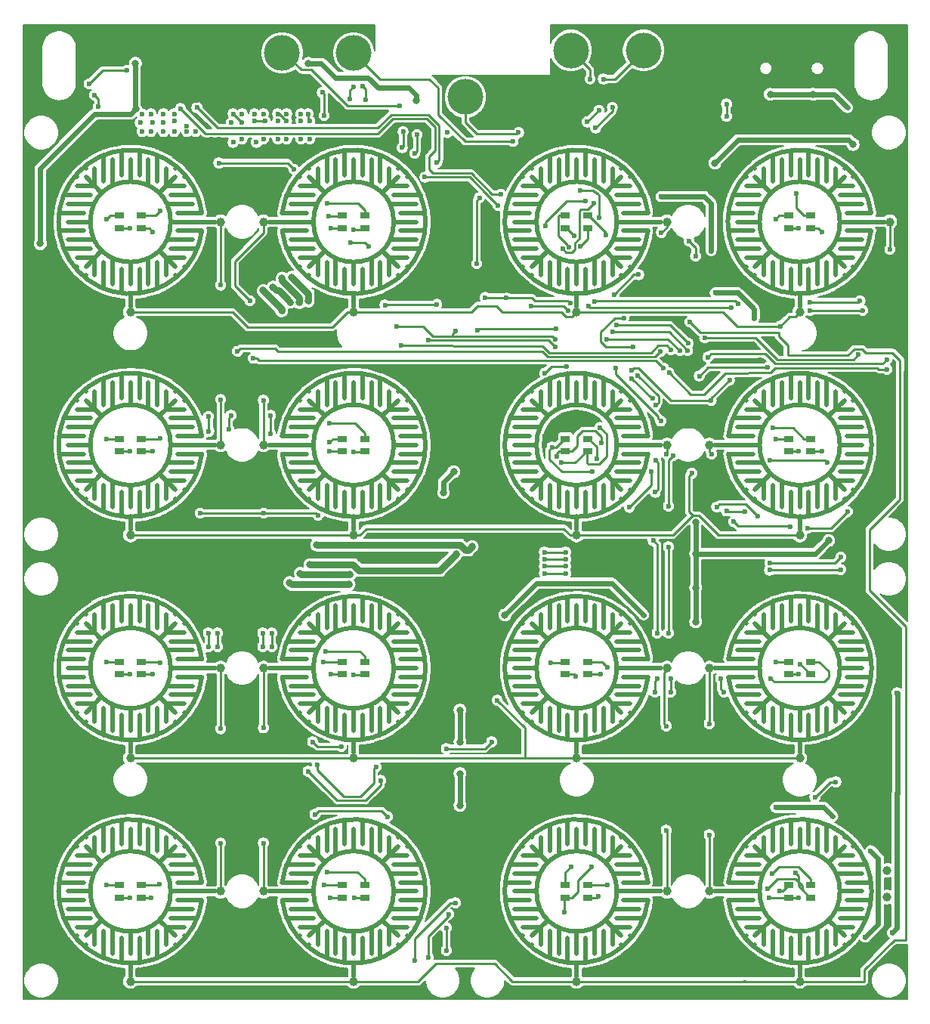
<source format=gtl>
G04 #@! TF.GenerationSoftware,KiCad,Pcbnew,(5.1.4-0-10_14)*
G04 #@! TF.CreationDate,2020-03-20T12:09:45+01:00*
G04 #@! TF.ProjectId,cz-badge-hardware,637a2d62-6164-4676-952d-686172647761,rev?*
G04 #@! TF.SameCoordinates,PX17d7840PY7735940*
G04 #@! TF.FileFunction,Copper,L1,Top*
G04 #@! TF.FilePolarity,Positive*
%FSLAX46Y46*%
G04 Gerber Fmt 4.6, Leading zero omitted, Abs format (unit mm)*
G04 Created by KiCad (PCBNEW (5.1.4-0-10_14)) date 2020-03-20 12:09:45*
%MOMM*%
%LPD*%
G04 APERTURE LIST*
%ADD10C,0.500000*%
%ADD11C,4.000000*%
%ADD12C,1.000000*%
%ADD13R,1.000000X0.800000*%
%ADD14C,0.600000*%
%ADD15C,0.800000*%
%ADD16C,0.250000*%
%ADD17C,0.600000*%
%ADD18C,0.800000*%
%ADD19C,0.200000*%
G04 APERTURE END LIST*
D10*
X87500000Y79500000D02*
X87500000Y78000000D01*
X95499124Y86493023D02*
G75*
G02X95499999Y88499999I-7999124J1006977D01*
G01*
X90750000Y90750000D02*
X92500000Y92500000D01*
X82500000Y82500000D02*
X84250000Y84250000D01*
X84250000Y90750000D02*
X82500000Y92500000D01*
X92500000Y82500000D02*
X90750000Y84250000D01*
X83000000Y87500000D02*
X80500000Y87500000D01*
X82250000Y88500000D02*
X79500000Y88500000D01*
X83250000Y89500000D02*
X80500000Y89500000D01*
X83000000Y90500000D02*
X80000000Y90500000D01*
X83500000Y91500000D02*
X81500000Y91500000D01*
X81500000Y92500000D02*
X81500000Y92500000D01*
X82250000Y86500000D02*
X79500000Y86500000D01*
X83250000Y85500000D02*
X80500000Y85500000D01*
X83000000Y84500000D02*
X80000000Y84500000D01*
X83500000Y83500000D02*
X81500000Y83500000D01*
X81500000Y82500000D02*
X81500000Y82500000D01*
X85500000Y94500000D02*
X85500000Y91750000D01*
X84500000Y95000000D02*
X84500000Y92000000D01*
X83500000Y93500000D02*
X83500000Y91500000D01*
X82500000Y93500000D02*
X82500000Y93500000D01*
X86500000Y95500000D02*
X86500000Y92750000D01*
X87500000Y94500000D02*
X87500000Y92250000D01*
X88500000Y95500000D02*
X88500000Y92750000D01*
X89500000Y94500000D02*
X89500000Y91750000D01*
X90500000Y95000000D02*
X90500000Y92000000D01*
X91500000Y93500000D02*
X91500000Y91500000D01*
X92500000Y93500000D02*
X92500000Y93500000D01*
X85500000Y83250000D02*
X85500000Y80500000D01*
X84500000Y83000000D02*
X84500000Y80000000D01*
X86500000Y82250000D02*
X86500000Y79500000D01*
X87500000Y83000000D02*
X87500000Y80500000D01*
X88500000Y82250000D02*
X88500000Y79500000D01*
X89500000Y83250000D02*
X89500000Y80500000D01*
X90500000Y83000000D02*
X90500000Y80000000D01*
X91500000Y83500000D02*
X91500000Y81500000D01*
X92500000Y81500000D02*
X92500000Y81500000D01*
X94500000Y85500000D02*
X91750000Y85500000D01*
X83500000Y83500000D02*
X83500000Y81500000D01*
X82500000Y81500000D02*
X82500000Y81500000D01*
X95000000Y84500000D02*
X92000000Y84500000D01*
X93500000Y83500000D02*
X91500000Y83500000D01*
X93500000Y82500000D02*
X93500000Y82500000D01*
X95499124Y86493023D02*
X92750000Y86500000D01*
X97000000Y87500000D02*
X92250000Y87500000D01*
X95500000Y88500000D02*
X92750000Y88500000D01*
X94500000Y89500000D02*
X91750000Y89500000D01*
X95000000Y90500000D02*
X92000000Y90500000D01*
X93500000Y91500000D02*
X91500000Y91500000D01*
X93500000Y92500000D02*
X93500000Y92500000D01*
X92000000Y87500000D02*
G75*
G03X92000000Y87500000I-4500000J0D01*
G01*
X62500000Y79500000D02*
X62500000Y78000000D01*
X70499124Y86493023D02*
G75*
G02X70499999Y88499999I-7999124J1006977D01*
G01*
X65750000Y90750000D02*
X67500000Y92500000D01*
X57500000Y82500000D02*
X59250000Y84250000D01*
X59250000Y90750000D02*
X57500000Y92500000D01*
X67500000Y82500000D02*
X65750000Y84250000D01*
X58000000Y87500000D02*
X55500000Y87500000D01*
X57250000Y88500000D02*
X54500000Y88500000D01*
X58250000Y89500000D02*
X55500000Y89500000D01*
X58000000Y90500000D02*
X55000000Y90500000D01*
X58500000Y91500000D02*
X56500000Y91500000D01*
X56500000Y92500000D02*
X56500000Y92500000D01*
X57250000Y86500000D02*
X54500000Y86500000D01*
X58250000Y85500000D02*
X55500000Y85500000D01*
X58000000Y84500000D02*
X55000000Y84500000D01*
X58500000Y83500000D02*
X56500000Y83500000D01*
X56500000Y82500000D02*
X56500000Y82500000D01*
X60500000Y94500000D02*
X60500000Y91750000D01*
X59500000Y95000000D02*
X59500000Y92000000D01*
X58500000Y93500000D02*
X58500000Y91500000D01*
X57500000Y93500000D02*
X57500000Y93500000D01*
X61500000Y95500000D02*
X61500000Y92750000D01*
X62500000Y94500000D02*
X62500000Y92250000D01*
X63500000Y95500000D02*
X63500000Y92750000D01*
X64500000Y94500000D02*
X64500000Y91750000D01*
X65500000Y95000000D02*
X65500000Y92000000D01*
X66500000Y93500000D02*
X66500000Y91500000D01*
X67500000Y93500000D02*
X67500000Y93500000D01*
X60500000Y83250000D02*
X60500000Y80500000D01*
X59500000Y83000000D02*
X59500000Y80000000D01*
X61500000Y82250000D02*
X61500000Y79500000D01*
X62500000Y83000000D02*
X62500000Y80500000D01*
X63500000Y82250000D02*
X63500000Y79500000D01*
X64500000Y83250000D02*
X64500000Y80500000D01*
X65500000Y83000000D02*
X65500000Y80000000D01*
X66500000Y83500000D02*
X66500000Y81500000D01*
X67500000Y81500000D02*
X67500000Y81500000D01*
X69500000Y85500000D02*
X66750000Y85500000D01*
X58500000Y83500000D02*
X58500000Y81500000D01*
X57500000Y81500000D02*
X57500000Y81500000D01*
X70000000Y84500000D02*
X67000000Y84500000D01*
X68500000Y83500000D02*
X66500000Y83500000D01*
X68500000Y82500000D02*
X68500000Y82500000D01*
X70499124Y86493023D02*
X67750000Y86500000D01*
X72000000Y87500000D02*
X67250000Y87500000D01*
X70500000Y88500000D02*
X67750000Y88500000D01*
X69500000Y89500000D02*
X66750000Y89500000D01*
X70000000Y90500000D02*
X67000000Y90500000D01*
X68500000Y91500000D02*
X66500000Y91500000D01*
X68500000Y92500000D02*
X68500000Y92500000D01*
X67000000Y87500000D02*
G75*
G03X67000000Y87500000I-4500000J0D01*
G01*
X37500000Y54500000D02*
X37500000Y53000000D01*
X29500876Y61493023D02*
G75*
G03X29500001Y63499999I7999124J1006977D01*
G01*
X34250000Y65750000D02*
X32500000Y67500000D01*
X42500000Y57500000D02*
X40750000Y59250000D01*
X40750000Y65750000D02*
X42500000Y67500000D01*
X32500000Y57500000D02*
X34250000Y59250000D01*
X42000000Y62500000D02*
X44500000Y62500000D01*
X42750000Y63500000D02*
X45500000Y63500000D01*
X41750000Y64500000D02*
X44500000Y64500000D01*
X42000000Y65500000D02*
X45000000Y65500000D01*
X41500000Y66500000D02*
X43500000Y66500000D01*
X43500000Y67500000D02*
X43500000Y67500000D01*
X42750000Y61500000D02*
X45500000Y61500000D01*
X41750000Y60500000D02*
X44500000Y60500000D01*
X42000000Y59500000D02*
X45000000Y59500000D01*
X41500000Y58500000D02*
X43500000Y58500000D01*
X43500000Y57500000D02*
X43500000Y57500000D01*
X39500000Y69500000D02*
X39500000Y66750000D01*
X40500000Y70000000D02*
X40500000Y67000000D01*
X41500000Y68500000D02*
X41500000Y66500000D01*
X42500000Y68500000D02*
X42500000Y68500000D01*
X38500000Y70500000D02*
X38500000Y67750000D01*
X37500000Y69500000D02*
X37500000Y67250000D01*
X36500000Y70500000D02*
X36500000Y67750000D01*
X35500000Y69500000D02*
X35500000Y66750000D01*
X34500000Y70000000D02*
X34500000Y67000000D01*
X33500000Y68500000D02*
X33500000Y66500000D01*
X32500000Y68500000D02*
X32500000Y68500000D01*
X39500000Y58250000D02*
X39500000Y55500000D01*
X40500000Y58000000D02*
X40500000Y55000000D01*
X38500000Y57250000D02*
X38500000Y54500000D01*
X37500000Y58000000D02*
X37500000Y55500000D01*
X36500000Y57250000D02*
X36500000Y54500000D01*
X35500000Y58250000D02*
X35500000Y55500000D01*
X34500000Y58000000D02*
X34500000Y55000000D01*
X33500000Y58500000D02*
X33500000Y56500000D01*
X32500000Y56500000D02*
X32500000Y56500000D01*
X30500000Y60500000D02*
X33250000Y60500000D01*
X41500000Y58500000D02*
X41500000Y56500000D01*
X42500000Y56500000D02*
X42500000Y56500000D01*
X30000000Y59500000D02*
X33000000Y59500000D01*
X31500000Y58500000D02*
X33500000Y58500000D01*
X31500000Y57500000D02*
X31500000Y57500000D01*
X29500876Y61493023D02*
X32250000Y61500000D01*
X28000000Y62500000D02*
X32750000Y62500000D01*
X29500000Y63500000D02*
X32250000Y63500000D01*
X30500000Y64500000D02*
X33250000Y64500000D01*
X30000000Y65500000D02*
X33000000Y65500000D01*
X31500000Y66500000D02*
X33500000Y66500000D01*
X31500000Y67500000D02*
X31500000Y67500000D01*
X42000000Y62500000D02*
G75*
G03X42000000Y62500000I-4500000J0D01*
G01*
X87500000Y4500000D02*
X87500000Y3000000D01*
X79500876Y11493023D02*
G75*
G03X79500001Y13499999I7999124J1006977D01*
G01*
X84250000Y15750000D02*
X82500000Y17500000D01*
X92500000Y7500000D02*
X90750000Y9250000D01*
X90750000Y15750000D02*
X92500000Y17500000D01*
X82500000Y7500000D02*
X84250000Y9250000D01*
X92000000Y12500000D02*
X94500000Y12500000D01*
X92750000Y13500000D02*
X95500000Y13500000D01*
X91750000Y14500000D02*
X94500000Y14500000D01*
X92000000Y15500000D02*
X95000000Y15500000D01*
X91500000Y16500000D02*
X93500000Y16500000D01*
X93500000Y17500000D02*
X93500000Y17500000D01*
X92750000Y11500000D02*
X95500000Y11500000D01*
X91750000Y10500000D02*
X94500000Y10500000D01*
X92000000Y9500000D02*
X95000000Y9500000D01*
X91500000Y8500000D02*
X93500000Y8500000D01*
X93500000Y7500000D02*
X93500000Y7500000D01*
X89500000Y19500000D02*
X89500000Y16750000D01*
X90500000Y20000000D02*
X90500000Y17000000D01*
X91500000Y18500000D02*
X91500000Y16500000D01*
X92500000Y18500000D02*
X92500000Y18500000D01*
X88500000Y20500000D02*
X88500000Y17750000D01*
X87500000Y19500000D02*
X87500000Y17250000D01*
X86500000Y20500000D02*
X86500000Y17750000D01*
X85500000Y19500000D02*
X85500000Y16750000D01*
X84500000Y20000000D02*
X84500000Y17000000D01*
X83500000Y18500000D02*
X83500000Y16500000D01*
X82500000Y18500000D02*
X82500000Y18500000D01*
X89500000Y8250000D02*
X89500000Y5500000D01*
X90500000Y8000000D02*
X90500000Y5000000D01*
X88500000Y7250000D02*
X88500000Y4500000D01*
X87500000Y8000000D02*
X87500000Y5500000D01*
X86500000Y7250000D02*
X86500000Y4500000D01*
X85500000Y8250000D02*
X85500000Y5500000D01*
X84500000Y8000000D02*
X84500000Y5000000D01*
X83500000Y8500000D02*
X83500000Y6500000D01*
X82500000Y6500000D02*
X82500000Y6500000D01*
X80500000Y10500000D02*
X83250000Y10500000D01*
X91500000Y8500000D02*
X91500000Y6500000D01*
X92500000Y6500000D02*
X92500000Y6500000D01*
X80000000Y9500000D02*
X83000000Y9500000D01*
X81500000Y8500000D02*
X83500000Y8500000D01*
X81500000Y7500000D02*
X81500000Y7500000D01*
X79500876Y11493023D02*
X82250000Y11500000D01*
X78000000Y12500000D02*
X82750000Y12500000D01*
X79500000Y13500000D02*
X82250000Y13500000D01*
X80500000Y14500000D02*
X83250000Y14500000D01*
X80000000Y15500000D02*
X83000000Y15500000D01*
X81500000Y16500000D02*
X83500000Y16500000D01*
X81500000Y17500000D02*
X81500000Y17500000D01*
X92000000Y12500000D02*
G75*
G03X92000000Y12500000I-4500000J0D01*
G01*
X37500000Y4500000D02*
X37500000Y3000000D01*
X29500876Y11493023D02*
G75*
G03X29500001Y13499999I7999124J1006977D01*
G01*
X34250000Y15750000D02*
X32500000Y17500000D01*
X42500000Y7500000D02*
X40750000Y9250000D01*
X40750000Y15750000D02*
X42500000Y17500000D01*
X32500000Y7500000D02*
X34250000Y9250000D01*
X42000000Y12500000D02*
X44500000Y12500000D01*
X42750000Y13500000D02*
X45500000Y13500000D01*
X41750000Y14500000D02*
X44500000Y14500000D01*
X42000000Y15500000D02*
X45000000Y15500000D01*
X41500000Y16500000D02*
X43500000Y16500000D01*
X43500000Y17500000D02*
X43500000Y17500000D01*
X42750000Y11500000D02*
X45500000Y11500000D01*
X41750000Y10500000D02*
X44500000Y10500000D01*
X42000000Y9500000D02*
X45000000Y9500000D01*
X41500000Y8500000D02*
X43500000Y8500000D01*
X43500000Y7500000D02*
X43500000Y7500000D01*
X39500000Y19500000D02*
X39500000Y16750000D01*
X40500000Y20000000D02*
X40500000Y17000000D01*
X41500000Y18500000D02*
X41500000Y16500000D01*
X42500000Y18500000D02*
X42500000Y18500000D01*
X38500000Y20500000D02*
X38500000Y17750000D01*
X37500000Y19500000D02*
X37500000Y17250000D01*
X36500000Y20500000D02*
X36500000Y17750000D01*
X35500000Y19500000D02*
X35500000Y16750000D01*
X34500000Y20000000D02*
X34500000Y17000000D01*
X33500000Y18500000D02*
X33500000Y16500000D01*
X32500000Y18500000D02*
X32500000Y18500000D01*
X39500000Y8250000D02*
X39500000Y5500000D01*
X40500000Y8000000D02*
X40500000Y5000000D01*
X38500000Y7250000D02*
X38500000Y4500000D01*
X37500000Y8000000D02*
X37500000Y5500000D01*
X36500000Y7250000D02*
X36500000Y4500000D01*
X35500000Y8250000D02*
X35500000Y5500000D01*
X34500000Y8000000D02*
X34500000Y5000000D01*
X33500000Y8500000D02*
X33500000Y6500000D01*
X32500000Y6500000D02*
X32500000Y6500000D01*
X30500000Y10500000D02*
X33250000Y10500000D01*
X41500000Y8500000D02*
X41500000Y6500000D01*
X42500000Y6500000D02*
X42500000Y6500000D01*
X30000000Y9500000D02*
X33000000Y9500000D01*
X31500000Y8500000D02*
X33500000Y8500000D01*
X31500000Y7500000D02*
X31500000Y7500000D01*
X29500876Y11493023D02*
X32250000Y11500000D01*
X28000000Y12500000D02*
X32750000Y12500000D01*
X29500000Y13500000D02*
X32250000Y13500000D01*
X30500000Y14500000D02*
X33250000Y14500000D01*
X30000000Y15500000D02*
X33000000Y15500000D01*
X31500000Y16500000D02*
X33500000Y16500000D01*
X31500000Y17500000D02*
X31500000Y17500000D01*
X42000000Y12500000D02*
G75*
G03X42000000Y12500000I-4500000J0D01*
G01*
X87500000Y29500000D02*
X87500000Y28000000D01*
X79500876Y36493023D02*
G75*
G03X79500001Y38499999I7999124J1006977D01*
G01*
X84250000Y40750000D02*
X82500000Y42500000D01*
X92500000Y32500000D02*
X90750000Y34250000D01*
X90750000Y40750000D02*
X92500000Y42500000D01*
X82500000Y32500000D02*
X84250000Y34250000D01*
X92000000Y37500000D02*
X94500000Y37500000D01*
X92750000Y38500000D02*
X95500000Y38500000D01*
X91750000Y39500000D02*
X94500000Y39500000D01*
X92000000Y40500000D02*
X95000000Y40500000D01*
X91500000Y41500000D02*
X93500000Y41500000D01*
X93500000Y42500000D02*
X93500000Y42500000D01*
X92750000Y36500000D02*
X95500000Y36500000D01*
X91750000Y35500000D02*
X94500000Y35500000D01*
X92000000Y34500000D02*
X95000000Y34500000D01*
X91500000Y33500000D02*
X93500000Y33500000D01*
X93500000Y32500000D02*
X93500000Y32500000D01*
X89500000Y44500000D02*
X89500000Y41750000D01*
X90500000Y45000000D02*
X90500000Y42000000D01*
X91500000Y43500000D02*
X91500000Y41500000D01*
X92500000Y43500000D02*
X92500000Y43500000D01*
X88500000Y45500000D02*
X88500000Y42750000D01*
X87500000Y44500000D02*
X87500000Y42250000D01*
X86500000Y45500000D02*
X86500000Y42750000D01*
X85500000Y44500000D02*
X85500000Y41750000D01*
X84500000Y45000000D02*
X84500000Y42000000D01*
X83500000Y43500000D02*
X83500000Y41500000D01*
X82500000Y43500000D02*
X82500000Y43500000D01*
X89500000Y33250000D02*
X89500000Y30500000D01*
X90500000Y33000000D02*
X90500000Y30000000D01*
X88500000Y32250000D02*
X88500000Y29500000D01*
X87500000Y33000000D02*
X87500000Y30500000D01*
X86500000Y32250000D02*
X86500000Y29500000D01*
X85500000Y33250000D02*
X85500000Y30500000D01*
X84500000Y33000000D02*
X84500000Y30000000D01*
X83500000Y33500000D02*
X83500000Y31500000D01*
X82500000Y31500000D02*
X82500000Y31500000D01*
X80500000Y35500000D02*
X83250000Y35500000D01*
X91500000Y33500000D02*
X91500000Y31500000D01*
X92500000Y31500000D02*
X92500000Y31500000D01*
X80000000Y34500000D02*
X83000000Y34500000D01*
X81500000Y33500000D02*
X83500000Y33500000D01*
X81500000Y32500000D02*
X81500000Y32500000D01*
X79500876Y36493023D02*
X82250000Y36500000D01*
X78000000Y37500000D02*
X82750000Y37500000D01*
X79500000Y38500000D02*
X82250000Y38500000D01*
X80500000Y39500000D02*
X83250000Y39500000D01*
X80000000Y40500000D02*
X83000000Y40500000D01*
X81500000Y41500000D02*
X83500000Y41500000D01*
X81500000Y42500000D02*
X81500000Y42500000D01*
X92000000Y37500000D02*
G75*
G03X92000000Y37500000I-4500000J0D01*
G01*
X37500000Y29500000D02*
X37500000Y28000000D01*
X29500876Y36493023D02*
G75*
G03X29500001Y38499999I7999124J1006977D01*
G01*
X34250000Y40750000D02*
X32500000Y42500000D01*
X42500000Y32500000D02*
X40750000Y34250000D01*
X40750000Y40750000D02*
X42500000Y42500000D01*
X32500000Y32500000D02*
X34250000Y34250000D01*
X42000000Y37500000D02*
X44500000Y37500000D01*
X42750000Y38500000D02*
X45500000Y38500000D01*
X41750000Y39500000D02*
X44500000Y39500000D01*
X42000000Y40500000D02*
X45000000Y40500000D01*
X41500000Y41500000D02*
X43500000Y41500000D01*
X43500000Y42500000D02*
X43500000Y42500000D01*
X42750000Y36500000D02*
X45500000Y36500000D01*
X41750000Y35500000D02*
X44500000Y35500000D01*
X42000000Y34500000D02*
X45000000Y34500000D01*
X41500000Y33500000D02*
X43500000Y33500000D01*
X43500000Y32500000D02*
X43500000Y32500000D01*
X39500000Y44500000D02*
X39500000Y41750000D01*
X40500000Y45000000D02*
X40500000Y42000000D01*
X41500000Y43500000D02*
X41500000Y41500000D01*
X42500000Y43500000D02*
X42500000Y43500000D01*
X38500000Y45500000D02*
X38500000Y42750000D01*
X37500000Y44500000D02*
X37500000Y42250000D01*
X36500000Y45500000D02*
X36500000Y42750000D01*
X35500000Y44500000D02*
X35500000Y41750000D01*
X34500000Y45000000D02*
X34500000Y42000000D01*
X33500000Y43500000D02*
X33500000Y41500000D01*
X32500000Y43500000D02*
X32500000Y43500000D01*
X39500000Y33250000D02*
X39500000Y30500000D01*
X40500000Y33000000D02*
X40500000Y30000000D01*
X38500000Y32250000D02*
X38500000Y29500000D01*
X37500000Y33000000D02*
X37500000Y30500000D01*
X36500000Y32250000D02*
X36500000Y29500000D01*
X35500000Y33250000D02*
X35500000Y30500000D01*
X34500000Y33000000D02*
X34500000Y30000000D01*
X33500000Y33500000D02*
X33500000Y31500000D01*
X32500000Y31500000D02*
X32500000Y31500000D01*
X30500000Y35500000D02*
X33250000Y35500000D01*
X41500000Y33500000D02*
X41500000Y31500000D01*
X42500000Y31500000D02*
X42500000Y31500000D01*
X30000000Y34500000D02*
X33000000Y34500000D01*
X31500000Y33500000D02*
X33500000Y33500000D01*
X31500000Y32500000D02*
X31500000Y32500000D01*
X29500876Y36493023D02*
X32250000Y36500000D01*
X28000000Y37500000D02*
X32750000Y37500000D01*
X29500000Y38500000D02*
X32250000Y38500000D01*
X30500000Y39500000D02*
X33250000Y39500000D01*
X30000000Y40500000D02*
X33000000Y40500000D01*
X31500000Y41500000D02*
X33500000Y41500000D01*
X31500000Y42500000D02*
X31500000Y42500000D01*
X42000000Y37500000D02*
G75*
G03X42000000Y37500000I-4500000J0D01*
G01*
X87500000Y54500000D02*
X87500000Y53000000D01*
X79500876Y61493023D02*
G75*
G03X79500001Y63499999I7999124J1006977D01*
G01*
X84250000Y65750000D02*
X82500000Y67500000D01*
X92500000Y57500000D02*
X90750000Y59250000D01*
X90750000Y65750000D02*
X92500000Y67500000D01*
X82500000Y57500000D02*
X84250000Y59250000D01*
X92000000Y62500000D02*
X94500000Y62500000D01*
X92750000Y63500000D02*
X95500000Y63500000D01*
X91750000Y64500000D02*
X94500000Y64500000D01*
X92000000Y65500000D02*
X95000000Y65500000D01*
X91500000Y66500000D02*
X93500000Y66500000D01*
X93500000Y67500000D02*
X93500000Y67500000D01*
X92750000Y61500000D02*
X95500000Y61500000D01*
X91750000Y60500000D02*
X94500000Y60500000D01*
X92000000Y59500000D02*
X95000000Y59500000D01*
X91500000Y58500000D02*
X93500000Y58500000D01*
X93500000Y57500000D02*
X93500000Y57500000D01*
X89500000Y69500000D02*
X89500000Y66750000D01*
X90500000Y70000000D02*
X90500000Y67000000D01*
X91500000Y68500000D02*
X91500000Y66500000D01*
X92500000Y68500000D02*
X92500000Y68500000D01*
X88500000Y70500000D02*
X88500000Y67750000D01*
X87500000Y69500000D02*
X87500000Y67250000D01*
X86500000Y70500000D02*
X86500000Y67750000D01*
X85500000Y69500000D02*
X85500000Y66750000D01*
X84500000Y70000000D02*
X84500000Y67000000D01*
X83500000Y68500000D02*
X83500000Y66500000D01*
X82500000Y68500000D02*
X82500000Y68500000D01*
X89500000Y58250000D02*
X89500000Y55500000D01*
X90500000Y58000000D02*
X90500000Y55000000D01*
X88500000Y57250000D02*
X88500000Y54500000D01*
X87500000Y58000000D02*
X87500000Y55500000D01*
X86500000Y57250000D02*
X86500000Y54500000D01*
X85500000Y58250000D02*
X85500000Y55500000D01*
X84500000Y58000000D02*
X84500000Y55000000D01*
X83500000Y58500000D02*
X83500000Y56500000D01*
X82500000Y56500000D02*
X82500000Y56500000D01*
X80500000Y60500000D02*
X83250000Y60500000D01*
X91500000Y58500000D02*
X91500000Y56500000D01*
X92500000Y56500000D02*
X92500000Y56500000D01*
X80000000Y59500000D02*
X83000000Y59500000D01*
X81500000Y58500000D02*
X83500000Y58500000D01*
X81500000Y57500000D02*
X81500000Y57500000D01*
X79500876Y61493023D02*
X82250000Y61500000D01*
X78000000Y62500000D02*
X82750000Y62500000D01*
X79500000Y63500000D02*
X82250000Y63500000D01*
X80500000Y64500000D02*
X83250000Y64500000D01*
X80000000Y65500000D02*
X83000000Y65500000D01*
X81500000Y66500000D02*
X83500000Y66500000D01*
X81500000Y67500000D02*
X81500000Y67500000D01*
X92000000Y62500000D02*
G75*
G03X92000000Y62500000I-4500000J0D01*
G01*
X37500000Y79500000D02*
X37500000Y78000000D01*
X29500876Y86493023D02*
G75*
G03X29500001Y88499999I7999124J1006977D01*
G01*
X34250000Y90750000D02*
X32500000Y92500000D01*
X42500000Y82500000D02*
X40750000Y84250000D01*
X40750000Y90750000D02*
X42500000Y92500000D01*
X32500000Y82500000D02*
X34250000Y84250000D01*
X42000000Y87500000D02*
X44500000Y87500000D01*
X42750000Y88500000D02*
X45500000Y88500000D01*
X41750000Y89500000D02*
X44500000Y89500000D01*
X42000000Y90500000D02*
X45000000Y90500000D01*
X41500000Y91500000D02*
X43500000Y91500000D01*
X43500000Y92500000D02*
X43500000Y92500000D01*
X42750000Y86500000D02*
X45500000Y86500000D01*
X41750000Y85500000D02*
X44500000Y85500000D01*
X42000000Y84500000D02*
X45000000Y84500000D01*
X41500000Y83500000D02*
X43500000Y83500000D01*
X43500000Y82500000D02*
X43500000Y82500000D01*
X39500000Y94500000D02*
X39500000Y91750000D01*
X40500000Y95000000D02*
X40500000Y92000000D01*
X41500000Y93500000D02*
X41500000Y91500000D01*
X42500000Y93500000D02*
X42500000Y93500000D01*
X38500000Y95500000D02*
X38500000Y92750000D01*
X37500000Y94500000D02*
X37500000Y92250000D01*
X36500000Y95500000D02*
X36500000Y92750000D01*
X35500000Y94500000D02*
X35500000Y91750000D01*
X34500000Y95000000D02*
X34500000Y92000000D01*
X33500000Y93500000D02*
X33500000Y91500000D01*
X32500000Y93500000D02*
X32500000Y93500000D01*
X39500000Y83250000D02*
X39500000Y80500000D01*
X40500000Y83000000D02*
X40500000Y80000000D01*
X38500000Y82250000D02*
X38500000Y79500000D01*
X37500000Y83000000D02*
X37500000Y80500000D01*
X36500000Y82250000D02*
X36500000Y79500000D01*
X35500000Y83250000D02*
X35500000Y80500000D01*
X34500000Y83000000D02*
X34500000Y80000000D01*
X33500000Y83500000D02*
X33500000Y81500000D01*
X32500000Y81500000D02*
X32500000Y81500000D01*
X30500000Y85500000D02*
X33250000Y85500000D01*
X41500000Y83500000D02*
X41500000Y81500000D01*
X42500000Y81500000D02*
X42500000Y81500000D01*
X30000000Y84500000D02*
X33000000Y84500000D01*
X31500000Y83500000D02*
X33500000Y83500000D01*
X31500000Y82500000D02*
X31500000Y82500000D01*
X29500876Y86493023D02*
X32250000Y86500000D01*
X28000000Y87500000D02*
X32750000Y87500000D01*
X29500000Y88500000D02*
X32250000Y88500000D01*
X30500000Y89500000D02*
X33250000Y89500000D01*
X30000000Y90500000D02*
X33000000Y90500000D01*
X31500000Y91500000D02*
X33500000Y91500000D01*
X31500000Y92500000D02*
X31500000Y92500000D01*
X42000000Y87500000D02*
G75*
G03X42000000Y87500000I-4500000J0D01*
G01*
X62500000Y4500000D02*
X62500000Y3000000D01*
X70499124Y11493023D02*
G75*
G02X70499999Y13499999I-7999124J1006977D01*
G01*
X65750000Y15750000D02*
X67500000Y17500000D01*
X57500000Y7500000D02*
X59250000Y9250000D01*
X59250000Y15750000D02*
X57500000Y17500000D01*
X67500000Y7500000D02*
X65750000Y9250000D01*
X58000000Y12500000D02*
X55500000Y12500000D01*
X57250000Y13500000D02*
X54500000Y13500000D01*
X58250000Y14500000D02*
X55500000Y14500000D01*
X58000000Y15500000D02*
X55000000Y15500000D01*
X58500000Y16500000D02*
X56500000Y16500000D01*
X56500000Y17500000D02*
X56500000Y17500000D01*
X57250000Y11500000D02*
X54500000Y11500000D01*
X58250000Y10500000D02*
X55500000Y10500000D01*
X58000000Y9500000D02*
X55000000Y9500000D01*
X58500000Y8500000D02*
X56500000Y8500000D01*
X56500000Y7500000D02*
X56500000Y7500000D01*
X60500000Y19500000D02*
X60500000Y16750000D01*
X59500000Y20000000D02*
X59500000Y17000000D01*
X58500000Y18500000D02*
X58500000Y16500000D01*
X57500000Y18500000D02*
X57500000Y18500000D01*
X61500000Y20500000D02*
X61500000Y17750000D01*
X62500000Y19500000D02*
X62500000Y17250000D01*
X63500000Y20500000D02*
X63500000Y17750000D01*
X64500000Y19500000D02*
X64500000Y16750000D01*
X65500000Y20000000D02*
X65500000Y17000000D01*
X66500000Y18500000D02*
X66500000Y16500000D01*
X67500000Y18500000D02*
X67500000Y18500000D01*
X60500000Y8250000D02*
X60500000Y5500000D01*
X59500000Y8000000D02*
X59500000Y5000000D01*
X61500000Y7250000D02*
X61500000Y4500000D01*
X62500000Y8000000D02*
X62500000Y5500000D01*
X63500000Y7250000D02*
X63500000Y4500000D01*
X64500000Y8250000D02*
X64500000Y5500000D01*
X65500000Y8000000D02*
X65500000Y5000000D01*
X66500000Y8500000D02*
X66500000Y6500000D01*
X67500000Y6500000D02*
X67500000Y6500000D01*
X69500000Y10500000D02*
X66750000Y10500000D01*
X58500000Y8500000D02*
X58500000Y6500000D01*
X57500000Y6500000D02*
X57500000Y6500000D01*
X70000000Y9500000D02*
X67000000Y9500000D01*
X68500000Y8500000D02*
X66500000Y8500000D01*
X68500000Y7500000D02*
X68500000Y7500000D01*
X70499124Y11493023D02*
X67750000Y11500000D01*
X72000000Y12500000D02*
X67250000Y12500000D01*
X70500000Y13500000D02*
X67750000Y13500000D01*
X69500000Y14500000D02*
X66750000Y14500000D01*
X70000000Y15500000D02*
X67000000Y15500000D01*
X68500000Y16500000D02*
X66500000Y16500000D01*
X68500000Y17500000D02*
X68500000Y17500000D01*
X67000000Y12500000D02*
G75*
G03X67000000Y12500000I-4500000J0D01*
G01*
X12500000Y4500000D02*
X12500000Y3000000D01*
X20499124Y11493023D02*
G75*
G02X20499999Y13499999I-7999124J1006977D01*
G01*
X15750000Y15750000D02*
X17500000Y17500000D01*
X7500000Y7500000D02*
X9250000Y9250000D01*
X9250000Y15750000D02*
X7500000Y17500000D01*
X17500000Y7500000D02*
X15750000Y9250000D01*
X8000000Y12500000D02*
X5500000Y12500000D01*
X7250000Y13500000D02*
X4500000Y13500000D01*
X8250000Y14500000D02*
X5500000Y14500000D01*
X8000000Y15500000D02*
X5000000Y15500000D01*
X8500000Y16500000D02*
X6500000Y16500000D01*
X6500000Y17500000D02*
X6500000Y17500000D01*
X7250000Y11500000D02*
X4500000Y11500000D01*
X8250000Y10500000D02*
X5500000Y10500000D01*
X8000000Y9500000D02*
X5000000Y9500000D01*
X8500000Y8500000D02*
X6500000Y8500000D01*
X6500000Y7500000D02*
X6500000Y7500000D01*
X10500000Y19500000D02*
X10500000Y16750000D01*
X9500000Y20000000D02*
X9500000Y17000000D01*
X8500000Y18500000D02*
X8500000Y16500000D01*
X7500000Y18500000D02*
X7500000Y18500000D01*
X11500000Y20500000D02*
X11500000Y17750000D01*
X12500000Y19500000D02*
X12500000Y17250000D01*
X13500000Y20500000D02*
X13500000Y17750000D01*
X14500000Y19500000D02*
X14500000Y16750000D01*
X15500000Y20000000D02*
X15500000Y17000000D01*
X16500000Y18500000D02*
X16500000Y16500000D01*
X17500000Y18500000D02*
X17500000Y18500000D01*
X10500000Y8250000D02*
X10500000Y5500000D01*
X9500000Y8000000D02*
X9500000Y5000000D01*
X11500000Y7250000D02*
X11500000Y4500000D01*
X12500000Y8000000D02*
X12500000Y5500000D01*
X13500000Y7250000D02*
X13500000Y4500000D01*
X14500000Y8250000D02*
X14500000Y5500000D01*
X15500000Y8000000D02*
X15500000Y5000000D01*
X16500000Y8500000D02*
X16500000Y6500000D01*
X17500000Y6500000D02*
X17500000Y6500000D01*
X19500000Y10500000D02*
X16750000Y10500000D01*
X8500000Y8500000D02*
X8500000Y6500000D01*
X7500000Y6500000D02*
X7500000Y6500000D01*
X20000000Y9500000D02*
X17000000Y9500000D01*
X18500000Y8500000D02*
X16500000Y8500000D01*
X18500000Y7500000D02*
X18500000Y7500000D01*
X20499124Y11493023D02*
X17750000Y11500000D01*
X22000000Y12500000D02*
X17250000Y12500000D01*
X20500000Y13500000D02*
X17750000Y13500000D01*
X19500000Y14500000D02*
X16750000Y14500000D01*
X20000000Y15500000D02*
X17000000Y15500000D01*
X18500000Y16500000D02*
X16500000Y16500000D01*
X18500000Y17500000D02*
X18500000Y17500000D01*
X17000000Y12500000D02*
G75*
G03X17000000Y12500000I-4500000J0D01*
G01*
X62500000Y29500000D02*
X62500000Y28000000D01*
X70499124Y36493023D02*
G75*
G02X70499999Y38499999I-7999124J1006977D01*
G01*
X65750000Y40750000D02*
X67500000Y42500000D01*
X57500000Y32500000D02*
X59250000Y34250000D01*
X59250000Y40750000D02*
X57500000Y42500000D01*
X67500000Y32500000D02*
X65750000Y34250000D01*
X58000000Y37500000D02*
X55500000Y37500000D01*
X57250000Y38500000D02*
X54500000Y38500000D01*
X58250000Y39500000D02*
X55500000Y39500000D01*
X58000000Y40500000D02*
X55000000Y40500000D01*
X58500000Y41500000D02*
X56500000Y41500000D01*
X56500000Y42500000D02*
X56500000Y42500000D01*
X57250000Y36500000D02*
X54500000Y36500000D01*
X58250000Y35500000D02*
X55500000Y35500000D01*
X58000000Y34500000D02*
X55000000Y34500000D01*
X58500000Y33500000D02*
X56500000Y33500000D01*
X56500000Y32500000D02*
X56500000Y32500000D01*
X60500000Y44500000D02*
X60500000Y41750000D01*
X59500000Y45000000D02*
X59500000Y42000000D01*
X58500000Y43500000D02*
X58500000Y41500000D01*
X57500000Y43500000D02*
X57500000Y43500000D01*
X61500000Y45500000D02*
X61500000Y42750000D01*
X62500000Y44500000D02*
X62500000Y42250000D01*
X63500000Y45500000D02*
X63500000Y42750000D01*
X64500000Y44500000D02*
X64500000Y41750000D01*
X65500000Y45000000D02*
X65500000Y42000000D01*
X66500000Y43500000D02*
X66500000Y41500000D01*
X67500000Y43500000D02*
X67500000Y43500000D01*
X60500000Y33250000D02*
X60500000Y30500000D01*
X59500000Y33000000D02*
X59500000Y30000000D01*
X61500000Y32250000D02*
X61500000Y29500000D01*
X62500000Y33000000D02*
X62500000Y30500000D01*
X63500000Y32250000D02*
X63500000Y29500000D01*
X64500000Y33250000D02*
X64500000Y30500000D01*
X65500000Y33000000D02*
X65500000Y30000000D01*
X66500000Y33500000D02*
X66500000Y31500000D01*
X67500000Y31500000D02*
X67500000Y31500000D01*
X69500000Y35500000D02*
X66750000Y35500000D01*
X58500000Y33500000D02*
X58500000Y31500000D01*
X57500000Y31500000D02*
X57500000Y31500000D01*
X70000000Y34500000D02*
X67000000Y34500000D01*
X68500000Y33500000D02*
X66500000Y33500000D01*
X68500000Y32500000D02*
X68500000Y32500000D01*
X70499124Y36493023D02*
X67750000Y36500000D01*
X72000000Y37500000D02*
X67250000Y37500000D01*
X70500000Y38500000D02*
X67750000Y38500000D01*
X69500000Y39500000D02*
X66750000Y39500000D01*
X70000000Y40500000D02*
X67000000Y40500000D01*
X68500000Y41500000D02*
X66500000Y41500000D01*
X68500000Y42500000D02*
X68500000Y42500000D01*
X67000000Y37500000D02*
G75*
G03X67000000Y37500000I-4500000J0D01*
G01*
X12500000Y29500000D02*
X12500000Y28000000D01*
X20499124Y36493023D02*
G75*
G02X20499999Y38499999I-7999124J1006977D01*
G01*
X15750000Y40750000D02*
X17500000Y42500000D01*
X7500000Y32500000D02*
X9250000Y34250000D01*
X9250000Y40750000D02*
X7500000Y42500000D01*
X17500000Y32500000D02*
X15750000Y34250000D01*
X8000000Y37500000D02*
X5500000Y37500000D01*
X7250000Y38500000D02*
X4500000Y38500000D01*
X8250000Y39500000D02*
X5500000Y39500000D01*
X8000000Y40500000D02*
X5000000Y40500000D01*
X8500000Y41500000D02*
X6500000Y41500000D01*
X6500000Y42500000D02*
X6500000Y42500000D01*
X7250000Y36500000D02*
X4500000Y36500000D01*
X8250000Y35500000D02*
X5500000Y35500000D01*
X8000000Y34500000D02*
X5000000Y34500000D01*
X8500000Y33500000D02*
X6500000Y33500000D01*
X6500000Y32500000D02*
X6500000Y32500000D01*
X10500000Y44500000D02*
X10500000Y41750000D01*
X9500000Y45000000D02*
X9500000Y42000000D01*
X8500000Y43500000D02*
X8500000Y41500000D01*
X7500000Y43500000D02*
X7500000Y43500000D01*
X11500000Y45500000D02*
X11500000Y42750000D01*
X12500000Y44500000D02*
X12500000Y42250000D01*
X13500000Y45500000D02*
X13500000Y42750000D01*
X14500000Y44500000D02*
X14500000Y41750000D01*
X15500000Y45000000D02*
X15500000Y42000000D01*
X16500000Y43500000D02*
X16500000Y41500000D01*
X17500000Y43500000D02*
X17500000Y43500000D01*
X10500000Y33250000D02*
X10500000Y30500000D01*
X9500000Y33000000D02*
X9500000Y30000000D01*
X11500000Y32250000D02*
X11500000Y29500000D01*
X12500000Y33000000D02*
X12500000Y30500000D01*
X13500000Y32250000D02*
X13500000Y29500000D01*
X14500000Y33250000D02*
X14500000Y30500000D01*
X15500000Y33000000D02*
X15500000Y30000000D01*
X16500000Y33500000D02*
X16500000Y31500000D01*
X17500000Y31500000D02*
X17500000Y31500000D01*
X19500000Y35500000D02*
X16750000Y35500000D01*
X8500000Y33500000D02*
X8500000Y31500000D01*
X7500000Y31500000D02*
X7500000Y31500000D01*
X20000000Y34500000D02*
X17000000Y34500000D01*
X18500000Y33500000D02*
X16500000Y33500000D01*
X18500000Y32500000D02*
X18500000Y32500000D01*
X20499124Y36493023D02*
X17750000Y36500000D01*
X22000000Y37500000D02*
X17250000Y37500000D01*
X20500000Y38500000D02*
X17750000Y38500000D01*
X19500000Y39500000D02*
X16750000Y39500000D01*
X20000000Y40500000D02*
X17000000Y40500000D01*
X18500000Y41500000D02*
X16500000Y41500000D01*
X18500000Y42500000D02*
X18500000Y42500000D01*
X17000000Y37500000D02*
G75*
G03X17000000Y37500000I-4500000J0D01*
G01*
X62500000Y54500000D02*
X62500000Y53000000D01*
X70499124Y61493023D02*
G75*
G02X70499999Y63499999I-7999124J1006977D01*
G01*
X65750000Y65750000D02*
X67500000Y67500000D01*
X57500000Y57500000D02*
X59250000Y59250000D01*
X59250000Y65750000D02*
X57500000Y67500000D01*
X67500000Y57500000D02*
X65750000Y59250000D01*
X58000000Y62500000D02*
X55500000Y62500000D01*
X57250000Y63500000D02*
X54500000Y63500000D01*
X58250000Y64500000D02*
X55500000Y64500000D01*
X58000000Y65500000D02*
X55000000Y65500000D01*
X58500000Y66500000D02*
X56500000Y66500000D01*
X56500000Y67500000D02*
X56500000Y67500000D01*
X57250000Y61500000D02*
X54500000Y61500000D01*
X58250000Y60500000D02*
X55500000Y60500000D01*
X58000000Y59500000D02*
X55000000Y59500000D01*
X58500000Y58500000D02*
X56500000Y58500000D01*
X56500000Y57500000D02*
X56500000Y57500000D01*
X60500000Y69500000D02*
X60500000Y66750000D01*
X59500000Y70000000D02*
X59500000Y67000000D01*
X58500000Y68500000D02*
X58500000Y66500000D01*
X57500000Y68500000D02*
X57500000Y68500000D01*
X61500000Y70500000D02*
X61500000Y67750000D01*
X62500000Y69500000D02*
X62500000Y67250000D01*
X63500000Y70500000D02*
X63500000Y67750000D01*
X64500000Y69500000D02*
X64500000Y66750000D01*
X65500000Y70000000D02*
X65500000Y67000000D01*
X66500000Y68500000D02*
X66500000Y66500000D01*
X67500000Y68500000D02*
X67500000Y68500000D01*
X60500000Y58250000D02*
X60500000Y55500000D01*
X59500000Y58000000D02*
X59500000Y55000000D01*
X61500000Y57250000D02*
X61500000Y54500000D01*
X62500000Y58000000D02*
X62500000Y55500000D01*
X63500000Y57250000D02*
X63500000Y54500000D01*
X64500000Y58250000D02*
X64500000Y55500000D01*
X65500000Y58000000D02*
X65500000Y55000000D01*
X66500000Y58500000D02*
X66500000Y56500000D01*
X67500000Y56500000D02*
X67500000Y56500000D01*
X69500000Y60500000D02*
X66750000Y60500000D01*
X58500000Y58500000D02*
X58500000Y56500000D01*
X57500000Y56500000D02*
X57500000Y56500000D01*
X70000000Y59500000D02*
X67000000Y59500000D01*
X68500000Y58500000D02*
X66500000Y58500000D01*
X68500000Y57500000D02*
X68500000Y57500000D01*
X70499124Y61493023D02*
X67750000Y61500000D01*
X72000000Y62500000D02*
X67250000Y62500000D01*
X70500000Y63500000D02*
X67750000Y63500000D01*
X69500000Y64500000D02*
X66750000Y64500000D01*
X70000000Y65500000D02*
X67000000Y65500000D01*
X68500000Y66500000D02*
X66500000Y66500000D01*
X68500000Y67500000D02*
X68500000Y67500000D01*
X67000000Y62500000D02*
G75*
G03X67000000Y62500000I-4500000J0D01*
G01*
X12500000Y54500000D02*
X12500000Y53000000D01*
X20499124Y61493023D02*
G75*
G02X20499999Y63499999I-7999124J1006977D01*
G01*
X15750000Y65750000D02*
X17500000Y67500000D01*
X7500000Y57500000D02*
X9250000Y59250000D01*
X9250000Y65750000D02*
X7500000Y67500000D01*
X17500000Y57500000D02*
X15750000Y59250000D01*
X8000000Y62500000D02*
X5500000Y62500000D01*
X7250000Y63500000D02*
X4500000Y63500000D01*
X8250000Y64500000D02*
X5500000Y64500000D01*
X8000000Y65500000D02*
X5000000Y65500000D01*
X8500000Y66500000D02*
X6500000Y66500000D01*
X6500000Y67500000D02*
X6500000Y67500000D01*
X7250000Y61500000D02*
X4500000Y61500000D01*
X8250000Y60500000D02*
X5500000Y60500000D01*
X8000000Y59500000D02*
X5000000Y59500000D01*
X8500000Y58500000D02*
X6500000Y58500000D01*
X6500000Y57500000D02*
X6500000Y57500000D01*
X10500000Y69500000D02*
X10500000Y66750000D01*
X9500000Y70000000D02*
X9500000Y67000000D01*
X8500000Y68500000D02*
X8500000Y66500000D01*
X7500000Y68500000D02*
X7500000Y68500000D01*
X11500000Y70500000D02*
X11500000Y67750000D01*
X12500000Y69500000D02*
X12500000Y67250000D01*
X13500000Y70500000D02*
X13500000Y67750000D01*
X14500000Y69500000D02*
X14500000Y66750000D01*
X15500000Y70000000D02*
X15500000Y67000000D01*
X16500000Y68500000D02*
X16500000Y66500000D01*
X17500000Y68500000D02*
X17500000Y68500000D01*
X10500000Y58250000D02*
X10500000Y55500000D01*
X9500000Y58000000D02*
X9500000Y55000000D01*
X11500000Y57250000D02*
X11500000Y54500000D01*
X12500000Y58000000D02*
X12500000Y55500000D01*
X13500000Y57250000D02*
X13500000Y54500000D01*
X14500000Y58250000D02*
X14500000Y55500000D01*
X15500000Y58000000D02*
X15500000Y55000000D01*
X16500000Y58500000D02*
X16500000Y56500000D01*
X17500000Y56500000D02*
X17500000Y56500000D01*
X19500000Y60500000D02*
X16750000Y60500000D01*
X8500000Y58500000D02*
X8500000Y56500000D01*
X7500000Y56500000D02*
X7500000Y56500000D01*
X20000000Y59500000D02*
X17000000Y59500000D01*
X18500000Y58500000D02*
X16500000Y58500000D01*
X18500000Y57500000D02*
X18500000Y57500000D01*
X20499124Y61493023D02*
X17750000Y61500000D01*
X22000000Y62500000D02*
X17250000Y62500000D01*
X20500000Y63500000D02*
X17750000Y63500000D01*
X19500000Y64500000D02*
X16750000Y64500000D01*
X20000000Y65500000D02*
X17000000Y65500000D01*
X18500000Y66500000D02*
X16500000Y66500000D01*
X18500000Y67500000D02*
X18500000Y67500000D01*
X17000000Y62500000D02*
G75*
G03X17000000Y62500000I-4500000J0D01*
G01*
X12500000Y79500000D02*
X12500000Y78000000D01*
X20499124Y86493023D02*
G75*
G02X20499999Y88499999I-7999124J1006977D01*
G01*
X15750000Y90750000D02*
X17500000Y92500000D01*
X7500000Y82500000D02*
X9250000Y84250000D01*
X9250000Y90750000D02*
X7500000Y92500000D01*
X17500000Y82500000D02*
X15750000Y84250000D01*
X8000000Y87500000D02*
X5500000Y87500000D01*
X7250000Y88500000D02*
X4500000Y88500000D01*
X8250000Y89500000D02*
X5500000Y89500000D01*
X8000000Y90500000D02*
X5000000Y90500000D01*
X8500000Y91500000D02*
X6500000Y91500000D01*
X6500000Y92500000D02*
X6500000Y92500000D01*
X7250000Y86500000D02*
X4500000Y86500000D01*
X8250000Y85500000D02*
X5500000Y85500000D01*
X8000000Y84500000D02*
X5000000Y84500000D01*
X8500000Y83500000D02*
X6500000Y83500000D01*
X6500000Y82500000D02*
X6500000Y82500000D01*
X10500000Y94500000D02*
X10500000Y91750000D01*
X9500000Y95000000D02*
X9500000Y92000000D01*
X8500000Y93500000D02*
X8500000Y91500000D01*
X7500000Y93500000D02*
X7500000Y93500000D01*
X11500000Y95500000D02*
X11500000Y92750000D01*
X12500000Y94500000D02*
X12500000Y92250000D01*
X13500000Y95500000D02*
X13500000Y92750000D01*
X14500000Y94500000D02*
X14500000Y91750000D01*
X15500000Y95000000D02*
X15500000Y92000000D01*
X16500000Y93500000D02*
X16500000Y91500000D01*
X17500000Y93500000D02*
X17500000Y93500000D01*
X10500000Y83250000D02*
X10500000Y80500000D01*
X9500000Y83000000D02*
X9500000Y80000000D01*
X11500000Y82250000D02*
X11500000Y79500000D01*
X12500000Y83000000D02*
X12500000Y80500000D01*
X13500000Y82250000D02*
X13500000Y79500000D01*
X14500000Y83250000D02*
X14500000Y80500000D01*
X15500000Y83000000D02*
X15500000Y80000000D01*
X16500000Y83500000D02*
X16500000Y81500000D01*
X17500000Y81500000D02*
X17500000Y81500000D01*
X19500000Y85500000D02*
X16750000Y85500000D01*
X8500000Y83500000D02*
X8500000Y81500000D01*
X7500000Y81500000D02*
X7500000Y81500000D01*
X20000000Y84500000D02*
X17000000Y84500000D01*
X18500000Y83500000D02*
X16500000Y83500000D01*
X18500000Y82500000D02*
X18500000Y82500000D01*
X20499124Y86493023D02*
X17750000Y86500000D01*
X22000000Y87500000D02*
X17250000Y87500000D01*
X20500000Y88500000D02*
X17750000Y88500000D01*
X19500000Y89500000D02*
X16750000Y89500000D01*
X20000000Y90500000D02*
X17000000Y90500000D01*
X18500000Y91500000D02*
X16500000Y91500000D01*
X18500000Y92500000D02*
X18500000Y92500000D01*
X17000000Y87500000D02*
G75*
G03X17000000Y87500000I-4500000J0D01*
G01*
D11*
X29500000Y106425000D03*
X37500000Y106425000D03*
D12*
X97300000Y11850000D03*
X97300000Y14850000D03*
D11*
X70000000Y106700000D03*
X61850000Y106700000D03*
X50025000Y101475000D03*
D12*
X97600000Y87500000D03*
X87500000Y77400000D03*
X72600000Y87500000D03*
X62500000Y77400000D03*
X27400000Y62500000D03*
X37500000Y52400000D03*
X77400000Y12500000D03*
X87500000Y2400000D03*
X27400000Y12500000D03*
X37500000Y2400000D03*
X77400000Y37500000D03*
X87500000Y27400000D03*
X27400000Y37500000D03*
X37500000Y27400000D03*
X77400000Y62500000D03*
X87500000Y52400000D03*
X27400000Y87500000D03*
X37500000Y77400000D03*
D13*
X86250000Y11800000D03*
X88750000Y11800000D03*
X88750000Y13200000D03*
X86250000Y13200000D03*
X86250000Y36800000D03*
X88750000Y36800000D03*
X88750000Y38200000D03*
X86250000Y38200000D03*
X86250000Y61800000D03*
X88750000Y61800000D03*
X88750000Y63200000D03*
X86250000Y63200000D03*
X86250000Y86800000D03*
X88750000Y86800000D03*
X88750000Y88200000D03*
X86250000Y88200000D03*
X61250000Y11800000D03*
X63750000Y11800000D03*
X63750000Y13200000D03*
X61250000Y13200000D03*
X61250000Y36800000D03*
X63750000Y36800000D03*
X63750000Y38200000D03*
X61250000Y38200000D03*
X61250000Y61800000D03*
X63750000Y61800000D03*
X63750000Y63200000D03*
X61250000Y63200000D03*
X61250000Y86800000D03*
X63750000Y86800000D03*
X63750000Y88200000D03*
X61250000Y88200000D03*
X36250000Y11800000D03*
X38750000Y11800000D03*
X38750000Y13200000D03*
X36250000Y13200000D03*
X36250000Y36800000D03*
X38750000Y36800000D03*
X38750000Y38200000D03*
X36250000Y38200000D03*
X36250000Y61800000D03*
X38750000Y61800000D03*
X38750000Y63200000D03*
X36250000Y63200000D03*
X36250000Y86800000D03*
X38750000Y86800000D03*
X38750000Y88200000D03*
X36250000Y88200000D03*
X11250000Y11800000D03*
X13750000Y11800000D03*
X13750000Y13200000D03*
X11250000Y13200000D03*
X11250000Y36800000D03*
X13750000Y36800000D03*
X13750000Y38200000D03*
X11250000Y38200000D03*
X11250000Y61800000D03*
X13750000Y61800000D03*
X13750000Y63200000D03*
X11250000Y63200000D03*
X11250000Y86800000D03*
X13750000Y86800000D03*
X13750000Y88200000D03*
X11250000Y88200000D03*
D12*
X72600000Y12500000D03*
X62500000Y2400000D03*
X22600000Y12500000D03*
X12500000Y2400000D03*
X72600000Y37500000D03*
X62500000Y27400000D03*
X22600000Y37500000D03*
X12500000Y27400000D03*
X72600000Y62500000D03*
X62500000Y52400000D03*
X22600000Y62500000D03*
X12500000Y52400000D03*
X22600000Y87500000D03*
X12500000Y77400000D03*
D14*
X22600000Y80400000D03*
X25875000Y78650000D03*
X72000000Y86300000D03*
X97600000Y84400000D03*
X22600000Y67600000D03*
X27400000Y67500000D03*
X72536000Y61500000D03*
X77616000Y61500000D03*
X22600000Y30700000D03*
X27400000Y30800000D03*
X72536000Y31020000D03*
X77362000Y31274000D03*
X22600000Y17900000D03*
X27400000Y17900000D03*
X72536000Y19336000D03*
X77362000Y18828000D03*
X48000000Y97500000D03*
X77200000Y107950000D03*
X40800000Y52200000D03*
X42000000Y49800000D03*
X51400000Y49800000D03*
X39200000Y52200000D03*
X18942000Y24416000D03*
X29356000Y20098000D03*
X80664000Y22384000D03*
X69234000Y22384000D03*
X70250000Y47784000D03*
X74200000Y47400000D03*
X78800000Y47400000D03*
X73300000Y88900000D03*
X45000000Y68600000D03*
D15*
X45500000Y43400000D03*
D14*
X50100000Y52000000D03*
X48000000Y61100000D03*
X44200000Y79400000D03*
X84700000Y74100000D03*
X61900000Y97500000D03*
D15*
X61800000Y103300000D03*
D14*
X83050000Y72050000D03*
X78250000Y63750000D03*
X80000000Y68049991D03*
X80600000Y69750001D03*
X84050000Y76600000D03*
X72887500Y79387500D03*
X72400000Y71950000D03*
X77157930Y73499511D03*
X81925000Y71975000D03*
X80825000Y71975000D03*
X80925000Y73450000D03*
X82175000Y69750000D03*
X47000000Y15000000D03*
D15*
X52000000Y15000000D03*
X46000000Y19000000D03*
X46000000Y23000000D03*
X46000000Y26000000D03*
X45000000Y30000000D03*
X52000000Y40000000D03*
X31000000Y45000000D03*
X16000000Y49000000D03*
X13000000Y50000000D03*
X74000000Y66000000D03*
X24000000Y58000000D03*
X21000000Y80000000D03*
X69000000Y30000000D03*
X70000000Y4000000D03*
X78000000Y4000000D03*
X77000000Y9000000D03*
X21500000Y3500000D03*
X29000000Y3500000D03*
X25000000Y8500000D03*
X19000000Y29500000D03*
X25000000Y33000000D03*
X29000000Y28500000D03*
X66000000Y53500000D03*
X69500000Y54000000D03*
X72500000Y54000000D03*
X79400000Y108400000D03*
X79400000Y106200000D03*
X79600000Y104000000D03*
X84200000Y107600000D03*
X86000000Y107600000D03*
X88000000Y107600000D03*
D14*
X76600000Y97100000D03*
X74600000Y96900000D03*
X82100000Y101000000D03*
X55750000Y81325000D03*
X55750000Y80425000D03*
X36475000Y78350000D03*
X70000000Y93000000D03*
X63500000Y66000000D03*
X58944990Y63500000D03*
X80750000Y81500000D03*
X82750000Y79750000D03*
X25500000Y82250000D03*
X26100000Y76800000D03*
X17900000Y78750000D03*
X23000000Y91400000D03*
X19400000Y96200000D03*
X15700000Y101100000D03*
X17950000Y101050000D03*
X19950000Y101100000D03*
X24000000Y100950000D03*
X27000000Y100950000D03*
X30150000Y100950000D03*
X14000000Y108200000D03*
X15500000Y107350000D03*
X18000000Y108250000D03*
X20450000Y107850000D03*
X23650000Y108050000D03*
X49400000Y88750000D03*
X47650000Y86350000D03*
X49350000Y84400000D03*
X47300000Y82600000D03*
X49200000Y80850000D03*
X52250000Y98750000D03*
X45500000Y98050000D03*
X50150000Y90900000D03*
X48150000Y90900000D03*
X10200000Y72150000D03*
X13400000Y72050000D03*
X9900000Y75950000D03*
X15600000Y95800000D03*
X16800000Y96800000D03*
X17800000Y96000000D03*
X1300000Y83300000D03*
X2500000Y82050000D03*
X1250000Y80650000D03*
X2500000Y75400000D03*
X5800000Y75350000D03*
X4400000Y73750000D03*
X83600000Y26200000D03*
X83600000Y24350000D03*
X83600000Y22500000D03*
X83650000Y20850000D03*
X83700000Y28500000D03*
X84750000Y28650000D03*
X95950000Y18100000D03*
X94150000Y21000000D03*
X97350000Y13350000D03*
X94050000Y5950000D03*
X79400000Y5900000D03*
X77150000Y5900000D03*
X74550000Y5900000D03*
X22200000Y100200000D03*
X22400000Y96785000D03*
X21600000Y96785000D03*
X75022096Y73875758D03*
X60200000Y75500000D03*
X51400000Y75318443D03*
X51300000Y82800000D03*
X66925000Y75950000D03*
X51600006Y90200000D03*
D15*
X44550000Y101100000D03*
X32450000Y105250000D03*
D14*
X68650000Y70850000D03*
X77575000Y67475000D03*
X79625000Y69750001D03*
X46825000Y78250000D03*
X41025000Y78175000D03*
X71950000Y90325000D03*
X82400000Y76675000D03*
X78025000Y79550000D03*
X77575000Y84275000D03*
D15*
X13050000Y105250000D03*
X13100000Y100150000D03*
X2400000Y85050000D03*
D14*
X44350000Y95150000D03*
X44615000Y97259871D03*
X14800000Y97600000D03*
X14800000Y99600000D03*
X13800000Y99600000D03*
X13800000Y97600000D03*
X13600000Y98600000D03*
X15000000Y98600000D03*
X74940690Y73073280D03*
X60078081Y74352394D03*
X66572429Y75161806D03*
X42350000Y75750000D03*
X48925000Y75250000D03*
X73073100Y73173101D03*
X42800000Y73625000D03*
X38850000Y101200000D03*
X38550000Y102700000D03*
X43050002Y97600000D03*
X42950000Y95800000D03*
X74065043Y73065043D03*
X60075010Y73471581D03*
X45900303Y74243433D03*
X65825000Y74375000D03*
X37100000Y101300000D03*
X37500000Y102650000D03*
X21228000Y39910000D03*
X21228000Y41434000D03*
X21277315Y64043052D03*
X21228000Y65690755D03*
X24500000Y73000000D03*
X71900000Y73000000D03*
X22244000Y39910000D03*
X22244000Y41434000D03*
X23514000Y64240755D03*
X23768000Y65818000D03*
X72236686Y71102813D03*
X26275000Y72200000D03*
X71266000Y34830000D03*
X71520000Y36354000D03*
X71520000Y41434000D03*
X73309923Y61297403D03*
X71080000Y51775000D03*
X72790000Y55658000D03*
X71925000Y65175000D03*
X68800000Y73471581D03*
X67775000Y76725000D03*
X66675000Y79350000D03*
X69450000Y81575000D03*
X66875000Y71115010D03*
X73044000Y34830000D03*
X73044000Y36354000D03*
X72790000Y41434000D03*
X72790000Y51086000D03*
X86400000Y53300000D03*
X72851020Y70590371D03*
X80100000Y53900000D03*
X92875000Y55025000D03*
X97268532Y70977501D03*
X88384990Y53200000D03*
X83900000Y71215371D03*
X85300000Y75800000D03*
X76250000Y70225000D03*
X75400000Y59325000D03*
X61364066Y71321560D03*
X53600000Y33900000D03*
X58925411Y70554281D03*
X75175000Y76275000D03*
X34200000Y99400000D03*
X34000000Y102000000D03*
X7850000Y102950000D03*
X12100000Y104450000D03*
X8909871Y100390129D03*
X8490129Y101709871D03*
D15*
X50800000Y51125000D03*
X33350000Y51300000D03*
X30575000Y81300000D03*
X32425010Y78625369D03*
D14*
X31600000Y99600000D03*
X32400000Y99600000D03*
X32600000Y98800000D03*
X31600000Y98800000D03*
X32600000Y96785000D03*
X31600000Y96785000D03*
D15*
X29500000Y81200000D03*
X49000000Y50275000D03*
X32600000Y49100000D03*
X31425000Y78450000D03*
D14*
X30000000Y99600000D03*
X29000000Y99600000D03*
X30000000Y98800000D03*
X29000000Y98800000D03*
X30000000Y96785000D03*
X29000000Y96785000D03*
D15*
X37100000Y48000000D03*
X31525000Y48125000D03*
X28475000Y80200000D03*
X30425000Y78500000D03*
D14*
X27400000Y99600000D03*
X26400000Y99600000D03*
X27600000Y98800000D03*
X26400000Y98800000D03*
X27400000Y96785000D03*
X26600000Y96400000D03*
D15*
X37000000Y46874998D03*
X30325000Y47100000D03*
X27375000Y79800000D03*
X29425000Y77525000D03*
D14*
X25000000Y99600000D03*
X24000000Y99600000D03*
X25000000Y98615000D03*
X23800000Y98615000D03*
X25000000Y96785000D03*
X24000000Y96400000D03*
X42685704Y100475240D03*
X45500000Y92500000D03*
X53684871Y89315129D03*
X55385000Y96500000D03*
X57375000Y78050000D03*
X79875000Y77850000D03*
X61523344Y77562074D03*
X63825000Y78050000D03*
X19950000Y100300000D03*
X46850000Y94150000D03*
X19800000Y97600000D03*
X18800000Y97600000D03*
X18800000Y98200000D03*
X80575000Y78350000D03*
X61759990Y78365246D03*
X64549996Y78575000D03*
X52250000Y79025000D03*
X54625000Y78950000D03*
X18100000Y100200000D03*
X54000000Y90600000D03*
X17400000Y99600000D03*
X16200000Y99600000D03*
X17400000Y98800000D03*
X16200000Y98600000D03*
X17400000Y97600000D03*
X16200000Y97600000D03*
D15*
X84200000Y101800000D03*
X89000000Y101800000D03*
D14*
X79300000Y100700000D03*
X79300000Y99300000D03*
X92850000Y100300000D03*
X91200000Y20900000D03*
X84800000Y21900000D03*
X95450000Y17050000D03*
X94850000Y7350000D03*
X12400000Y86800000D03*
X12400000Y61800000D03*
X12400000Y36800000D03*
X12400000Y11800000D03*
X62376000Y36608000D03*
X64191000Y15272000D03*
X45866000Y5112000D03*
X48152000Y9938000D03*
X61106000Y10192000D03*
X62200000Y85950000D03*
X65250000Y62750000D03*
X60250000Y61250000D03*
X15000000Y86400000D03*
X15000000Y61800000D03*
X14800000Y11800000D03*
X15000000Y36800000D03*
X64916000Y11970000D03*
X65170000Y36862000D03*
X47898000Y5874000D03*
X47898000Y8414000D03*
X62900000Y84750000D03*
X65124120Y64459314D03*
X60750000Y60500000D03*
X15850000Y88700000D03*
X34515894Y89601295D03*
X28340000Y41434000D03*
X28340000Y39910000D03*
X32912000Y29242000D03*
X36125010Y28694468D03*
X28199990Y63786000D03*
X28199990Y65818000D03*
X9800000Y87800000D03*
X9800000Y63200000D03*
X9800000Y38200000D03*
X9800000Y13200000D03*
X61868000Y15272000D03*
X59582000Y38132000D03*
X44342000Y4698990D03*
X48914000Y11208000D03*
X61669989Y84700000D03*
X59750000Y62250000D03*
X64250000Y59500000D03*
X15800000Y63225000D03*
X34809224Y64965755D03*
X27324000Y41434000D03*
X27324000Y39910000D03*
X33420000Y26675000D03*
X40024000Y26448000D03*
X47898000Y28480000D03*
X52978000Y29242000D03*
X20300000Y54850000D03*
X27414245Y54864245D03*
X33525000Y54600000D03*
X15850000Y38100000D03*
X34372781Y39381332D03*
X32404000Y25940000D03*
X40532000Y24924000D03*
X15775000Y13250000D03*
X34560507Y14662933D03*
X33166000Y21114000D03*
X41294000Y20860000D03*
X87400000Y86800000D03*
X87400000Y61800000D03*
X87400000Y36800000D03*
X87400000Y11800000D03*
X35000000Y86800000D03*
X34885506Y11800000D03*
X84075000Y11800000D03*
X34800000Y61800000D03*
X34950000Y36800000D03*
X90000000Y61800000D03*
X90000000Y86400000D03*
X37600000Y11800000D03*
X83886186Y12793861D03*
X37525000Y36775000D03*
X37484000Y61754000D03*
X37484000Y86646000D03*
X87550000Y37950000D03*
X87049998Y14550000D03*
X84800000Y87800000D03*
X84800000Y38200000D03*
X84800000Y63200000D03*
X34160506Y13200000D03*
X34150000Y38200000D03*
X34700000Y88175000D03*
X85222244Y12525000D03*
X34825000Y62850000D03*
X79300000Y55100000D03*
X87100000Y90700000D03*
X90625000Y60500000D03*
X84175000Y60800000D03*
X81400000Y55000000D03*
X75824999Y83650000D03*
X75086079Y85332141D03*
X65800000Y86000000D03*
X84500000Y64400000D03*
X64750000Y61000000D03*
X65932000Y37624000D03*
X84220000Y36354000D03*
X65932000Y13240000D03*
X84424990Y14457069D03*
X78632000Y36354000D03*
X78998889Y34824593D03*
X58900000Y49700006D03*
X61300000Y49700000D03*
X58900000Y48100000D03*
X61300000Y48100000D03*
X58900000Y50500009D03*
X61254968Y50500000D03*
X58900000Y48900003D03*
X61300000Y48900000D03*
X88625000Y78525000D03*
X84125000Y48475000D03*
X92100000Y48550000D03*
X94250000Y78650000D03*
X71300000Y57200000D03*
X69369569Y70267636D03*
X71365010Y66950000D03*
X71365010Y60790796D03*
X88625000Y77575000D03*
X78200000Y55550000D03*
X82775000Y54550000D03*
X84150000Y49275000D03*
X92100001Y49925000D03*
X94567521Y77582541D03*
X70900000Y59500000D03*
X68400019Y55500019D03*
X68625000Y69975000D03*
X71059878Y67690122D03*
X65050001Y88000000D03*
X62884990Y91000000D03*
X76850000Y74499989D03*
X94099998Y72600000D03*
X77200000Y72325002D03*
X97250000Y72050000D03*
D15*
X49422000Y22130000D03*
X49422000Y25686000D03*
X49422000Y29242000D03*
X49422000Y32798000D03*
X75838000Y42704000D03*
X75838000Y46514000D03*
X75838000Y50324000D03*
X75838000Y53880000D03*
D14*
X70000653Y43470653D03*
D15*
X54450000Y43450000D03*
X90750000Y51800000D03*
X47575000Y57150000D03*
X48725000Y59500000D03*
X78000004Y94100000D03*
X93500000Y96150000D03*
D14*
X22400000Y94100000D03*
X30800000Y93400000D03*
X98400000Y34750000D03*
X98400000Y23350000D03*
X97900000Y7850000D03*
X89200000Y23050000D03*
X91550000Y24750000D03*
X56000000Y97500000D03*
X64000000Y103500000D03*
X65000000Y100000000D03*
X63691385Y98691385D03*
X59000000Y87000000D03*
X63500000Y89815121D03*
X65500000Y103500000D03*
X66500000Y100330798D03*
X64615000Y98000000D03*
X64430689Y89580878D03*
X60912995Y84474028D03*
X37200000Y85200000D03*
X39200000Y84775000D03*
D16*
X22600000Y87500000D02*
X22600000Y80400000D01*
X24199998Y80325002D02*
X25875000Y78650000D01*
X27400000Y87500000D02*
X27400000Y86298004D01*
X27400000Y86298004D02*
X24199998Y83098002D01*
X24199998Y83098002D02*
X24199998Y80325002D01*
X72600000Y87500000D02*
X72600000Y87900000D01*
X72600000Y87500000D02*
X72600000Y86900000D01*
X72600000Y86900000D02*
X72000000Y86300000D01*
X97600000Y87500000D02*
X97600000Y84400000D01*
X22600000Y62500000D02*
X22600000Y67600000D01*
X27400000Y62500000D02*
X27400000Y67500000D01*
X72600000Y62500000D02*
X72600000Y61564000D01*
X72600000Y61564000D02*
X72536000Y61500000D01*
X77400000Y62500000D02*
X77400000Y61716000D01*
X77400000Y61716000D02*
X77616000Y61500000D01*
X22600000Y37500000D02*
X22600000Y30700000D01*
X27400000Y37500000D02*
X27400000Y30800000D01*
X72600000Y37286814D02*
X72282000Y36968814D01*
X72600000Y37500000D02*
X72600000Y37286814D01*
X72282000Y36968814D02*
X72282000Y31274000D01*
X72282000Y31274000D02*
X72536000Y31020000D01*
X77400000Y37500000D02*
X77400000Y31312000D01*
X77400000Y31312000D02*
X77362000Y31274000D01*
X22600000Y12500000D02*
X22600000Y17900000D01*
X27400000Y12500000D02*
X27400000Y17900000D01*
X72600000Y12500000D02*
X72600000Y19272000D01*
X72600000Y19272000D02*
X72536000Y19336000D01*
X77400000Y12500000D02*
X77400000Y18790000D01*
X77400000Y18790000D02*
X77362000Y18828000D01*
X80600000Y68649991D02*
X80000000Y68049991D01*
X80600000Y69750001D02*
X80600000Y68649991D01*
X72887500Y79811764D02*
X72650000Y80049264D01*
X72887500Y79387500D02*
X72887500Y79811764D01*
X72400000Y71950000D02*
X73200000Y71950000D01*
X76875916Y73125916D02*
X76857931Y73143901D01*
X76857931Y73143901D02*
X76857931Y73199512D01*
X76857931Y73199512D02*
X77157930Y73499511D01*
D17*
X61444990Y66000000D02*
X58944990Y63500000D01*
X63500000Y66000000D02*
X61444990Y66000000D01*
D16*
X60200000Y75500000D02*
X51581557Y75500000D01*
X51581557Y75500000D02*
X51400000Y75318443D01*
X72947854Y75950000D02*
X66925000Y75950000D01*
X75022096Y73875758D02*
X72947854Y75950000D01*
X51300000Y89899994D02*
X51600006Y90200000D01*
X51300000Y87100000D02*
X51300000Y89899994D01*
X51300000Y82800000D02*
X51300000Y87100000D01*
X77575000Y67700001D02*
X77575000Y67475000D01*
X79625000Y69750001D02*
X77575000Y67700001D01*
X46825000Y78250000D02*
X41100000Y78250000D01*
X41100000Y78250000D02*
X41025000Y78175000D01*
D17*
X71950000Y90325000D02*
X76800000Y90325000D01*
X80559002Y79550000D02*
X78025000Y79550000D01*
X82400000Y76675000D02*
X82400000Y77709002D01*
X82400000Y77709002D02*
X80559002Y79550000D01*
X77575000Y89550000D02*
X76800000Y90325000D01*
X77575000Y84275000D02*
X77575000Y89550000D01*
D16*
X73087207Y67475000D02*
X77575000Y67475000D01*
X68650000Y70850000D02*
X68949999Y71149999D01*
X69412208Y71149999D02*
X73087207Y67475000D01*
X68949999Y71149999D02*
X69412208Y71149999D01*
D17*
X44550000Y101665685D02*
X43715685Y102500000D01*
X44550000Y101100000D02*
X44550000Y101665685D01*
X13050000Y100200000D02*
X13100000Y100150000D01*
X13050000Y105250000D02*
X13050000Y100200000D01*
X12550128Y99600128D02*
X8500128Y99600128D01*
X13100000Y100150000D02*
X12550128Y99600128D01*
X2400000Y93500000D02*
X2400000Y85050000D01*
X8500128Y99600128D02*
X2400000Y93500000D01*
X43715685Y102500000D02*
X40300000Y102500000D01*
X39150000Y103650000D02*
X35500000Y103650000D01*
X40300000Y102500000D02*
X39150000Y103650000D01*
X33900000Y105250000D02*
X35500000Y103650000D01*
X32450000Y105250000D02*
X33900000Y105250000D01*
D16*
X44550000Y95350000D02*
X44350000Y95150000D01*
X44615000Y95415000D02*
X44350000Y95150000D01*
X44615000Y97259871D02*
X44615000Y95415000D01*
X74940690Y73073280D02*
X72852164Y75161806D01*
X72852164Y75161806D02*
X66572429Y75161806D01*
X60078081Y74352394D02*
X59737032Y74693443D01*
X46375295Y74693443D02*
X45318738Y75750000D01*
X45318738Y75750000D02*
X42350000Y75750000D01*
X48593443Y74918443D02*
X48593443Y74693443D01*
X48925000Y75250000D02*
X48593443Y74918443D01*
X48593443Y74693443D02*
X46375295Y74693443D01*
X59737032Y74693443D02*
X48593443Y74693443D01*
X58672820Y73600000D02*
X54600000Y73600000D01*
X59426239Y72846581D02*
X58672820Y73600000D01*
X70821579Y72846581D02*
X59426239Y72846581D01*
X71599999Y73625001D02*
X70821579Y72846581D01*
X72621200Y73625001D02*
X71599999Y73625001D01*
X54600000Y73600000D02*
X42800000Y73625000D01*
X73073100Y73173101D02*
X72621200Y73625001D01*
X38850000Y102400000D02*
X38550000Y102700000D01*
X38850000Y101200000D02*
X38850000Y102400000D01*
X43050002Y95900002D02*
X42950000Y95800000D01*
X43050002Y97600000D02*
X43050002Y95900002D01*
X74065043Y73065043D02*
X72755086Y74375000D01*
X60075010Y73471581D02*
X59303158Y74243433D01*
X59303158Y74243433D02*
X45900303Y74243433D01*
X72755086Y74375000D02*
X65825000Y74375000D01*
X37100000Y102250000D02*
X37500000Y102650000D01*
X37100000Y101300000D02*
X37100000Y102250000D01*
X21228000Y39910000D02*
X21228000Y41434000D01*
X21277315Y64043052D02*
X21277315Y65641440D01*
X21277315Y65641440D02*
X21228000Y65690755D01*
X59239839Y72396571D02*
X58636410Y73000000D01*
X24799999Y73299999D02*
X24500000Y73000000D01*
X71296571Y72396571D02*
X59239839Y72396571D01*
X71900000Y73000000D02*
X71296571Y72396571D01*
X29000002Y73000000D02*
X28700003Y73299999D01*
X28700003Y73299999D02*
X24799999Y73299999D01*
X58636410Y73000000D02*
X29000002Y73000000D01*
X22244000Y39910000D02*
X22244000Y41434000D01*
X23514000Y64240755D02*
X23514000Y65564000D01*
X23514000Y65564000D02*
X23768000Y65818000D01*
X72236686Y71102813D02*
X71392938Y71946561D01*
X26699264Y72200000D02*
X26275000Y72200000D01*
X26952703Y71946561D02*
X26699264Y72200000D01*
X71392938Y71946561D02*
X26952703Y71946561D01*
X71266000Y34830000D02*
X71266000Y36100000D01*
X71266000Y36100000D02*
X71520000Y36354000D01*
X72790000Y55658000D02*
X72790000Y60777480D01*
X72790000Y60777480D02*
X73309923Y61297403D01*
X71520000Y51335000D02*
X71080000Y51775000D01*
X71520000Y50380000D02*
X71520000Y51335000D01*
X71520000Y50380000D02*
X71520000Y50832000D01*
X71520000Y41434000D02*
X71520000Y50380000D01*
X65803417Y73471581D02*
X65199999Y74074999D01*
X68800000Y73471581D02*
X65803417Y73471581D01*
X65199999Y75150001D02*
X66774998Y76725000D01*
X65199999Y74074999D02*
X65199999Y75150001D01*
X66774998Y76725000D02*
X67775000Y76725000D01*
X66675000Y79350000D02*
X68900000Y81575000D01*
X68900000Y81575000D02*
X69450000Y81575000D01*
X66875000Y70690746D02*
X66875000Y71115010D01*
X71625001Y65674999D02*
X66875000Y70425000D01*
X71625001Y65474999D02*
X71625001Y65674999D01*
X66875000Y70425000D02*
X66875000Y70690746D01*
X71925000Y65175000D02*
X71625001Y65474999D01*
X73044000Y34830000D02*
X73044000Y36354000D01*
X72790000Y41434000D02*
X72790000Y51086000D01*
X80600000Y53400000D02*
X80100000Y53900000D01*
X86300000Y53400000D02*
X80600000Y53400000D01*
X86400000Y53300000D02*
X86300000Y53400000D01*
X84199255Y70590371D02*
X84750403Y71141519D01*
X96183479Y71141519D02*
X96347497Y70977501D01*
X84750403Y71141519D02*
X96183479Y71141519D01*
X96347497Y70977501D02*
X97268532Y70977501D01*
X72851020Y70590371D02*
X75266391Y68175000D01*
X76750000Y68175000D02*
X79125000Y70550000D01*
X75266391Y68175000D02*
X76750000Y68175000D01*
X79125000Y70550000D02*
X84199255Y70590371D01*
X92875000Y55025000D02*
X91050000Y53200000D01*
X91050000Y53200000D02*
X88384990Y53200000D01*
X87713186Y77400000D02*
X87500000Y77400000D01*
X87000001Y76900001D02*
X86373003Y76900001D01*
X87500000Y77400000D02*
X87000001Y76900001D01*
X86373003Y76900001D02*
X85300000Y75800000D01*
X83900000Y71215371D02*
X77240371Y71215371D01*
X77240371Y71215371D02*
X76250000Y70225000D01*
X85300000Y75800000D02*
X80473002Y75800000D01*
X63207106Y77400000D02*
X62500000Y77400000D01*
X80473002Y75800000D02*
X78873002Y77400000D01*
X63232107Y77374999D02*
X63207106Y77400000D01*
X78873002Y77400000D02*
X68100002Y77400000D01*
X68100002Y77400000D02*
X68075001Y77374999D01*
X68075001Y77374999D02*
X63232107Y77374999D01*
X25624998Y75699998D02*
X35092892Y75699998D01*
X12500000Y77400000D02*
X23924996Y77400000D01*
X23924996Y77400000D02*
X25624998Y75699998D01*
X36792894Y77400000D02*
X37500000Y77400000D01*
X35092892Y75699998D02*
X36792894Y77400000D01*
X54200000Y77400000D02*
X60791807Y77400000D01*
X51400000Y78100000D02*
X53500000Y78100000D01*
X37500000Y77400000D02*
X50700000Y77400000D01*
X50700000Y77400000D02*
X51400000Y78100000D01*
X60791807Y77400000D02*
X61291806Y76900001D01*
X53500000Y78100000D02*
X54200000Y77400000D01*
X62000001Y76900001D02*
X62500000Y77400000D01*
X61291806Y76900001D02*
X62000001Y76900001D01*
X12500000Y52400000D02*
X37500000Y52400000D01*
X38207106Y52400000D02*
X38932107Y53125001D01*
X38932107Y53125001D02*
X61067893Y53125001D01*
X37500000Y52400000D02*
X38207106Y52400000D01*
X61792894Y52400000D02*
X62500000Y52400000D01*
X61067893Y53125001D02*
X61792894Y52400000D01*
X76186001Y54605001D02*
X78391002Y52400000D01*
X75489999Y54605001D02*
X76186001Y54605001D01*
X62500000Y52400000D02*
X73284998Y52400000D01*
X78391002Y52400000D02*
X87500000Y52400000D01*
X73284998Y52400000D02*
X75489999Y54605001D01*
X75100001Y59025001D02*
X75100001Y54994999D01*
X75100001Y54994999D02*
X75489999Y54605001D01*
X75400000Y59325000D02*
X75100001Y59025001D01*
X56700000Y30800000D02*
X56700000Y27400000D01*
X53600000Y33900000D02*
X56700000Y30800000D01*
X12500000Y27400000D02*
X56700000Y27400000D01*
X56700000Y27400000D02*
X87500000Y27400000D01*
X61364066Y71321560D02*
X59692690Y71321560D01*
X59692690Y71321560D02*
X58925411Y70554281D01*
X46716697Y4385186D02*
X53314814Y4385186D01*
X12500000Y2400000D02*
X44731511Y2400000D01*
X44731511Y2400000D02*
X46716697Y4385186D01*
X55300000Y2400000D02*
X62500000Y2400000D01*
X53314814Y4385186D02*
X55300000Y2400000D01*
X81413186Y2450000D02*
X81200000Y2450000D01*
X62500000Y2400000D02*
X87713186Y2400000D01*
X99389493Y42160507D02*
X99389493Y7057982D01*
X75175000Y76275000D02*
X76325011Y75124989D01*
X97908470Y72841530D02*
X98750000Y72000000D01*
X93604798Y73215002D02*
X94491530Y73215002D01*
X94731511Y2400000D02*
X87500000Y2400000D01*
X98750000Y70900000D02*
X98731511Y70931511D01*
X94865002Y72841530D02*
X97908470Y72841530D01*
X95350000Y53018489D02*
X95350000Y46200000D01*
X98731511Y56400000D02*
X95350000Y53018489D01*
X85175011Y75124989D02*
X85175011Y74658520D01*
X85175011Y74658520D02*
X86150000Y73683531D01*
X94491530Y73215002D02*
X94865002Y72841530D01*
X76325011Y75124989D02*
X85175011Y75124989D01*
X98731511Y70931511D02*
X98731511Y56400000D01*
X86150000Y73683531D02*
X86150000Y72525000D01*
X86150000Y72525000D02*
X92914796Y72525000D01*
X98750000Y72000000D02*
X98750000Y70900000D01*
X92914796Y72525000D02*
X93604798Y73215002D01*
X95350000Y46200000D02*
X99389493Y42160507D01*
X94731511Y2400000D02*
X94731511Y3681511D01*
X98107982Y7057982D02*
X99389493Y7057982D01*
X94731511Y3681511D02*
X98107982Y7057982D01*
X34200000Y99400000D02*
X34200000Y101800000D01*
X34200000Y101800000D02*
X34000000Y102000000D01*
X9350000Y104450000D02*
X12100000Y104450000D01*
X7850000Y102950000D02*
X9350000Y104450000D01*
X8909871Y101290129D02*
X8490129Y101709871D01*
X8909871Y100390129D02*
X8909871Y101290129D01*
D18*
X49455002Y51300000D02*
X33350000Y51300000D01*
X50030001Y50725001D02*
X49455002Y51300000D01*
X50800000Y51125000D02*
X50400001Y50725001D01*
X50400001Y50725001D02*
X50030001Y50725001D01*
X30575000Y81300000D02*
X32425010Y79449990D01*
X32425010Y79449990D02*
X32425010Y78625369D01*
D16*
X32400000Y99000000D02*
X32600000Y98800000D01*
X32400000Y99600000D02*
X32400000Y99000000D01*
D18*
X49000000Y50275000D02*
X47175000Y48450000D01*
X38100001Y48450000D02*
X37450001Y49100000D01*
X37450001Y49100000D02*
X32600000Y49100000D01*
X47175000Y48450000D02*
X38100001Y48450000D01*
X29500000Y80940685D02*
X31425000Y79015685D01*
X29500000Y81200000D02*
X29500000Y80940685D01*
X31425000Y79015685D02*
X31425000Y78450000D01*
D16*
X29200000Y99600000D02*
X30000000Y98800000D01*
X29000000Y99600000D02*
X29200000Y99600000D01*
D18*
X31650000Y48000000D02*
X31525000Y48125000D01*
X37100000Y48000000D02*
X31650000Y48000000D01*
X30025001Y78914228D02*
X30025001Y78899999D01*
X30025001Y78899999D02*
X30425000Y78500000D01*
X29139228Y79800001D02*
X30025001Y78914228D01*
X28874999Y79800001D02*
X29139228Y79800001D01*
X28475000Y80200000D02*
X28874999Y79800001D01*
D16*
X27600000Y98800000D02*
X26400000Y98800000D01*
D18*
X30550002Y46874998D02*
X30325000Y47100000D01*
X37000000Y46874998D02*
X30550002Y46874998D01*
X27375000Y79800000D02*
X29425000Y77750000D01*
X29425000Y77750000D02*
X29425000Y77525000D01*
D16*
X24015000Y99600000D02*
X25000000Y98615000D01*
X24000000Y99600000D02*
X24015000Y99600000D01*
X32793201Y104534999D02*
X31665001Y104534999D01*
X36852960Y100475240D02*
X32793201Y104534999D01*
X31665001Y104534999D02*
X29500000Y106700000D01*
X42685704Y100475240D02*
X36852960Y100475240D01*
X45500000Y92500000D02*
X46500000Y92500000D01*
X52000000Y91000000D02*
X53684871Y89315129D01*
X50500000Y92500000D02*
X53684871Y89315129D01*
X45500000Y92500000D02*
X50500000Y92500000D01*
X40425000Y103500000D02*
X37500000Y106425000D01*
X46000000Y103500000D02*
X40425000Y103500000D01*
X55385000Y96500000D02*
X50000000Y96500000D01*
X47000000Y99500000D02*
X47000000Y102500000D01*
X50000000Y96500000D02*
X47000000Y99500000D01*
X47000000Y102500000D02*
X46000000Y103500000D01*
X61035418Y78050000D02*
X61523344Y77562074D01*
X57375000Y78050000D02*
X61035418Y78050000D01*
X79875000Y77850000D02*
X64025000Y77850000D01*
X64025000Y77850000D02*
X63825000Y78050000D01*
X47100000Y94400000D02*
X46850000Y94150000D01*
X19950000Y100300000D02*
X22250000Y98000000D01*
X22250000Y98000000D02*
X40200000Y98000000D01*
X47100000Y98300000D02*
X47100000Y94400000D01*
X45900000Y99500000D02*
X47100000Y98300000D01*
X41700000Y99500000D02*
X45900000Y99500000D01*
X40200000Y98000000D02*
X41700000Y99500000D01*
X64624995Y78649999D02*
X64549996Y78575000D01*
X80575000Y78350000D02*
X80275001Y78649999D01*
X80275001Y78649999D02*
X64624995Y78649999D01*
X52250000Y79025000D02*
X54550000Y79025000D01*
X54550000Y79025000D02*
X54625000Y78950000D01*
X55049264Y78950000D02*
X54625000Y78950000D01*
X57790247Y78665245D02*
X57505492Y78950000D01*
X61459991Y78665245D02*
X57790247Y78665245D01*
X57505492Y78950000D02*
X55049264Y78950000D01*
X61759990Y78365246D02*
X61459991Y78665245D01*
X40250000Y97400000D02*
X20900000Y97400000D01*
X20900000Y97400000D02*
X18100000Y100200000D01*
X45717742Y99059990D02*
X41909990Y99059990D01*
X41909990Y99059990D02*
X40250000Y97400000D01*
X54000000Y90600000D02*
X53022268Y90600000D01*
X46659990Y98117742D02*
X45717742Y99059990D01*
X45950000Y94790010D02*
X46659990Y95500000D01*
X45950000Y93400000D02*
X45950000Y94790010D01*
X46409990Y92940010D02*
X45950000Y93400000D01*
X50682258Y92940010D02*
X46409990Y92940010D01*
X46659990Y95500000D02*
X46659990Y98117742D01*
X53022268Y90600000D02*
X50682258Y92940010D01*
D17*
X84200000Y101800000D02*
X89000000Y101800000D01*
X89000000Y101800000D02*
X91350000Y101800000D01*
D16*
X79300000Y100700000D02*
X79300000Y99300000D01*
D17*
X91350000Y101800000D02*
X92850000Y100300000D01*
X90200000Y21900000D02*
X84800000Y21900000D01*
X91200000Y20900000D02*
X90200000Y21900000D01*
X96302297Y8802297D02*
X94850000Y7350000D01*
X96302297Y16197703D02*
X96302297Y8802297D01*
X95450000Y17050000D02*
X96302297Y16197703D01*
D16*
X11250000Y86800000D02*
X12400000Y86800000D01*
X11250000Y61800000D02*
X12400000Y61800000D01*
X11250000Y36800000D02*
X12400000Y36800000D01*
X11250000Y11800000D02*
X12400000Y11800000D01*
X61250000Y36800000D02*
X62184000Y36800000D01*
X62184000Y36800000D02*
X62376000Y36608000D01*
X64191000Y15272000D02*
X62630000Y13711000D01*
X62630000Y12430000D02*
X62000000Y11800000D01*
X62000000Y11800000D02*
X61250000Y11800000D01*
X62630000Y13711000D02*
X62630000Y12430000D01*
X48152000Y9741002D02*
X48152000Y9938000D01*
X45866000Y5112000D02*
X45866000Y7455002D01*
X45866000Y7455002D02*
X48152000Y9741002D01*
X61106000Y11656000D02*
X61250000Y11800000D01*
X61106000Y10192000D02*
X61106000Y11656000D01*
X61250000Y86550000D02*
X61250000Y86800000D01*
X63164998Y64100000D02*
X62600000Y63535002D01*
X62000000Y61800000D02*
X61250000Y61800000D01*
X62600000Y62400000D02*
X62000000Y61800000D01*
X62600000Y63535002D02*
X62600000Y62400000D01*
X61350000Y86800000D02*
X62200000Y85950000D01*
X61250000Y86800000D02*
X61350000Y86800000D01*
X64625002Y64100000D02*
X64600000Y64100000D01*
X64600000Y64100000D02*
X63164998Y64100000D01*
X65250000Y63450000D02*
X65250000Y62750000D01*
X64600000Y64100000D02*
X65250000Y63450000D01*
X61250000Y61800000D02*
X60500000Y61800000D01*
X60250000Y61550000D02*
X60250000Y61250000D01*
X60500000Y61800000D02*
X60250000Y61550000D01*
X13750000Y86800000D02*
X14600000Y86800000D01*
X14600000Y86800000D02*
X15000000Y86400000D01*
X13750000Y61800000D02*
X15000000Y61800000D01*
X13750000Y11800000D02*
X14800000Y11800000D01*
X13750000Y36800000D02*
X15000000Y36800000D01*
X63750000Y11800000D02*
X64746000Y11800000D01*
X64746000Y11800000D02*
X64916000Y11970000D01*
X63812000Y36862000D02*
X63750000Y36800000D01*
X65170000Y36862000D02*
X63812000Y36862000D01*
X47898000Y5874000D02*
X47898000Y8414000D01*
X63750000Y85600000D02*
X62900000Y84750000D01*
X63750000Y86800000D02*
X63750000Y85600000D01*
X63750000Y61800000D02*
X63650000Y61800000D01*
X63650000Y61800000D02*
X62350000Y60500000D01*
X62350000Y60500000D02*
X61174264Y60500000D01*
X61174264Y60500000D02*
X60750000Y60500000D01*
X65865001Y63718433D02*
X65865001Y61204797D01*
X63650000Y60500000D02*
X63650000Y61800000D01*
X63765002Y60384998D02*
X63650000Y60500000D01*
X65865001Y61204797D02*
X65045202Y60384998D01*
X65124120Y64459314D02*
X65865001Y63718433D01*
X65045202Y60384998D02*
X63765002Y60384998D01*
X13750000Y88200000D02*
X15350000Y88200000D01*
X15350000Y88200000D02*
X15850000Y88700000D01*
X38750000Y88850000D02*
X38750000Y88200000D01*
X37998705Y89601295D02*
X38750000Y88850000D01*
X34515894Y89601295D02*
X37998705Y89601295D01*
X28340000Y41434000D02*
X28340000Y39910000D01*
X32912000Y29242000D02*
X33459532Y28694468D01*
X33459532Y28694468D02*
X36125010Y28694468D01*
X28199990Y63786000D02*
X28199990Y65818000D01*
X11250000Y88200000D02*
X10200000Y88200000D01*
X10200000Y88200000D02*
X9800000Y87800000D01*
X11250000Y63200000D02*
X9800000Y63200000D01*
X11250000Y38200000D02*
X9800000Y38200000D01*
X11250000Y13200000D02*
X9800000Y13200000D01*
X61250000Y13200000D02*
X61250000Y14654000D01*
X61250000Y14654000D02*
X61868000Y15272000D01*
X61182000Y38132000D02*
X61250000Y38200000D01*
X59582000Y38132000D02*
X61182000Y38132000D01*
X48348998Y11208000D02*
X48914000Y11208000D01*
X44342000Y4698990D02*
X44342000Y7201002D01*
X44342000Y7201002D02*
X48348998Y11208000D01*
X60500000Y88200000D02*
X60424999Y88124999D01*
X60424999Y85944990D02*
X61369990Y84999999D01*
X61250000Y88200000D02*
X60500000Y88200000D01*
X61369990Y84999999D02*
X61669989Y84700000D01*
X60424999Y88124999D02*
X60424999Y85944990D01*
X60174264Y62250000D02*
X59750000Y62250000D01*
X61150000Y63200000D02*
X60200000Y62250000D01*
X61250000Y63200000D02*
X61150000Y63200000D01*
X60200000Y62250000D02*
X60174264Y62250000D01*
X59450001Y60889797D02*
X60839798Y59500000D01*
X59450001Y61950001D02*
X59450001Y60889797D01*
X59750000Y62250000D02*
X59450001Y61950001D01*
X60839798Y59500000D02*
X63825736Y59500000D01*
X63825736Y59500000D02*
X64250000Y59500000D01*
X13750000Y63200000D02*
X15775000Y63200000D01*
X15775000Y63200000D02*
X15800000Y63225000D01*
X38750000Y63850000D02*
X38750000Y63200000D01*
X37634245Y64965755D02*
X38750000Y63850000D01*
X34809224Y64965755D02*
X37634245Y64965755D01*
X27324000Y41434000D02*
X27324000Y39910000D01*
X39806999Y26230999D02*
X40024000Y26448000D01*
X33420000Y26109315D02*
X36414500Y23114815D01*
X33420000Y26675000D02*
X33420000Y26109315D01*
X36414500Y23114815D02*
X38284137Y23114815D01*
X38284137Y23114815D02*
X39806999Y24637677D01*
X39806999Y24637677D02*
X39806999Y26230999D01*
X47898000Y28480000D02*
X52216000Y28480000D01*
X52216000Y28480000D02*
X52978000Y29242000D01*
X27400000Y54850000D02*
X27414245Y54864245D01*
X20300000Y54850000D02*
X27400000Y54850000D01*
X27414245Y54864245D02*
X33260755Y54864245D01*
X33260755Y54864245D02*
X33525000Y54600000D01*
X13750000Y38200000D02*
X15750000Y38200000D01*
X15750000Y38200000D02*
X15850000Y38100000D01*
X38750000Y38850000D02*
X38750000Y38200000D01*
X38218668Y39381332D02*
X38750000Y38850000D01*
X34372781Y39381332D02*
X38218668Y39381332D01*
X38838491Y22664806D02*
X40532000Y24358315D01*
X40532000Y24358315D02*
X40532000Y24924000D01*
X35679195Y22664805D02*
X38838491Y22664806D01*
X32404000Y25940000D02*
X35679195Y22664805D01*
X13750000Y13200000D02*
X15725000Y13200000D01*
X15725000Y13200000D02*
X15775000Y13250000D01*
X38750000Y13850000D02*
X38750000Y13200000D01*
X37937067Y14662933D02*
X38750000Y13850000D01*
X34560507Y14662933D02*
X37937067Y14662933D01*
X33166000Y21114000D02*
X33565999Y21513999D01*
X40640001Y21513999D02*
X41294000Y20860000D01*
X33565999Y21513999D02*
X40640001Y21513999D01*
X86250000Y61800000D02*
X87400000Y61800000D01*
X86250000Y11800000D02*
X87400000Y11800000D01*
X86250000Y36800000D02*
X87400000Y36800000D01*
X86250000Y86800000D02*
X87400000Y86800000D01*
X36250000Y86800000D02*
X35000000Y86800000D01*
X36250000Y11800000D02*
X34885506Y11800000D01*
X84075000Y11800000D02*
X86250000Y11800000D01*
X34800000Y61800000D02*
X36250000Y61800000D01*
X34950000Y36800000D02*
X36250000Y36800000D01*
X88750000Y61800000D02*
X90000000Y61800000D01*
X88750000Y86800000D02*
X89600000Y86800000D01*
X89600000Y86800000D02*
X90000000Y86400000D01*
X38750000Y11800000D02*
X37600000Y11800000D01*
X38725000Y36775000D02*
X38750000Y36800000D01*
X37525000Y36775000D02*
X38725000Y36775000D01*
X38704000Y61754000D02*
X38750000Y61800000D01*
X37484000Y61754000D02*
X38704000Y61754000D01*
X38596000Y86646000D02*
X38750000Y86800000D01*
X37484000Y86646000D02*
X38596000Y86646000D01*
X87776000Y12674000D02*
X88650000Y11800000D01*
X87776000Y13159002D02*
X87776000Y12674000D01*
X87010001Y13925001D02*
X87776000Y13159002D01*
X85017326Y13925001D02*
X87010001Y13925001D01*
X83886186Y12793861D02*
X85017326Y13925001D01*
X88750000Y36800000D02*
X88700000Y36800000D01*
X88700000Y36800000D02*
X87550000Y37950000D01*
X88650000Y11800000D02*
X88750000Y11800000D01*
X87349997Y14250001D02*
X87049998Y14550000D01*
X87349997Y13100003D02*
X87349997Y14250001D01*
X88650000Y11800000D02*
X87349997Y13100003D01*
X86250000Y63200000D02*
X84800000Y63200000D01*
X86250000Y88200000D02*
X85200000Y88200000D01*
X85200000Y88200000D02*
X84800000Y87800000D01*
X86250000Y38200000D02*
X84800000Y38200000D01*
X36250000Y38200000D02*
X34150000Y38200000D01*
X36250000Y13200000D02*
X34160506Y13200000D01*
X36225000Y88175000D02*
X36250000Y88200000D01*
X34700000Y88175000D02*
X36225000Y88175000D01*
X85575000Y12525000D02*
X86250000Y13200000D01*
X85222244Y12525000D02*
X85575000Y12525000D01*
X35175000Y63200000D02*
X34825000Y62850000D01*
X36250000Y63200000D02*
X35175000Y63200000D01*
X88000000Y88200000D02*
X88750000Y88200000D01*
X87100000Y89100000D02*
X88000000Y88200000D01*
X87100000Y90700000D02*
X87100000Y89100000D01*
X90625000Y60500000D02*
X90325000Y60800000D01*
X90325000Y60800000D02*
X84175000Y60800000D01*
X79400000Y55000000D02*
X79300000Y55100000D01*
X81400000Y55000000D02*
X79400000Y55000000D01*
X75824999Y84593221D02*
X75824999Y83650000D01*
X75086079Y85332141D02*
X75824999Y84593221D01*
X63750000Y88200000D02*
X63850000Y88200000D01*
X65800000Y86250000D02*
X65800000Y86000000D01*
X63850000Y88200000D02*
X65800000Y86250000D01*
X88750000Y63200000D02*
X88000000Y63200000D01*
X86800000Y64400000D02*
X84500000Y64400000D01*
X88000000Y63200000D02*
X86800000Y64400000D01*
X64750000Y61424264D02*
X64750000Y61000000D01*
X64750000Y62300000D02*
X64750000Y61424264D01*
X63750000Y63200000D02*
X63850000Y63200000D01*
X63850000Y63200000D02*
X64750000Y62300000D01*
X63750000Y38200000D02*
X65356000Y38200000D01*
X65356000Y38200000D02*
X65932000Y37624000D01*
X89673002Y38200000D02*
X88750000Y38200000D01*
X90725001Y37148001D02*
X89673002Y38200000D01*
X90725001Y36451999D02*
X90725001Y37148001D01*
X90227003Y35954001D02*
X90725001Y36451999D01*
X84619999Y35954001D02*
X90227003Y35954001D01*
X84220000Y36354000D02*
X84619999Y35954001D01*
X63750000Y13200000D02*
X65892000Y13200000D01*
X65892000Y13200000D02*
X65932000Y13240000D01*
X78632000Y36354000D02*
X78632000Y35191482D01*
X78632000Y35191482D02*
X78998889Y34824593D01*
X88750000Y13850000D02*
X88750000Y13200000D01*
X84424990Y14457069D02*
X85182922Y15215001D01*
X87384999Y15215001D02*
X88750000Y13850000D01*
X85182922Y15215001D02*
X87384999Y15215001D01*
X58900000Y49700006D02*
X61299994Y49700006D01*
X61299994Y49700006D02*
X61300000Y49700000D01*
X58900000Y48100000D02*
X61300000Y48100000D01*
X58900000Y50500009D02*
X61254959Y50500009D01*
X61254959Y50500009D02*
X61254968Y50500000D01*
X58900000Y48900003D02*
X61299997Y48900003D01*
X61299997Y48900003D02*
X61300000Y48900000D01*
X84125000Y48475000D02*
X92025000Y48475000D01*
X92025000Y48475000D02*
X92100000Y48550000D01*
X88625000Y78525000D02*
X94125000Y78525000D01*
X94125000Y78525000D02*
X94250000Y78650000D01*
X71300000Y57200000D02*
X71599999Y57499999D01*
X71599999Y57499999D02*
X71599999Y60555807D01*
X71599999Y60555807D02*
X71365010Y60790796D01*
X71674880Y67962325D02*
X71674880Y67259870D01*
X69369569Y70267636D02*
X71674880Y67962325D01*
X71674880Y67259870D02*
X71665009Y67249999D01*
X71665009Y67249999D02*
X71365010Y66950000D01*
X81475001Y55849999D02*
X82775000Y54550000D01*
X78200000Y55550000D02*
X78499999Y55849999D01*
X78499999Y55849999D02*
X81475001Y55849999D01*
X84150000Y49275000D02*
X91450001Y49275000D01*
X91450001Y49275000D02*
X92100001Y49925000D01*
X94559980Y77575000D02*
X94567521Y77582541D01*
X88625000Y77575000D02*
X94559980Y77575000D01*
X70900000Y59500000D02*
X70900000Y58000000D01*
X70900000Y58000000D02*
X68400019Y55500019D01*
X68625000Y69975000D02*
X70909878Y67690122D01*
X70909878Y67690122D02*
X71059878Y67690122D01*
X65050001Y88000000D02*
X65050001Y88449999D01*
X63309254Y91000000D02*
X62884990Y91000000D01*
X64707398Y90757461D02*
X64609422Y90821746D01*
X64509602Y90883070D02*
X64407988Y90941401D01*
X64609422Y90821746D02*
X64509602Y90883070D01*
X64803413Y90690289D02*
X64707398Y90757461D01*
X64828102Y90671898D02*
X64803413Y90690289D01*
X64298011Y91000000D02*
X63309254Y91000000D01*
X64407988Y90941401D02*
X64304663Y90996691D01*
X65050001Y90449999D02*
X64828102Y90671898D01*
X64304663Y90996691D02*
X64298011Y91000000D01*
X65050001Y88000000D02*
X65050001Y90449999D01*
X84999999Y72050001D02*
X93549999Y72050001D01*
X93549999Y72050001D02*
X94099998Y72600000D01*
X76850000Y74499989D02*
X82550011Y74499989D01*
X82550011Y74499989D02*
X84999999Y72050001D01*
X84733471Y71591529D02*
X93048267Y71591529D01*
X83625001Y72699999D02*
X84733471Y71591529D01*
X93054798Y71584998D02*
X96784998Y71584998D01*
X96784998Y71584998D02*
X97250000Y72050000D01*
X77200000Y72325002D02*
X77574997Y72699999D01*
X77574997Y72699999D02*
X83625001Y72699999D01*
X93048267Y71591529D02*
X93054798Y71584998D01*
D17*
X49422000Y22130000D02*
X49422000Y25686000D01*
X49422000Y29242000D02*
X49422000Y32798000D01*
X75838000Y42704000D02*
X75838000Y46514000D01*
X75838000Y46514000D02*
X75838000Y50324000D01*
X75838000Y50324000D02*
X75838000Y53880000D01*
X58022000Y47022000D02*
X66440000Y47022000D01*
X66440000Y47022000D02*
X69991347Y43470653D01*
X69991347Y43470653D02*
X70000653Y43470653D01*
X54450000Y43450000D02*
X58022000Y47022000D01*
X89274000Y50324000D02*
X75838000Y50324000D01*
X90750000Y51800000D02*
X89274000Y50324000D01*
X47575000Y57150000D02*
X47575000Y58350000D01*
X47575000Y58350000D02*
X48725000Y59500000D01*
X80600003Y96699999D02*
X92950001Y96699999D01*
X78000004Y94100000D02*
X80600003Y96699999D01*
X92950001Y96699999D02*
X93100001Y96549999D01*
X93100001Y96549999D02*
X93500000Y96150000D01*
D16*
X30100000Y94100000D02*
X30800000Y93400000D01*
X22400000Y94100000D02*
X30100000Y94100000D01*
D17*
X98465010Y34684990D02*
X98400000Y34750000D01*
X98465010Y26165010D02*
X98465010Y34684990D01*
X98465010Y23415010D02*
X98400000Y23350000D01*
X98465010Y26165010D02*
X98465010Y23415010D01*
X98400000Y8350000D02*
X98400000Y23350000D01*
X97900000Y7850000D02*
X98400000Y8350000D01*
D16*
X90900000Y24750000D02*
X91550000Y24750000D01*
X89200000Y23050000D02*
X90900000Y24750000D01*
X50025000Y98646573D02*
X50025000Y101475000D01*
X51286582Y97384991D02*
X50025000Y98646573D01*
X55884991Y97384991D02*
X51286582Y97384991D01*
X56000000Y97500000D02*
X55884991Y97384991D01*
X64000000Y104550000D02*
X64000000Y103500000D01*
X61850000Y106700000D02*
X64000000Y104550000D01*
X65000000Y100000000D02*
X63691385Y98691385D01*
X63075736Y89815121D02*
X63500000Y89815121D01*
X61390857Y89815121D02*
X63075736Y89815121D01*
X59000000Y87424264D02*
X61390857Y89815121D01*
X59000000Y87000000D02*
X59000000Y87424264D01*
X66800000Y103500000D02*
X65500000Y103500000D01*
X70000000Y106700000D02*
X66800000Y103500000D01*
X66500000Y99885000D02*
X64615000Y98000000D01*
X66500000Y100330798D02*
X66500000Y99885000D01*
X62284990Y85124788D02*
X62284990Y84404799D01*
X61965190Y84084999D02*
X61302024Y84084999D01*
X62815001Y85654799D02*
X62284990Y85124788D01*
X62815001Y88732003D02*
X62815001Y85654799D01*
X62997999Y88915001D02*
X62815001Y88732003D01*
X61302024Y84084999D02*
X60912995Y84474028D01*
X63764812Y88915001D02*
X62997999Y88915001D01*
X62284990Y84404799D02*
X61965190Y84084999D01*
X64430689Y89580878D02*
X63764812Y88915001D01*
X38775000Y85200000D02*
X39200000Y84775000D01*
X37200000Y85200000D02*
X38775000Y85200000D01*
D19*
G36*
X39900000Y106661379D02*
G01*
X39807770Y107125054D01*
X39626853Y107561826D01*
X39364202Y107954911D01*
X39029911Y108289202D01*
X38636826Y108551853D01*
X38200054Y108732770D01*
X37736379Y108825000D01*
X37263621Y108825000D01*
X36799946Y108732770D01*
X36363174Y108551853D01*
X35970089Y108289202D01*
X35635798Y107954911D01*
X35373147Y107561826D01*
X35192230Y107125054D01*
X35100000Y106661379D01*
X35100000Y106188621D01*
X35192230Y105724946D01*
X35373147Y105288174D01*
X35635798Y104895089D01*
X35970089Y104560798D01*
X36285571Y104350000D01*
X35789950Y104350000D01*
X34419296Y105720653D01*
X34397370Y105747370D01*
X34290781Y105834845D01*
X34169175Y105899845D01*
X34037224Y105939872D01*
X33934390Y105950000D01*
X33934387Y105950000D01*
X33900000Y105953387D01*
X33865613Y105950000D01*
X32842338Y105950000D01*
X32828942Y105958951D01*
X32683351Y106019257D01*
X32528793Y106050000D01*
X32371207Y106050000D01*
X32216649Y106019257D01*
X32071058Y105958951D01*
X31940030Y105871401D01*
X31828599Y105759970D01*
X31808861Y105730430D01*
X31900000Y106188621D01*
X31900000Y106661379D01*
X31807770Y107125054D01*
X31626853Y107561826D01*
X31364202Y107954911D01*
X31029911Y108289202D01*
X30636826Y108551853D01*
X30200054Y108732770D01*
X29736379Y108825000D01*
X29263621Y108825000D01*
X28799946Y108732770D01*
X28363174Y108551853D01*
X27970089Y108289202D01*
X27635798Y107954911D01*
X27373147Y107561826D01*
X27192230Y107125054D01*
X27100000Y106661379D01*
X27100000Y106188621D01*
X27192230Y105724946D01*
X27373147Y105288174D01*
X27635798Y104895089D01*
X27970089Y104560798D01*
X28363174Y104298147D01*
X28799946Y104117230D01*
X29263621Y104025000D01*
X29736379Y104025000D01*
X30200054Y104117230D01*
X30636826Y104298147D01*
X30950080Y104507457D01*
X31275539Y104181998D01*
X31291974Y104161972D01*
X31312000Y104145537D01*
X31312004Y104145533D01*
X31341094Y104121660D01*
X31371915Y104096366D01*
X31408197Y104076973D01*
X31463120Y104047616D01*
X31562083Y104017596D01*
X31665001Y104007459D01*
X31690789Y104009999D01*
X32575740Y104009999D01*
X33893257Y102692481D01*
X33795818Y102673099D01*
X33668426Y102620332D01*
X33553776Y102543726D01*
X33456274Y102446224D01*
X33379668Y102331574D01*
X33326901Y102204182D01*
X33300000Y102068944D01*
X33300000Y101931056D01*
X33326901Y101795818D01*
X33379668Y101668426D01*
X33456274Y101553776D01*
X33553776Y101456274D01*
X33668426Y101379668D01*
X33675001Y101376945D01*
X33675000Y99864950D01*
X33656274Y99846224D01*
X33579668Y99731574D01*
X33526901Y99604182D01*
X33500000Y99468944D01*
X33500000Y99331056D01*
X33526901Y99195818D01*
X33579668Y99068426D01*
X33656274Y98953776D01*
X33753776Y98856274D01*
X33868426Y98779668D01*
X33995818Y98726901D01*
X34131056Y98700000D01*
X34268944Y98700000D01*
X34404182Y98726901D01*
X34531574Y98779668D01*
X34646224Y98856274D01*
X34743726Y98953776D01*
X34820332Y99068426D01*
X34873099Y99195818D01*
X34900000Y99331056D01*
X34900000Y99468944D01*
X34873099Y99604182D01*
X34820332Y99731574D01*
X34743726Y99846224D01*
X34725000Y99864950D01*
X34725000Y101774212D01*
X34727540Y101800000D01*
X34721181Y101864557D01*
X36463494Y100122244D01*
X36479933Y100102213D01*
X36559874Y100036607D01*
X36651079Y99987857D01*
X36750042Y99957837D01*
X36827172Y99950240D01*
X36827179Y99950240D01*
X36852959Y99947701D01*
X36878739Y99950240D01*
X41428629Y99950240D01*
X41406914Y99938633D01*
X41326973Y99873027D01*
X41310534Y99852996D01*
X39982539Y98525000D01*
X33243765Y98525000D01*
X33273099Y98595818D01*
X33300000Y98731056D01*
X33300000Y98868944D01*
X33273099Y99004182D01*
X33220332Y99131574D01*
X33143726Y99246224D01*
X33049970Y99339980D01*
X33073099Y99395818D01*
X33100000Y99531056D01*
X33100000Y99668944D01*
X33073099Y99804182D01*
X33020332Y99931574D01*
X32943726Y100046224D01*
X32846224Y100143726D01*
X32731574Y100220332D01*
X32604182Y100273099D01*
X32468944Y100300000D01*
X32331056Y100300000D01*
X32195818Y100273099D01*
X32068426Y100220332D01*
X32000000Y100174612D01*
X31931574Y100220332D01*
X31804182Y100273099D01*
X31668944Y100300000D01*
X31531056Y100300000D01*
X31395818Y100273099D01*
X31268426Y100220332D01*
X31153776Y100143726D01*
X31056274Y100046224D01*
X30979668Y99931574D01*
X30926901Y99804182D01*
X30900000Y99668944D01*
X30900000Y99531056D01*
X30926901Y99395818D01*
X30979668Y99268426D01*
X31025388Y99200000D01*
X30979668Y99131574D01*
X30926901Y99004182D01*
X30900000Y98868944D01*
X30900000Y98731056D01*
X30926901Y98595818D01*
X30956235Y98525000D01*
X30643765Y98525000D01*
X30673099Y98595818D01*
X30700000Y98731056D01*
X30700000Y98868944D01*
X30673099Y99004182D01*
X30620332Y99131574D01*
X30574612Y99200000D01*
X30620332Y99268426D01*
X30673099Y99395818D01*
X30700000Y99531056D01*
X30700000Y99668944D01*
X30673099Y99804182D01*
X30620332Y99931574D01*
X30543726Y100046224D01*
X30446224Y100143726D01*
X30331574Y100220332D01*
X30204182Y100273099D01*
X30068944Y100300000D01*
X29931056Y100300000D01*
X29795818Y100273099D01*
X29668426Y100220332D01*
X29553776Y100143726D01*
X29500000Y100089950D01*
X29446224Y100143726D01*
X29331574Y100220332D01*
X29204182Y100273099D01*
X29068944Y100300000D01*
X28931056Y100300000D01*
X28795818Y100273099D01*
X28668426Y100220332D01*
X28553776Y100143726D01*
X28456274Y100046224D01*
X28379668Y99931574D01*
X28326901Y99804182D01*
X28300000Y99668944D01*
X28300000Y99531056D01*
X28326901Y99395818D01*
X28379668Y99268426D01*
X28425388Y99200000D01*
X28379668Y99131574D01*
X28326901Y99004182D01*
X28300000Y98868944D01*
X28273099Y99004182D01*
X28220332Y99131574D01*
X28143726Y99246224D01*
X28049970Y99339980D01*
X28073099Y99395818D01*
X28100000Y99531056D01*
X28100000Y99668944D01*
X28073099Y99804182D01*
X28020332Y99931574D01*
X27943726Y100046224D01*
X27846224Y100143726D01*
X27731574Y100220332D01*
X27604182Y100273099D01*
X27468944Y100300000D01*
X27331056Y100300000D01*
X27195818Y100273099D01*
X27068426Y100220332D01*
X26953776Y100143726D01*
X26900000Y100089950D01*
X26846224Y100143726D01*
X26731574Y100220332D01*
X26604182Y100273099D01*
X26468944Y100300000D01*
X26331056Y100300000D01*
X26195818Y100273099D01*
X26068426Y100220332D01*
X25953776Y100143726D01*
X25856274Y100046224D01*
X25779668Y99931574D01*
X25726901Y99804182D01*
X25700000Y99668944D01*
X25673099Y99804182D01*
X25620332Y99931574D01*
X25543726Y100046224D01*
X25446224Y100143726D01*
X25331574Y100220332D01*
X25204182Y100273099D01*
X25068944Y100300000D01*
X24931056Y100300000D01*
X24795818Y100273099D01*
X24668426Y100220332D01*
X24553776Y100143726D01*
X24500000Y100089950D01*
X24446224Y100143726D01*
X24331574Y100220332D01*
X24204182Y100273099D01*
X24068944Y100300000D01*
X23931056Y100300000D01*
X23795818Y100273099D01*
X23668426Y100220332D01*
X23553776Y100143726D01*
X23456274Y100046224D01*
X23379668Y99931574D01*
X23326901Y99804182D01*
X23300000Y99668944D01*
X23300000Y99531056D01*
X23326901Y99395818D01*
X23379668Y99268426D01*
X23422351Y99204546D01*
X23353776Y99158726D01*
X23256274Y99061224D01*
X23179668Y98946574D01*
X23126901Y98819182D01*
X23100000Y98683944D01*
X23100000Y98546056D01*
X23104188Y98525000D01*
X22467462Y98525000D01*
X20650000Y100342461D01*
X20650000Y100368944D01*
X20623099Y100504182D01*
X20570332Y100631574D01*
X20493726Y100746224D01*
X20396224Y100843726D01*
X20281574Y100920332D01*
X20154182Y100973099D01*
X20018944Y101000000D01*
X19881056Y101000000D01*
X19745818Y100973099D01*
X19618426Y100920332D01*
X19503776Y100843726D01*
X19406274Y100746224D01*
X19329668Y100631574D01*
X19276901Y100504182D01*
X19250000Y100368944D01*
X19250000Y100231056D01*
X19276901Y100095818D01*
X19329668Y99968426D01*
X19406274Y99853776D01*
X19503776Y99756274D01*
X19618426Y99679668D01*
X19745818Y99626901D01*
X19881056Y99600000D01*
X19907539Y99600000D01*
X21582538Y97925000D01*
X21117462Y97925000D01*
X18800000Y100242461D01*
X18800000Y100268944D01*
X18773099Y100404182D01*
X18720332Y100531574D01*
X18643726Y100646224D01*
X18546224Y100743726D01*
X18431574Y100820332D01*
X18304182Y100873099D01*
X18168944Y100900000D01*
X18031056Y100900000D01*
X17895818Y100873099D01*
X17768426Y100820332D01*
X17653776Y100743726D01*
X17556274Y100646224D01*
X17479668Y100531574D01*
X17426901Y100404182D01*
X17406178Y100300000D01*
X17331056Y100300000D01*
X17195818Y100273099D01*
X17068426Y100220332D01*
X16953776Y100143726D01*
X16856274Y100046224D01*
X16800000Y99962003D01*
X16743726Y100046224D01*
X16646224Y100143726D01*
X16531574Y100220332D01*
X16404182Y100273099D01*
X16268944Y100300000D01*
X16131056Y100300000D01*
X15995818Y100273099D01*
X15868426Y100220332D01*
X15753776Y100143726D01*
X15656274Y100046224D01*
X15579668Y99931574D01*
X15526901Y99804182D01*
X15500000Y99668944D01*
X15473099Y99804182D01*
X15420332Y99931574D01*
X15343726Y100046224D01*
X15246224Y100143726D01*
X15131574Y100220332D01*
X15004182Y100273099D01*
X14868944Y100300000D01*
X14731056Y100300000D01*
X14595818Y100273099D01*
X14468426Y100220332D01*
X14353776Y100143726D01*
X14300000Y100089950D01*
X14246224Y100143726D01*
X14131574Y100220332D01*
X14004182Y100273099D01*
X13886532Y100296501D01*
X13869257Y100383351D01*
X13808951Y100528942D01*
X13750000Y100617169D01*
X13750000Y104857662D01*
X13758951Y104871058D01*
X13819257Y105016649D01*
X13850000Y105171207D01*
X13850000Y105328793D01*
X13819257Y105483351D01*
X13758951Y105628942D01*
X13671401Y105759970D01*
X13559970Y105871401D01*
X13428942Y105958951D01*
X13283351Y106019257D01*
X13128793Y106050000D01*
X12971207Y106050000D01*
X12816649Y106019257D01*
X12671058Y105958951D01*
X12540030Y105871401D01*
X12428599Y105759970D01*
X12341049Y105628942D01*
X12280743Y105483351D01*
X12250000Y105328793D01*
X12250000Y105171207D01*
X12257731Y105132339D01*
X12168944Y105150000D01*
X12031056Y105150000D01*
X11895818Y105123099D01*
X11768426Y105070332D01*
X11653776Y104993726D01*
X11635050Y104975000D01*
X9375779Y104975000D01*
X9349999Y104977539D01*
X9324219Y104975000D01*
X9324212Y104975000D01*
X9247082Y104967403D01*
X9148119Y104937383D01*
X9056914Y104888633D01*
X8976973Y104823027D01*
X8960534Y104802996D01*
X7807539Y103650000D01*
X7781056Y103650000D01*
X7645818Y103623099D01*
X7518426Y103570332D01*
X7403776Y103493726D01*
X7306274Y103396224D01*
X7229668Y103281574D01*
X7176901Y103154182D01*
X7150000Y103018944D01*
X7150000Y102881056D01*
X7176901Y102745818D01*
X7229668Y102618426D01*
X7306274Y102503776D01*
X7403776Y102406274D01*
X7518426Y102329668D01*
X7645818Y102276901D01*
X7781056Y102250000D01*
X7918944Y102250000D01*
X8054182Y102276901D01*
X8118905Y102303710D01*
X8043905Y102253597D01*
X7946403Y102156095D01*
X7869797Y102041445D01*
X7817030Y101914053D01*
X7790129Y101778815D01*
X7790129Y101640927D01*
X7817030Y101505689D01*
X7869797Y101378297D01*
X7946403Y101263647D01*
X8043905Y101166145D01*
X8158555Y101089539D01*
X8285947Y101036772D01*
X8384871Y101017094D01*
X8384871Y100855079D01*
X8366145Y100836353D01*
X8289539Y100721703D01*
X8236772Y100594311D01*
X8209871Y100459073D01*
X8209871Y100321185D01*
X8224701Y100246631D01*
X8109347Y100184973D01*
X8038239Y100126616D01*
X8002758Y100097498D01*
X7980837Y100070787D01*
X1929343Y94019292D01*
X1902630Y93997369D01*
X1880709Y93970658D01*
X1880708Y93970657D01*
X1815155Y93890781D01*
X1766847Y93800403D01*
X1750155Y93769174D01*
X1710128Y93637223D01*
X1700371Y93538157D01*
X1696613Y93500000D01*
X1700000Y93465613D01*
X1700001Y85442340D01*
X1691049Y85428942D01*
X1630743Y85283351D01*
X1600000Y85128793D01*
X1600000Y84971207D01*
X1630743Y84816649D01*
X1691049Y84671058D01*
X1778599Y84540030D01*
X1890030Y84428599D01*
X2021058Y84341049D01*
X2166649Y84280743D01*
X2321207Y84250000D01*
X2478793Y84250000D01*
X2633351Y84280743D01*
X2778942Y84341049D01*
X2909970Y84428599D01*
X3021401Y84540030D01*
X3108951Y84671058D01*
X3169257Y84816649D01*
X3200000Y84971207D01*
X3200000Y85128793D01*
X3169257Y85283351D01*
X3108951Y85428942D01*
X3100000Y85442338D01*
X3100000Y93210051D01*
X8790078Y98900128D01*
X12515741Y98900128D01*
X12550128Y98896741D01*
X12584515Y98900128D01*
X12584518Y98900128D01*
X12687352Y98910256D01*
X12819303Y98950283D01*
X12940909Y99015283D01*
X13047498Y99102758D01*
X13069424Y99129475D01*
X13191166Y99251217D01*
X13229280Y99194176D01*
X13153776Y99143726D01*
X13056274Y99046224D01*
X12979668Y98931574D01*
X12926901Y98804182D01*
X12900000Y98668944D01*
X12900000Y98531056D01*
X12926901Y98395818D01*
X12979668Y98268426D01*
X13056274Y98153776D01*
X13153776Y98056274D01*
X13229280Y98005824D01*
X13179668Y97931574D01*
X13126901Y97804182D01*
X13100000Y97668944D01*
X13100000Y97531056D01*
X13126901Y97395818D01*
X13179668Y97268426D01*
X13256274Y97153776D01*
X13353776Y97056274D01*
X13468426Y96979668D01*
X13595818Y96926901D01*
X13731056Y96900000D01*
X13868944Y96900000D01*
X14004182Y96926901D01*
X14131574Y96979668D01*
X14246224Y97056274D01*
X14300000Y97110050D01*
X14353776Y97056274D01*
X14468426Y96979668D01*
X14595818Y96926901D01*
X14731056Y96900000D01*
X14868944Y96900000D01*
X15004182Y96926901D01*
X15131574Y96979668D01*
X15246224Y97056274D01*
X15343726Y97153776D01*
X15420332Y97268426D01*
X15473099Y97395818D01*
X15500000Y97531056D01*
X15526901Y97395818D01*
X15579668Y97268426D01*
X15656274Y97153776D01*
X15753776Y97056274D01*
X15868426Y96979668D01*
X15995818Y96926901D01*
X16131056Y96900000D01*
X16268944Y96900000D01*
X16404182Y96926901D01*
X16531574Y96979668D01*
X16646224Y97056274D01*
X16743726Y97153776D01*
X16800000Y97237997D01*
X16856274Y97153776D01*
X16953776Y97056274D01*
X17068426Y96979668D01*
X17195818Y96926901D01*
X17331056Y96900000D01*
X17468944Y96900000D01*
X17604182Y96926901D01*
X17731574Y96979668D01*
X17846224Y97056274D01*
X17943726Y97153776D01*
X18020332Y97268426D01*
X18073099Y97395818D01*
X18100000Y97531056D01*
X18126901Y97395818D01*
X18179668Y97268426D01*
X18256274Y97153776D01*
X18353776Y97056274D01*
X18468426Y96979668D01*
X18595818Y96926901D01*
X18731056Y96900000D01*
X18868944Y96900000D01*
X19004182Y96926901D01*
X19131574Y96979668D01*
X19246224Y97056274D01*
X19300000Y97110050D01*
X19353776Y97056274D01*
X19468426Y96979668D01*
X19595818Y96926901D01*
X19731056Y96900000D01*
X19868944Y96900000D01*
X20004182Y96926901D01*
X20131574Y96979668D01*
X20246224Y97056274D01*
X20343726Y97153776D01*
X20367773Y97189765D01*
X20510534Y97047004D01*
X20526973Y97026973D01*
X20606914Y96961367D01*
X20698119Y96912617D01*
X20797082Y96882597D01*
X20874212Y96875000D01*
X20874220Y96875000D01*
X20900000Y96872461D01*
X20925780Y96875000D01*
X23485050Y96875000D01*
X23456274Y96846224D01*
X23379668Y96731574D01*
X23326901Y96604182D01*
X23300000Y96468944D01*
X23300000Y96331056D01*
X23326901Y96195818D01*
X23379668Y96068426D01*
X23456274Y95953776D01*
X23553776Y95856274D01*
X23668426Y95779668D01*
X23795818Y95726901D01*
X23931056Y95700000D01*
X24068944Y95700000D01*
X24204182Y95726901D01*
X24331574Y95779668D01*
X24446224Y95856274D01*
X24543726Y95953776D01*
X24620332Y96068426D01*
X24661980Y96168975D01*
X24668426Y96164668D01*
X24795818Y96111901D01*
X24931056Y96085000D01*
X25068944Y96085000D01*
X25204182Y96111901D01*
X25331574Y96164668D01*
X25446224Y96241274D01*
X25543726Y96338776D01*
X25620332Y96453426D01*
X25673099Y96580818D01*
X25700000Y96716056D01*
X25700000Y96853944D01*
X25695812Y96875000D01*
X26085050Y96875000D01*
X26056274Y96846224D01*
X25979668Y96731574D01*
X25926901Y96604182D01*
X25900000Y96468944D01*
X25900000Y96331056D01*
X25926901Y96195818D01*
X25979668Y96068426D01*
X26056274Y95953776D01*
X26153776Y95856274D01*
X26268426Y95779668D01*
X26395818Y95726901D01*
X26531056Y95700000D01*
X26668944Y95700000D01*
X26804182Y95726901D01*
X26931574Y95779668D01*
X27046224Y95856274D01*
X27143726Y95953776D01*
X27220332Y96068426D01*
X27235103Y96104087D01*
X27331056Y96085000D01*
X27468944Y96085000D01*
X27604182Y96111901D01*
X27731574Y96164668D01*
X27846224Y96241274D01*
X27943726Y96338776D01*
X28020332Y96453426D01*
X28073099Y96580818D01*
X28100000Y96716056D01*
X28100000Y96853944D01*
X28095812Y96875000D01*
X28304188Y96875000D01*
X28300000Y96853944D01*
X28300000Y96716056D01*
X28326901Y96580818D01*
X28379668Y96453426D01*
X28456274Y96338776D01*
X28553776Y96241274D01*
X28668426Y96164668D01*
X28795818Y96111901D01*
X28931056Y96085000D01*
X29068944Y96085000D01*
X29204182Y96111901D01*
X29331574Y96164668D01*
X29446224Y96241274D01*
X29500000Y96295050D01*
X29553776Y96241274D01*
X29668426Y96164668D01*
X29795818Y96111901D01*
X29931056Y96085000D01*
X30068944Y96085000D01*
X30204182Y96111901D01*
X30331574Y96164668D01*
X30446224Y96241274D01*
X30543726Y96338776D01*
X30620332Y96453426D01*
X30673099Y96580818D01*
X30700000Y96716056D01*
X30700000Y96853944D01*
X30695812Y96875000D01*
X30904188Y96875000D01*
X30900000Y96853944D01*
X30900000Y96716056D01*
X30926901Y96580818D01*
X30979668Y96453426D01*
X31056274Y96338776D01*
X31153776Y96241274D01*
X31268426Y96164668D01*
X31395818Y96111901D01*
X31531056Y96085000D01*
X31668944Y96085000D01*
X31804182Y96111901D01*
X31931574Y96164668D01*
X32046224Y96241274D01*
X32100000Y96295050D01*
X32153776Y96241274D01*
X32268426Y96164668D01*
X32395818Y96111901D01*
X32531056Y96085000D01*
X32668944Y96085000D01*
X32804182Y96111901D01*
X32931574Y96164668D01*
X33046224Y96241274D01*
X33143726Y96338776D01*
X33220332Y96453426D01*
X33273099Y96580818D01*
X33300000Y96716056D01*
X33300000Y96853944D01*
X33295812Y96875000D01*
X40224220Y96875000D01*
X40250000Y96872461D01*
X40275780Y96875000D01*
X40275788Y96875000D01*
X40352918Y96882597D01*
X40451881Y96912617D01*
X40543086Y96961367D01*
X40623027Y97026973D01*
X40639471Y97047010D01*
X42127452Y98534990D01*
X45500281Y98534990D01*
X46134991Y97900279D01*
X46134990Y95717462D01*
X45597005Y95179476D01*
X45576974Y95163037D01*
X45560535Y95143006D01*
X45511367Y95083095D01*
X45462617Y94991890D01*
X45432597Y94892927D01*
X45422461Y94790010D01*
X45425001Y94764220D01*
X45425000Y93425780D01*
X45422461Y93400000D01*
X45425000Y93374220D01*
X45425000Y93374213D01*
X45432597Y93297083D01*
X45462047Y93200000D01*
X45431056Y93200000D01*
X45295818Y93173099D01*
X45168426Y93120332D01*
X45053776Y93043726D01*
X44956274Y92946224D01*
X44879668Y92831574D01*
X44826901Y92704182D01*
X44800000Y92568944D01*
X44800000Y92431056D01*
X44826901Y92295818D01*
X44879668Y92168426D01*
X44956274Y92053776D01*
X45053776Y91956274D01*
X45168426Y91879668D01*
X45295818Y91826901D01*
X45431056Y91800000D01*
X45568944Y91800000D01*
X45704182Y91826901D01*
X45831574Y91879668D01*
X45946224Y91956274D01*
X45964950Y91975000D01*
X50282539Y91975000D01*
X51387774Y90869764D01*
X51268432Y90820332D01*
X51153782Y90743726D01*
X51056280Y90646224D01*
X50979674Y90531574D01*
X50926907Y90404182D01*
X50900006Y90268944D01*
X50900006Y90240160D01*
X50861367Y90193079D01*
X50812617Y90101874D01*
X50782597Y90002911D01*
X50772461Y89899994D01*
X50775001Y89874204D01*
X50775000Y87074213D01*
X50775001Y87074203D01*
X50775000Y83264950D01*
X50756274Y83246224D01*
X50679668Y83131574D01*
X50626901Y83004182D01*
X50600000Y82868944D01*
X50600000Y82731056D01*
X50626901Y82595818D01*
X50679668Y82468426D01*
X50756274Y82353776D01*
X50853776Y82256274D01*
X50968426Y82179668D01*
X51095818Y82126901D01*
X51231056Y82100000D01*
X51368944Y82100000D01*
X51504182Y82126901D01*
X51631574Y82179668D01*
X51746224Y82256274D01*
X51843726Y82353776D01*
X51920332Y82468426D01*
X51973099Y82595818D01*
X52000000Y82731056D01*
X52000000Y82868944D01*
X51973099Y83004182D01*
X51920332Y83131574D01*
X51843726Y83246224D01*
X51825000Y83264950D01*
X51825000Y89535522D01*
X51931580Y89579668D01*
X52046230Y89656274D01*
X52143732Y89753776D01*
X52220338Y89868426D01*
X52269770Y89987767D01*
X52984871Y89272666D01*
X52984871Y89246185D01*
X53011772Y89110947D01*
X53064539Y88983555D01*
X53141145Y88868905D01*
X53238647Y88771403D01*
X53353297Y88694797D01*
X53480689Y88642030D01*
X53615927Y88615129D01*
X53753815Y88615129D01*
X53862217Y88636692D01*
X53859405Y88627422D01*
X53846855Y88500000D01*
X53854671Y88420639D01*
X53805208Y88027718D01*
X53803952Y88005066D01*
X53801115Y87982534D01*
X53800185Y87937174D01*
X53816381Y86812501D01*
X53818290Y86789882D01*
X53818617Y86767188D01*
X53824009Y86722140D01*
X53851374Y86545882D01*
X53846855Y86500000D01*
X53859405Y86372578D01*
X53896573Y86250052D01*
X53897602Y86248127D01*
X53996571Y85610666D01*
X54001607Y85588545D01*
X54005091Y85566104D01*
X54016700Y85522245D01*
X54342271Y84445604D01*
X54350339Y84424394D01*
X54356216Y84404957D01*
X54359405Y84372578D01*
X54396573Y84250052D01*
X54456930Y84137132D01*
X54505217Y84078295D01*
X54846751Y83339993D01*
X54857691Y83320113D01*
X54867224Y83299506D01*
X54890472Y83260545D01*
X55500192Y82315351D01*
X55513798Y82297181D01*
X55526101Y82278108D01*
X55554546Y82242762D01*
X56289878Y81391623D01*
X56305868Y81375535D01*
X56320717Y81358347D01*
X56353804Y81327305D01*
X57200436Y80586787D01*
X57218515Y80573077D01*
X57235606Y80558128D01*
X57272692Y80531992D01*
X58214145Y79916510D01*
X58233952Y79905451D01*
X58252961Y79893024D01*
X58293313Y79872309D01*
X58293324Y79872303D01*
X58293330Y79872301D01*
X59083643Y79500829D01*
X59137133Y79456930D01*
X59250053Y79396573D01*
X59372579Y79359405D01*
X59414657Y79355261D01*
X59948562Y79190245D01*
X58007708Y79190245D01*
X57894963Y79302990D01*
X57878519Y79323027D01*
X57798578Y79388633D01*
X57707373Y79437383D01*
X57608410Y79467403D01*
X57531280Y79475000D01*
X57531272Y79475000D01*
X57505492Y79477539D01*
X57479712Y79475000D01*
X55089950Y79475000D01*
X55071224Y79493726D01*
X54956574Y79570332D01*
X54829182Y79623099D01*
X54693944Y79650000D01*
X54556056Y79650000D01*
X54420818Y79623099D01*
X54293426Y79570332D01*
X54262997Y79550000D01*
X52714950Y79550000D01*
X52696224Y79568726D01*
X52581574Y79645332D01*
X52454182Y79698099D01*
X52318944Y79725000D01*
X52181056Y79725000D01*
X52045818Y79698099D01*
X51918426Y79645332D01*
X51803776Y79568726D01*
X51706274Y79471224D01*
X51629668Y79356574D01*
X51576901Y79229182D01*
X51550000Y79093944D01*
X51550000Y78956056D01*
X51576901Y78820818D01*
X51629668Y78693426D01*
X51675388Y78625000D01*
X51425779Y78625000D01*
X51399999Y78627539D01*
X51374219Y78625000D01*
X51374212Y78625000D01*
X51297082Y78617403D01*
X51198119Y78587383D01*
X51106914Y78538633D01*
X51026973Y78473027D01*
X51010534Y78452995D01*
X50482539Y77925000D01*
X47448055Y77925000D01*
X47498099Y78045818D01*
X47525000Y78181056D01*
X47525000Y78318944D01*
X47498099Y78454182D01*
X47445332Y78581574D01*
X47368726Y78696224D01*
X47271224Y78793726D01*
X47156574Y78870332D01*
X47029182Y78923099D01*
X46893944Y78950000D01*
X46756056Y78950000D01*
X46620818Y78923099D01*
X46493426Y78870332D01*
X46378776Y78793726D01*
X46360050Y78775000D01*
X41387003Y78775000D01*
X41356574Y78795332D01*
X41229182Y78848099D01*
X41093944Y78875000D01*
X40956056Y78875000D01*
X40820818Y78848099D01*
X40693426Y78795332D01*
X40578776Y78718726D01*
X40481274Y78621224D01*
X40404668Y78506574D01*
X40351901Y78379182D01*
X40325000Y78243944D01*
X40325000Y78106056D01*
X40351901Y77970818D01*
X40370879Y77925000D01*
X38231628Y77925000D01*
X38199076Y77973717D01*
X38150000Y78022793D01*
X38150000Y78829071D01*
X38497683Y78846532D01*
X38501975Y78847049D01*
X38528553Y78849667D01*
X38542887Y78850387D01*
X38554887Y78852261D01*
X38627422Y78859405D01*
X38677864Y78874707D01*
X39692302Y79069597D01*
X39714232Y79075422D01*
X39736531Y79079706D01*
X39779947Y79092877D01*
X40532047Y79350011D01*
X40627422Y79359405D01*
X40749948Y79396573D01*
X40862868Y79456930D01*
X40879281Y79470399D01*
X40886644Y79472917D01*
X40927805Y79492001D01*
X41931111Y80000457D01*
X41950596Y80012107D01*
X41970839Y80022366D01*
X42008943Y80046993D01*
X42931723Y80690134D01*
X42949392Y80704379D01*
X42968015Y80717358D01*
X43002321Y80747049D01*
X43826610Y81512356D01*
X43842119Y81528915D01*
X43858761Y81544366D01*
X43888601Y81578542D01*
X44598360Y82451122D01*
X44611410Y82469673D01*
X44625744Y82487295D01*
X44650536Y82525292D01*
X45231947Y83488159D01*
X45242293Y83508356D01*
X45254029Y83527791D01*
X45273293Y83568868D01*
X45486572Y84068289D01*
X45543070Y84137132D01*
X45603427Y84250052D01*
X45640595Y84372578D01*
X45647812Y84445855D01*
X45715041Y84603280D01*
X45722477Y84624725D01*
X45731392Y84645600D01*
X45744751Y84688958D01*
X46038238Y85774783D01*
X46042615Y85797044D01*
X46048541Y85818967D01*
X46055736Y85863762D01*
X46104439Y86253389D01*
X46140595Y86372578D01*
X46153145Y86500000D01*
X46145266Y86580000D01*
X46195249Y86979867D01*
X46196486Y87002527D01*
X46199302Y87025055D01*
X46200192Y87070416D01*
X46183015Y88195073D01*
X46181087Y88217679D01*
X46180740Y88240385D01*
X46175309Y88285428D01*
X46148758Y88455462D01*
X46153145Y88500000D01*
X46140595Y88627422D01*
X46103427Y88749948D01*
X46102506Y88751671D01*
X46001778Y89396750D01*
X45996720Y89418878D01*
X45993218Y89441305D01*
X45981571Y89485154D01*
X45655062Y90561510D01*
X45646975Y90582716D01*
X45644048Y90592365D01*
X45640595Y90627422D01*
X45603427Y90749948D01*
X45543070Y90862868D01*
X45495348Y90921017D01*
X45149618Y91666681D01*
X45138662Y91686548D01*
X45129110Y91707150D01*
X45105827Y91746090D01*
X44495282Y92690752D01*
X44481665Y92708904D01*
X44469341Y92727973D01*
X44440866Y92763294D01*
X43704791Y93613791D01*
X43688782Y93629870D01*
X43673922Y93647040D01*
X43640809Y93678054D01*
X42793532Y94417832D01*
X42775438Y94431529D01*
X42758336Y94446461D01*
X42721228Y94472565D01*
X41779239Y95087226D01*
X41759413Y95098272D01*
X41740401Y95110678D01*
X41700021Y95131364D01*
X40917201Y95498480D01*
X40862867Y95543070D01*
X40749947Y95603427D01*
X40627421Y95640595D01*
X40587719Y95644505D01*
X39859303Y95868944D01*
X42250000Y95868944D01*
X42250000Y95731056D01*
X42276901Y95595818D01*
X42329668Y95468426D01*
X42406274Y95353776D01*
X42503776Y95256274D01*
X42618426Y95179668D01*
X42745818Y95126901D01*
X42881056Y95100000D01*
X43018944Y95100000D01*
X43154182Y95126901D01*
X43281574Y95179668D01*
X43340355Y95218944D01*
X43650000Y95218944D01*
X43650000Y95081056D01*
X43676901Y94945818D01*
X43729668Y94818426D01*
X43806274Y94703776D01*
X43903776Y94606274D01*
X44018426Y94529668D01*
X44145818Y94476901D01*
X44281056Y94450000D01*
X44418944Y94450000D01*
X44554182Y94476901D01*
X44681574Y94529668D01*
X44796224Y94606274D01*
X44893726Y94703776D01*
X44970332Y94818426D01*
X45023099Y94945818D01*
X45050000Y95081056D01*
X45050000Y95117487D01*
X45053633Y95121914D01*
X45102383Y95213119D01*
X45132403Y95312082D01*
X45140000Y95389212D01*
X45142540Y95415000D01*
X45140000Y95440788D01*
X45140000Y96794921D01*
X45158726Y96813647D01*
X45235332Y96928297D01*
X45288099Y97055689D01*
X45315000Y97190927D01*
X45315000Y97328815D01*
X45288099Y97464053D01*
X45235332Y97591445D01*
X45158726Y97706095D01*
X45061224Y97803597D01*
X44946574Y97880203D01*
X44819182Y97932970D01*
X44683944Y97959871D01*
X44546056Y97959871D01*
X44410818Y97932970D01*
X44283426Y97880203D01*
X44168776Y97803597D01*
X44071274Y97706095D01*
X43994668Y97591445D01*
X43941901Y97464053D01*
X43915000Y97328815D01*
X43915000Y97190927D01*
X43941901Y97055689D01*
X43994668Y96928297D01*
X44071274Y96813647D01*
X44090000Y96794921D01*
X44090001Y95799979D01*
X44018426Y95770332D01*
X43903776Y95693726D01*
X43806274Y95596224D01*
X43729668Y95481574D01*
X43676901Y95354182D01*
X43650000Y95218944D01*
X43340355Y95218944D01*
X43396224Y95256274D01*
X43493726Y95353776D01*
X43570332Y95468426D01*
X43623099Y95595818D01*
X43650000Y95731056D01*
X43650000Y95868944D01*
X43623099Y96004182D01*
X43575002Y96120300D01*
X43575002Y97135050D01*
X43593728Y97153776D01*
X43670334Y97268426D01*
X43723101Y97395818D01*
X43750002Y97531056D01*
X43750002Y97668944D01*
X43723101Y97804182D01*
X43670334Y97931574D01*
X43593728Y98046224D01*
X43496226Y98143726D01*
X43381576Y98220332D01*
X43254184Y98273099D01*
X43118946Y98300000D01*
X42981058Y98300000D01*
X42845820Y98273099D01*
X42718428Y98220332D01*
X42603778Y98143726D01*
X42506276Y98046224D01*
X42429670Y97931574D01*
X42376903Y97804182D01*
X42350002Y97668944D01*
X42350002Y97531056D01*
X42376903Y97395818D01*
X42429670Y97268426D01*
X42506276Y97153776D01*
X42525002Y97135050D01*
X42525003Y96357909D01*
X42503776Y96343726D01*
X42406274Y96246224D01*
X42329668Y96131574D01*
X42276901Y96004182D01*
X42250000Y95868944D01*
X39859303Y95868944D01*
X39522147Y95972828D01*
X39500042Y95977982D01*
X39478349Y95984666D01*
X39433832Y95993420D01*
X38750376Y96103198D01*
X38749947Y96103427D01*
X38627421Y96140595D01*
X38500000Y96153145D01*
X38462443Y96149446D01*
X38323277Y96171799D01*
X38300675Y96173826D01*
X38278258Y96177427D01*
X38232956Y96179900D01*
X37108384Y96201984D01*
X37085716Y96200845D01*
X37063021Y96201291D01*
X37017816Y96197435D01*
X37017812Y96197435D01*
X36582821Y96144988D01*
X36500000Y96153145D01*
X36372578Y96140595D01*
X36257923Y96105815D01*
X35901113Y96062794D01*
X35878829Y96058513D01*
X35856287Y96055795D01*
X35812058Y96045685D01*
X34724962Y95756939D01*
X34703497Y95749600D01*
X34681546Y95743770D01*
X34639155Y95727603D01*
X34451306Y95648349D01*
X34372578Y95640595D01*
X34250052Y95603427D01*
X34137132Y95543070D01*
X34068744Y95486945D01*
X33602825Y95290373D01*
X33582581Y95280113D01*
X33561665Y95271289D01*
X33521936Y95249380D01*
X32556542Y94672176D01*
X32537922Y94659199D01*
X32518438Y94647549D01*
X32482145Y94620324D01*
X31606477Y93914380D01*
X31589845Y93898938D01*
X31572171Y93884690D01*
X31540020Y93852679D01*
X31422252Y93726939D01*
X31420332Y93731574D01*
X31343726Y93846224D01*
X31246224Y93943726D01*
X31131574Y94020332D01*
X31004182Y94073099D01*
X30868944Y94100000D01*
X30842462Y94100000D01*
X30489471Y94452990D01*
X30473027Y94473027D01*
X30393086Y94538633D01*
X30301881Y94587383D01*
X30202918Y94617403D01*
X30125788Y94625000D01*
X30125780Y94625000D01*
X30100000Y94627539D01*
X30074220Y94625000D01*
X22864950Y94625000D01*
X22846224Y94643726D01*
X22731574Y94720332D01*
X22604182Y94773099D01*
X22468944Y94800000D01*
X22331056Y94800000D01*
X22195818Y94773099D01*
X22068426Y94720332D01*
X21953776Y94643726D01*
X21856274Y94546224D01*
X21779668Y94431574D01*
X21726901Y94304182D01*
X21700000Y94168944D01*
X21700000Y94031056D01*
X21726901Y93895818D01*
X21779668Y93768426D01*
X21856274Y93653776D01*
X21953776Y93556274D01*
X22068426Y93479668D01*
X22195818Y93426901D01*
X22331056Y93400000D01*
X22468944Y93400000D01*
X22604182Y93426901D01*
X22731574Y93479668D01*
X22846224Y93556274D01*
X22864950Y93575000D01*
X29882539Y93575000D01*
X30100000Y93357538D01*
X30100000Y93331056D01*
X30126901Y93195818D01*
X30179668Y93068426D01*
X30256274Y92953776D01*
X30353776Y92856274D01*
X30468426Y92779668D01*
X30559524Y92741934D01*
X30066739Y92041423D01*
X30055007Y92021994D01*
X30041946Y92003427D01*
X30019864Y91963794D01*
X29507035Y90962716D01*
X29498124Y90941849D01*
X29487771Y90921640D01*
X29472300Y90881596D01*
X29456930Y90862868D01*
X29396573Y90749948D01*
X29359405Y90627422D01*
X29349621Y90528079D01*
X29102905Y89816612D01*
X29096985Y89794709D01*
X29089545Y89773254D01*
X29079243Y89729069D01*
X28868515Y88657454D01*
X28859405Y88627422D01*
X28846855Y88500000D01*
X28859405Y88372578D01*
X28896573Y88250052D01*
X28950052Y88150000D01*
X28022793Y88150000D01*
X27973717Y88199076D01*
X27826310Y88297570D01*
X27662520Y88365414D01*
X27488642Y88400000D01*
X27311358Y88400000D01*
X27137480Y88365414D01*
X26973690Y88297570D01*
X26839572Y88207956D01*
X26746204Y88433366D01*
X26530561Y88756099D01*
X26256099Y89030561D01*
X25933366Y89246204D01*
X25574764Y89394742D01*
X25194074Y89470466D01*
X24805926Y89470466D01*
X24425236Y89394742D01*
X24066634Y89246204D01*
X23743901Y89030561D01*
X23469439Y88756099D01*
X23253796Y88433366D01*
X23160428Y88207956D01*
X23026310Y88297570D01*
X22862520Y88365414D01*
X22688642Y88400000D01*
X22511358Y88400000D01*
X22337480Y88365414D01*
X22173690Y88297570D01*
X22026283Y88199076D01*
X21977207Y88150000D01*
X21049948Y88150000D01*
X21103427Y88250052D01*
X21140595Y88372578D01*
X21153145Y88500000D01*
X21140595Y88627422D01*
X21136694Y88640282D01*
X21110526Y88827070D01*
X21109525Y88831791D01*
X21109118Y88836609D01*
X21100596Y88881172D01*
X20850922Y89977901D01*
X20844354Y89999621D01*
X20839314Y90021761D01*
X20824674Y90064703D01*
X20651063Y90521135D01*
X20640595Y90627422D01*
X20603427Y90749948D01*
X20543070Y90862868D01*
X20502085Y90912809D01*
X20424794Y91116010D01*
X20415266Y91136606D01*
X20407195Y91157826D01*
X20386721Y91198313D01*
X19844420Y92183737D01*
X19832118Y92202808D01*
X19821172Y92222698D01*
X19795262Y92259942D01*
X19121093Y93160301D01*
X19106259Y93177471D01*
X19092650Y93195646D01*
X19061809Y93228922D01*
X18268896Y94026693D01*
X18251820Y94041629D01*
X18235810Y94057737D01*
X18200638Y94086396D01*
X17304413Y94766051D01*
X17285423Y94778466D01*
X17267330Y94792187D01*
X17228512Y94815672D01*
X16246418Y95363984D01*
X16225881Y95373637D01*
X16206057Y95384705D01*
X16164349Y95402559D01*
X15917621Y95498135D01*
X15862867Y95543070D01*
X15749947Y95603427D01*
X15627421Y95640595D01*
X15523417Y95650839D01*
X15115504Y95808853D01*
X15093816Y95815556D01*
X15072651Y95823755D01*
X15028871Y95835629D01*
X15028864Y95835631D01*
X15028861Y95835632D01*
X13933681Y96091999D01*
X13911278Y96095617D01*
X13889172Y96100792D01*
X13844158Y96106458D01*
X13695602Y96119912D01*
X13627421Y96140595D01*
X13500000Y96153145D01*
X13417923Y96145061D01*
X12723954Y96207912D01*
X12701273Y96208377D01*
X12678654Y96210426D01*
X12633289Y96209772D01*
X11509866Y96154336D01*
X11499522Y96153098D01*
X11482072Y96151379D01*
X11464658Y96150520D01*
X11449582Y96148179D01*
X11372578Y96140595D01*
X11318445Y96124174D01*
X10315051Y95932312D01*
X10293117Y95926507D01*
X10270814Y95922242D01*
X10227387Y95909110D01*
X9467053Y95649900D01*
X9372578Y95640595D01*
X9250052Y95603427D01*
X9137132Y95543070D01*
X9121880Y95530553D01*
X9120360Y95530035D01*
X9079183Y95510986D01*
X8075433Y95003406D01*
X8055947Y94991779D01*
X8035684Y94981532D01*
X7997559Y94956938D01*
X7074220Y94314602D01*
X7056533Y94300369D01*
X7037904Y94287409D01*
X7003572Y94257749D01*
X6178614Y93493161D01*
X6163083Y93476608D01*
X6146435Y93461178D01*
X6116566Y93427028D01*
X5406047Y92555068D01*
X5392975Y92536519D01*
X5378632Y92518918D01*
X5353806Y92480943D01*
X4771555Y91518585D01*
X4761187Y91498389D01*
X4749439Y91478972D01*
X4730145Y91437923D01*
X4730139Y91437911D01*
X4730137Y91437904D01*
X4513459Y90931749D01*
X4456930Y90862868D01*
X4396573Y90749948D01*
X4359405Y90627422D01*
X4352300Y90555283D01*
X4287489Y90403886D01*
X4280034Y90382450D01*
X4271100Y90361579D01*
X4257703Y90318232D01*
X3963270Y89232664D01*
X3958872Y89210403D01*
X3952929Y89188490D01*
X3945695Y89143700D01*
X3895811Y88747435D01*
X3859405Y88627422D01*
X3846855Y88500000D01*
X3854671Y88420639D01*
X3805208Y88027718D01*
X3803952Y88005066D01*
X3801115Y87982534D01*
X3800185Y87937174D01*
X3816381Y86812501D01*
X3818290Y86789882D01*
X3818617Y86767188D01*
X3824009Y86722140D01*
X3851374Y86545882D01*
X3846855Y86500000D01*
X3859405Y86372578D01*
X3896573Y86250052D01*
X3897602Y86248127D01*
X3996571Y85610666D01*
X4001607Y85588545D01*
X4005091Y85566104D01*
X4016700Y85522245D01*
X4342271Y84445604D01*
X4350339Y84424394D01*
X4356216Y84404957D01*
X4359405Y84372578D01*
X4396573Y84250052D01*
X4456930Y84137132D01*
X4505217Y84078295D01*
X4846751Y83339993D01*
X4857691Y83320113D01*
X4867224Y83299506D01*
X4890472Y83260545D01*
X5500192Y82315351D01*
X5513798Y82297181D01*
X5526101Y82278108D01*
X5554546Y82242762D01*
X6289878Y81391623D01*
X6305868Y81375535D01*
X6320717Y81358347D01*
X6353804Y81327305D01*
X7200436Y80586787D01*
X7218515Y80573077D01*
X7235606Y80558128D01*
X7272692Y80531992D01*
X8214145Y79916510D01*
X8233952Y79905451D01*
X8252961Y79893024D01*
X8293313Y79872309D01*
X8293324Y79872303D01*
X8293330Y79872301D01*
X9083643Y79500829D01*
X9137133Y79456930D01*
X9250053Y79396573D01*
X9372579Y79359405D01*
X9414657Y79355261D01*
X10470464Y79028939D01*
X10492566Y79023765D01*
X10514251Y79017063D01*
X10558760Y79008270D01*
X11249941Y78896633D01*
X11250053Y78896573D01*
X11372579Y78859405D01*
X11500000Y78846855D01*
X11536111Y78850412D01*
X11669160Y78828922D01*
X11691759Y78826875D01*
X11714173Y78823255D01*
X11759473Y78820743D01*
X11850000Y78818886D01*
X11850001Y78022794D01*
X11800924Y77973717D01*
X11702430Y77826310D01*
X11634586Y77662520D01*
X11600000Y77488642D01*
X11600000Y77311358D01*
X11634586Y77137480D01*
X11702430Y76973690D01*
X11792044Y76839572D01*
X11566634Y76746204D01*
X11243901Y76530561D01*
X10969439Y76256099D01*
X10753796Y75933366D01*
X10605258Y75574764D01*
X10529534Y75194074D01*
X10529534Y74805926D01*
X10605258Y74425236D01*
X10753796Y74066634D01*
X10969439Y73743901D01*
X11243901Y73469439D01*
X11566634Y73253796D01*
X11925236Y73105258D01*
X12305926Y73029534D01*
X12694074Y73029534D01*
X13074764Y73105258D01*
X13433366Y73253796D01*
X13756099Y73469439D01*
X14030561Y73743901D01*
X14246204Y74066634D01*
X14394742Y74425236D01*
X14470466Y74805926D01*
X14470466Y75194074D01*
X14394742Y75574764D01*
X14246204Y75933366D01*
X14030561Y76256099D01*
X13756099Y76530561D01*
X13433366Y76746204D01*
X13207956Y76839572D01*
X13231628Y76875000D01*
X23707535Y76875000D01*
X25235536Y75346997D01*
X25251971Y75326971D01*
X25271997Y75310536D01*
X25272001Y75310532D01*
X25318343Y75272501D01*
X25331912Y75261365D01*
X25423117Y75212615D01*
X25522080Y75182595D01*
X25599210Y75174998D01*
X25599218Y75174998D01*
X25624998Y75172459D01*
X25650778Y75174998D01*
X35067112Y75174998D01*
X35092892Y75172459D01*
X35118672Y75174998D01*
X35118680Y75174998D01*
X35195810Y75182595D01*
X35294773Y75212615D01*
X35385978Y75261365D01*
X35465919Y75326971D01*
X35482363Y75347008D01*
X35579221Y75443865D01*
X35529534Y75194074D01*
X35529534Y74805926D01*
X35605258Y74425236D01*
X35753796Y74066634D01*
X35969439Y73743901D01*
X36188340Y73525000D01*
X29217463Y73525000D01*
X29089474Y73652989D01*
X29073030Y73673026D01*
X28993089Y73738632D01*
X28901884Y73787382D01*
X28802921Y73817402D01*
X28725791Y73824999D01*
X28725783Y73824999D01*
X28700003Y73827538D01*
X28674223Y73824999D01*
X24825787Y73824999D01*
X24799999Y73827539D01*
X24774211Y73824999D01*
X24697081Y73817402D01*
X24598118Y73787382D01*
X24506913Y73738632D01*
X24459840Y73700000D01*
X24431056Y73700000D01*
X24295818Y73673099D01*
X24168426Y73620332D01*
X24053776Y73543726D01*
X23956274Y73446224D01*
X23879668Y73331574D01*
X23826901Y73204182D01*
X23800000Y73068944D01*
X23800000Y72931056D01*
X23826901Y72795818D01*
X23879668Y72668426D01*
X23956274Y72553776D01*
X24053776Y72456274D01*
X24168426Y72379668D01*
X24295818Y72326901D01*
X24431056Y72300000D01*
X24568944Y72300000D01*
X24704182Y72326901D01*
X24831574Y72379668D01*
X24946224Y72456274D01*
X25043726Y72553776D01*
X25120332Y72668426D01*
X25164476Y72774999D01*
X25875580Y72774999D01*
X25828776Y72743726D01*
X25731274Y72646224D01*
X25654668Y72531574D01*
X25601901Y72404182D01*
X25575000Y72268944D01*
X25575000Y72131056D01*
X25601901Y71995818D01*
X25654668Y71868426D01*
X25731274Y71753776D01*
X25828776Y71656274D01*
X25943426Y71579668D01*
X26070818Y71526901D01*
X26206056Y71500000D01*
X26343944Y71500000D01*
X26479182Y71526901D01*
X26583731Y71570206D01*
X26659617Y71507928D01*
X26750822Y71459178D01*
X26849785Y71429158D01*
X26926915Y71421561D01*
X26926923Y71421561D01*
X26952703Y71419022D01*
X26978483Y71421561D01*
X59050229Y71421561D01*
X58882950Y71254281D01*
X58856467Y71254281D01*
X58721229Y71227380D01*
X58593837Y71174613D01*
X58479187Y71098007D01*
X58381685Y71000505D01*
X58305079Y70885855D01*
X58252312Y70758463D01*
X58225411Y70623225D01*
X58225411Y70485337D01*
X58252312Y70350099D01*
X58305079Y70222707D01*
X58356606Y70145591D01*
X58075433Y70003406D01*
X58055947Y69991779D01*
X58035684Y69981532D01*
X57997559Y69956938D01*
X57074220Y69314602D01*
X57056533Y69300369D01*
X57037904Y69287409D01*
X57003572Y69257749D01*
X56178614Y68493161D01*
X56163083Y68476608D01*
X56146435Y68461178D01*
X56116566Y68427028D01*
X55406047Y67555068D01*
X55392975Y67536519D01*
X55378632Y67518918D01*
X55353806Y67480943D01*
X54771555Y66518585D01*
X54761187Y66498389D01*
X54749439Y66478972D01*
X54730145Y66437923D01*
X54730139Y66437911D01*
X54730137Y66437904D01*
X54513459Y65931749D01*
X54456930Y65862868D01*
X54396573Y65749948D01*
X54359405Y65627422D01*
X54352300Y65555283D01*
X54287489Y65403886D01*
X54280034Y65382450D01*
X54271100Y65361579D01*
X54257703Y65318232D01*
X53963270Y64232664D01*
X53958872Y64210403D01*
X53952929Y64188490D01*
X53945695Y64143700D01*
X53895811Y63747435D01*
X53859405Y63627422D01*
X53846855Y63500000D01*
X53854671Y63420639D01*
X53805208Y63027718D01*
X53803952Y63005066D01*
X53801115Y62982534D01*
X53800185Y62937174D01*
X53816381Y61812501D01*
X53818290Y61789882D01*
X53818617Y61767188D01*
X53824009Y61722140D01*
X53851374Y61545882D01*
X53846855Y61500000D01*
X53859405Y61372578D01*
X53896573Y61250052D01*
X53897602Y61248127D01*
X53996571Y60610666D01*
X54001607Y60588545D01*
X54005091Y60566104D01*
X54016700Y60522245D01*
X54342271Y59445604D01*
X54350339Y59424394D01*
X54356216Y59404957D01*
X54359405Y59372578D01*
X54396573Y59250052D01*
X54456930Y59137132D01*
X54505217Y59078295D01*
X54846751Y58339993D01*
X54857691Y58320113D01*
X54867224Y58299506D01*
X54890472Y58260545D01*
X55500192Y57315351D01*
X55513798Y57297181D01*
X55526101Y57278108D01*
X55554546Y57242762D01*
X56289878Y56391623D01*
X56305868Y56375535D01*
X56320717Y56358347D01*
X56353804Y56327305D01*
X57200436Y55586787D01*
X57218515Y55573077D01*
X57235606Y55558128D01*
X57272692Y55531992D01*
X58214145Y54916510D01*
X58233952Y54905451D01*
X58252961Y54893024D01*
X58293313Y54872309D01*
X58293324Y54872303D01*
X58293330Y54872301D01*
X59083643Y54500829D01*
X59137133Y54456930D01*
X59250053Y54396573D01*
X59372579Y54359405D01*
X59414657Y54355261D01*
X60470464Y54028939D01*
X60492566Y54023765D01*
X60514251Y54017063D01*
X60558760Y54008270D01*
X61249941Y53896633D01*
X61250053Y53896573D01*
X61372579Y53859405D01*
X61500000Y53846855D01*
X61536111Y53850412D01*
X61669160Y53828922D01*
X61691759Y53826875D01*
X61714173Y53823255D01*
X61759473Y53820743D01*
X61850000Y53818886D01*
X61850001Y53085355D01*
X61457364Y53477991D01*
X61440920Y53498028D01*
X61360979Y53563634D01*
X61269774Y53612384D01*
X61170811Y53642404D01*
X61093681Y53650001D01*
X61093673Y53650001D01*
X61067893Y53652540D01*
X61042113Y53650001D01*
X38957886Y53650001D01*
X38932106Y53652540D01*
X38906326Y53650001D01*
X38906319Y53650001D01*
X38829189Y53642404D01*
X38730226Y53612384D01*
X38639021Y53563634D01*
X38559080Y53498028D01*
X38542641Y53477996D01*
X38150000Y53085355D01*
X38150000Y53829071D01*
X38497683Y53846532D01*
X38501975Y53847049D01*
X38528553Y53849667D01*
X38542887Y53850387D01*
X38554887Y53852261D01*
X38627422Y53859405D01*
X38677864Y53874707D01*
X39692302Y54069597D01*
X39714232Y54075422D01*
X39736531Y54079706D01*
X39779947Y54092877D01*
X40532047Y54350011D01*
X40627422Y54359405D01*
X40749948Y54396573D01*
X40862868Y54456930D01*
X40879281Y54470399D01*
X40886644Y54472917D01*
X40927805Y54492001D01*
X41931111Y55000457D01*
X41950596Y55012107D01*
X41970839Y55022366D01*
X42008943Y55046993D01*
X42931723Y55690134D01*
X42949392Y55704379D01*
X42968015Y55717358D01*
X43002321Y55747049D01*
X43826610Y56512356D01*
X43842119Y56528915D01*
X43858761Y56544366D01*
X43888601Y56578542D01*
X44417516Y57228793D01*
X46775000Y57228793D01*
X46775000Y57071207D01*
X46805743Y56916649D01*
X46866049Y56771058D01*
X46953599Y56640030D01*
X47065030Y56528599D01*
X47196058Y56441049D01*
X47341649Y56380743D01*
X47496207Y56350000D01*
X47653793Y56350000D01*
X47808351Y56380743D01*
X47953942Y56441049D01*
X48084970Y56528599D01*
X48196401Y56640030D01*
X48283951Y56771058D01*
X48344257Y56916649D01*
X48375000Y57071207D01*
X48375000Y57228793D01*
X48344257Y57383351D01*
X48283951Y57528942D01*
X48275000Y57542338D01*
X48275000Y58060051D01*
X48942550Y58727600D01*
X48958351Y58730743D01*
X49103942Y58791049D01*
X49234970Y58878599D01*
X49346401Y58990030D01*
X49433951Y59121058D01*
X49494257Y59266649D01*
X49525000Y59421207D01*
X49525000Y59578793D01*
X49494257Y59733351D01*
X49433951Y59878942D01*
X49346401Y60009970D01*
X49234970Y60121401D01*
X49103942Y60208951D01*
X48958351Y60269257D01*
X48803793Y60300000D01*
X48646207Y60300000D01*
X48491649Y60269257D01*
X48346058Y60208951D01*
X48215030Y60121401D01*
X48103599Y60009970D01*
X48016049Y59878942D01*
X47955743Y59733351D01*
X47952600Y59717550D01*
X47104342Y58869291D01*
X47077631Y58847370D01*
X47055710Y58820659D01*
X47055708Y58820657D01*
X46990155Y58740781D01*
X46925155Y58619174D01*
X46909895Y58568868D01*
X46885178Y58487383D01*
X46885129Y58487223D01*
X46871613Y58350000D01*
X46875001Y58315603D01*
X46875000Y57542339D01*
X46866049Y57528942D01*
X46805743Y57383351D01*
X46775000Y57228793D01*
X44417516Y57228793D01*
X44598360Y57451122D01*
X44611410Y57469673D01*
X44625744Y57487295D01*
X44650536Y57525292D01*
X45231947Y58488159D01*
X45242293Y58508356D01*
X45254029Y58527791D01*
X45273293Y58568868D01*
X45486572Y59068289D01*
X45543070Y59137132D01*
X45603427Y59250052D01*
X45640595Y59372578D01*
X45647812Y59445855D01*
X45715041Y59603280D01*
X45722477Y59624725D01*
X45731392Y59645600D01*
X45744751Y59688958D01*
X46038238Y60774783D01*
X46042615Y60797044D01*
X46048541Y60818967D01*
X46055736Y60863762D01*
X46104439Y61253389D01*
X46140595Y61372578D01*
X46153145Y61500000D01*
X46145266Y61580000D01*
X46195249Y61979867D01*
X46196486Y62002527D01*
X46199302Y62025055D01*
X46200192Y62070416D01*
X46183015Y63195073D01*
X46181087Y63217679D01*
X46180740Y63240385D01*
X46175309Y63285428D01*
X46148758Y63455462D01*
X46153145Y63500000D01*
X46140595Y63627422D01*
X46103427Y63749948D01*
X46102506Y63751671D01*
X46001778Y64396750D01*
X45996720Y64418878D01*
X45993218Y64441305D01*
X45981571Y64485154D01*
X45655062Y65561510D01*
X45646975Y65582716D01*
X45644048Y65592365D01*
X45640595Y65627422D01*
X45603427Y65749948D01*
X45543070Y65862868D01*
X45495348Y65921017D01*
X45149618Y66666681D01*
X45138662Y66686548D01*
X45129110Y66707150D01*
X45105827Y66746090D01*
X44495282Y67690752D01*
X44481665Y67708904D01*
X44469341Y67727973D01*
X44440866Y67763294D01*
X43704791Y68613791D01*
X43688782Y68629870D01*
X43673922Y68647040D01*
X43640809Y68678054D01*
X42793532Y69417832D01*
X42775438Y69431529D01*
X42758336Y69446461D01*
X42721228Y69472565D01*
X41779239Y70087226D01*
X41759413Y70098272D01*
X41740401Y70110678D01*
X41700021Y70131364D01*
X40917201Y70498480D01*
X40862867Y70543070D01*
X40749947Y70603427D01*
X40627421Y70640595D01*
X40587719Y70644505D01*
X39522147Y70972828D01*
X39500042Y70977982D01*
X39478349Y70984666D01*
X39433832Y70993420D01*
X38750376Y71103198D01*
X38749947Y71103427D01*
X38627421Y71140595D01*
X38500000Y71153145D01*
X38462443Y71149446D01*
X38323277Y71171799D01*
X38300675Y71173826D01*
X38278258Y71177427D01*
X38232956Y71179900D01*
X37108384Y71201984D01*
X37085716Y71200845D01*
X37063021Y71201291D01*
X37017816Y71197435D01*
X37017812Y71197435D01*
X36582821Y71144988D01*
X36500000Y71153145D01*
X36372578Y71140595D01*
X36257923Y71105815D01*
X35901113Y71062794D01*
X35878829Y71058513D01*
X35856287Y71055795D01*
X35812058Y71045685D01*
X34724962Y70756939D01*
X34703497Y70749600D01*
X34681546Y70743770D01*
X34639155Y70727603D01*
X34451306Y70648349D01*
X34372578Y70640595D01*
X34250052Y70603427D01*
X34137132Y70543070D01*
X34068744Y70486945D01*
X33602825Y70290373D01*
X33582581Y70280113D01*
X33561665Y70271289D01*
X33521936Y70249380D01*
X32556542Y69672176D01*
X32537922Y69659199D01*
X32518438Y69647549D01*
X32482145Y69620324D01*
X31606477Y68914380D01*
X31589845Y68898938D01*
X31572171Y68884690D01*
X31540020Y68852679D01*
X30771123Y68031736D01*
X30756802Y68014129D01*
X30741284Y67997561D01*
X30713901Y67961387D01*
X30066739Y67041423D01*
X30055007Y67021994D01*
X30041946Y67003427D01*
X30019864Y66963794D01*
X29507035Y65962716D01*
X29498124Y65941849D01*
X29487771Y65921640D01*
X29472300Y65881596D01*
X29456930Y65862868D01*
X29396573Y65749948D01*
X29359405Y65627422D01*
X29349621Y65528079D01*
X29102905Y64816612D01*
X29096985Y64794709D01*
X29089545Y64773254D01*
X29079243Y64729069D01*
X28899990Y63817513D01*
X28899990Y63854944D01*
X28873089Y63990182D01*
X28820322Y64117574D01*
X28743716Y64232224D01*
X28724990Y64250950D01*
X28724990Y65353050D01*
X28743716Y65371776D01*
X28820322Y65486426D01*
X28873089Y65613818D01*
X28899990Y65749056D01*
X28899990Y65886944D01*
X28873089Y66022182D01*
X28820322Y66149574D01*
X28743716Y66264224D01*
X28646214Y66361726D01*
X28531564Y66438332D01*
X28404172Y66491099D01*
X28268934Y66518000D01*
X28131046Y66518000D01*
X27995808Y66491099D01*
X27925000Y66461770D01*
X27925000Y67035050D01*
X27943726Y67053776D01*
X28020332Y67168426D01*
X28073099Y67295818D01*
X28100000Y67431056D01*
X28100000Y67568944D01*
X28073099Y67704182D01*
X28020332Y67831574D01*
X27943726Y67946224D01*
X27846224Y68043726D01*
X27731574Y68120332D01*
X27604182Y68173099D01*
X27468944Y68200000D01*
X27331056Y68200000D01*
X27195818Y68173099D01*
X27068426Y68120332D01*
X26953776Y68043726D01*
X26856274Y67946224D01*
X26779668Y67831574D01*
X26726901Y67704182D01*
X26700000Y67568944D01*
X26700000Y67431056D01*
X26726901Y67295818D01*
X26779668Y67168426D01*
X26856274Y67053776D01*
X26875001Y67035049D01*
X26875000Y63231628D01*
X26839572Y63207956D01*
X26746204Y63433366D01*
X26530561Y63756099D01*
X26256099Y64030561D01*
X25933366Y64246204D01*
X25574764Y64394742D01*
X25194074Y64470466D01*
X24805926Y64470466D01*
X24425236Y64394742D01*
X24214000Y64307245D01*
X24214000Y64309699D01*
X24187099Y64444937D01*
X24134332Y64572329D01*
X24057726Y64686979D01*
X24039000Y64705705D01*
X24039000Y65172578D01*
X24099574Y65197668D01*
X24214224Y65274274D01*
X24311726Y65371776D01*
X24388332Y65486426D01*
X24441099Y65613818D01*
X24468000Y65749056D01*
X24468000Y65886944D01*
X24441099Y66022182D01*
X24388332Y66149574D01*
X24311726Y66264224D01*
X24214224Y66361726D01*
X24099574Y66438332D01*
X23972182Y66491099D01*
X23836944Y66518000D01*
X23699056Y66518000D01*
X23563818Y66491099D01*
X23436426Y66438332D01*
X23321776Y66361726D01*
X23224274Y66264224D01*
X23147668Y66149574D01*
X23125000Y66094848D01*
X23125000Y67135050D01*
X23143726Y67153776D01*
X23220332Y67268426D01*
X23273099Y67395818D01*
X23300000Y67531056D01*
X23300000Y67668944D01*
X23273099Y67804182D01*
X23220332Y67931574D01*
X23143726Y68046224D01*
X23046224Y68143726D01*
X22931574Y68220332D01*
X22804182Y68273099D01*
X22668944Y68300000D01*
X22531056Y68300000D01*
X22395818Y68273099D01*
X22268426Y68220332D01*
X22153776Y68143726D01*
X22056274Y68046224D01*
X21979668Y67931574D01*
X21926901Y67804182D01*
X21900000Y67668944D01*
X21900000Y67531056D01*
X21926901Y67395818D01*
X21979668Y67268426D01*
X22056274Y67153776D01*
X22075001Y67135049D01*
X22075000Y63231628D01*
X22026283Y63199076D01*
X21977207Y63150000D01*
X21049948Y63150000D01*
X21103427Y63250052D01*
X21136005Y63357447D01*
X21208371Y63343052D01*
X21346259Y63343052D01*
X21481497Y63369953D01*
X21608889Y63422720D01*
X21723539Y63499326D01*
X21821041Y63596828D01*
X21897647Y63711478D01*
X21950414Y63838870D01*
X21977315Y63974108D01*
X21977315Y64111996D01*
X21950414Y64247234D01*
X21897647Y64374626D01*
X21821041Y64489276D01*
X21802315Y64508002D01*
X21802315Y65290311D01*
X21848332Y65359181D01*
X21901099Y65486573D01*
X21928000Y65621811D01*
X21928000Y65759699D01*
X21901099Y65894937D01*
X21848332Y66022329D01*
X21771726Y66136979D01*
X21674224Y66234481D01*
X21559574Y66311087D01*
X21432182Y66363854D01*
X21296944Y66390755D01*
X21159056Y66390755D01*
X21023818Y66363854D01*
X20896426Y66311087D01*
X20781776Y66234481D01*
X20684274Y66136979D01*
X20607668Y66022329D01*
X20554901Y65894937D01*
X20547043Y65855434D01*
X20543070Y65862868D01*
X20502085Y65912809D01*
X20424794Y66116010D01*
X20415266Y66136606D01*
X20407195Y66157826D01*
X20386721Y66198313D01*
X19844420Y67183737D01*
X19832118Y67202808D01*
X19821172Y67222698D01*
X19795262Y67259942D01*
X19121093Y68160301D01*
X19106259Y68177471D01*
X19092650Y68195646D01*
X19061809Y68228922D01*
X18268896Y69026693D01*
X18251820Y69041629D01*
X18235810Y69057737D01*
X18200638Y69086396D01*
X17304413Y69766051D01*
X17285423Y69778466D01*
X17267330Y69792187D01*
X17228512Y69815672D01*
X16246418Y70363984D01*
X16225881Y70373637D01*
X16206057Y70384705D01*
X16164349Y70402559D01*
X15917621Y70498135D01*
X15862867Y70543070D01*
X15749947Y70603427D01*
X15627421Y70640595D01*
X15523417Y70650839D01*
X15115504Y70808853D01*
X15093816Y70815556D01*
X15072651Y70823755D01*
X15028871Y70835629D01*
X15028864Y70835631D01*
X15028861Y70835632D01*
X13933681Y71091999D01*
X13911278Y71095617D01*
X13889172Y71100792D01*
X13844158Y71106458D01*
X13695602Y71119912D01*
X13627421Y71140595D01*
X13500000Y71153145D01*
X13417923Y71145061D01*
X12723954Y71207912D01*
X12701273Y71208377D01*
X12678654Y71210426D01*
X12633289Y71209772D01*
X11509866Y71154336D01*
X11499522Y71153098D01*
X11482072Y71151379D01*
X11464658Y71150520D01*
X11449582Y71148179D01*
X11372578Y71140595D01*
X11318445Y71124174D01*
X10315051Y70932312D01*
X10293117Y70926507D01*
X10270814Y70922242D01*
X10227387Y70909110D01*
X9467053Y70649900D01*
X9372578Y70640595D01*
X9250052Y70603427D01*
X9137132Y70543070D01*
X9121880Y70530553D01*
X9120360Y70530035D01*
X9079183Y70510986D01*
X8075433Y70003406D01*
X8055947Y69991779D01*
X8035684Y69981532D01*
X7997559Y69956938D01*
X7074220Y69314602D01*
X7056533Y69300369D01*
X7037904Y69287409D01*
X7003572Y69257749D01*
X6178614Y68493161D01*
X6163083Y68476608D01*
X6146435Y68461178D01*
X6116566Y68427028D01*
X5406047Y67555068D01*
X5392975Y67536519D01*
X5378632Y67518918D01*
X5353806Y67480943D01*
X4771555Y66518585D01*
X4761187Y66498389D01*
X4749439Y66478972D01*
X4730145Y66437923D01*
X4730139Y66437911D01*
X4730137Y66437904D01*
X4513459Y65931749D01*
X4456930Y65862868D01*
X4396573Y65749948D01*
X4359405Y65627422D01*
X4352300Y65555283D01*
X4287489Y65403886D01*
X4280034Y65382450D01*
X4271100Y65361579D01*
X4257703Y65318232D01*
X3963270Y64232664D01*
X3958872Y64210403D01*
X3952929Y64188490D01*
X3945695Y64143700D01*
X3895811Y63747435D01*
X3859405Y63627422D01*
X3846855Y63500000D01*
X3854671Y63420639D01*
X3805208Y63027718D01*
X3803952Y63005066D01*
X3801115Y62982534D01*
X3800185Y62937174D01*
X3816381Y61812501D01*
X3818290Y61789882D01*
X3818617Y61767188D01*
X3824009Y61722140D01*
X3851374Y61545882D01*
X3846855Y61500000D01*
X3859405Y61372578D01*
X3896573Y61250052D01*
X3897602Y61248127D01*
X3996571Y60610666D01*
X4001607Y60588545D01*
X4005091Y60566104D01*
X4016700Y60522245D01*
X4342271Y59445604D01*
X4350339Y59424394D01*
X4356216Y59404957D01*
X4359405Y59372578D01*
X4396573Y59250052D01*
X4456930Y59137132D01*
X4505217Y59078295D01*
X4846751Y58339993D01*
X4857691Y58320113D01*
X4867224Y58299506D01*
X4890472Y58260545D01*
X5500192Y57315351D01*
X5513798Y57297181D01*
X5526101Y57278108D01*
X5554546Y57242762D01*
X6289878Y56391623D01*
X6305868Y56375535D01*
X6320717Y56358347D01*
X6353804Y56327305D01*
X7200436Y55586787D01*
X7218515Y55573077D01*
X7235606Y55558128D01*
X7272692Y55531992D01*
X8214145Y54916510D01*
X8233952Y54905451D01*
X8252961Y54893024D01*
X8293313Y54872309D01*
X8293324Y54872303D01*
X8293330Y54872301D01*
X9083643Y54500829D01*
X9137133Y54456930D01*
X9250053Y54396573D01*
X9372579Y54359405D01*
X9414657Y54355261D01*
X10470464Y54028939D01*
X10492566Y54023765D01*
X10514251Y54017063D01*
X10558760Y54008270D01*
X11249941Y53896633D01*
X11250053Y53896573D01*
X11372579Y53859405D01*
X11500000Y53846855D01*
X11536111Y53850412D01*
X11669160Y53828922D01*
X11691759Y53826875D01*
X11714173Y53823255D01*
X11759473Y53820743D01*
X11850000Y53818886D01*
X11850001Y53022794D01*
X11800924Y52973717D01*
X11702430Y52826310D01*
X11634586Y52662520D01*
X11600000Y52488642D01*
X11600000Y52311358D01*
X11634586Y52137480D01*
X11702430Y51973690D01*
X11800924Y51826283D01*
X11926283Y51700924D01*
X12073690Y51602430D01*
X12237480Y51534586D01*
X12411358Y51500000D01*
X12588642Y51500000D01*
X12762520Y51534586D01*
X12926310Y51602430D01*
X13073717Y51700924D01*
X13199076Y51826283D01*
X13231628Y51875000D01*
X32789593Y51875000D01*
X32781578Y51868422D01*
X32756531Y51837902D01*
X32728599Y51809970D01*
X32706651Y51777122D01*
X32681607Y51746606D01*
X32662997Y51711790D01*
X32641049Y51678942D01*
X32625932Y51642446D01*
X32607321Y51607628D01*
X32595860Y51569848D01*
X32580743Y51533351D01*
X32573037Y51494607D01*
X32561576Y51456827D01*
X32557706Y51417535D01*
X32550000Y51378793D01*
X32550000Y51339293D01*
X32546130Y51300000D01*
X32550000Y51260707D01*
X32550000Y51221207D01*
X32557706Y51182465D01*
X32561576Y51143173D01*
X32573037Y51105393D01*
X32580743Y51066649D01*
X32595860Y51030152D01*
X32607321Y50992372D01*
X32625932Y50957554D01*
X32641049Y50921058D01*
X32662997Y50888210D01*
X32681607Y50853394D01*
X32706651Y50822878D01*
X32728599Y50790030D01*
X32756530Y50762099D01*
X32781578Y50731578D01*
X32812098Y50706531D01*
X32840030Y50678599D01*
X32872878Y50656651D01*
X32903394Y50631607D01*
X32938210Y50612997D01*
X32971058Y50591049D01*
X33007554Y50575932D01*
X33042372Y50557321D01*
X33080152Y50545860D01*
X33116649Y50530743D01*
X33155393Y50523037D01*
X33193173Y50511576D01*
X33232465Y50507706D01*
X33271207Y50500000D01*
X48093630Y50500000D01*
X46843630Y49250000D01*
X38431371Y49250000D01*
X38043474Y49637897D01*
X38018423Y49668422D01*
X37896607Y49768393D01*
X37757629Y49842679D01*
X37606828Y49888424D01*
X37489294Y49900000D01*
X37489292Y49900000D01*
X37450001Y49903870D01*
X37410710Y49900000D01*
X32521207Y49900000D01*
X32482465Y49892294D01*
X32443173Y49888424D01*
X32405393Y49876963D01*
X32366649Y49869257D01*
X32330152Y49854140D01*
X32292372Y49842679D01*
X32257554Y49824068D01*
X32221058Y49808951D01*
X32188210Y49787003D01*
X32153394Y49768393D01*
X32122878Y49743349D01*
X32090030Y49721401D01*
X32062098Y49693469D01*
X32031578Y49668422D01*
X32006531Y49637902D01*
X31978599Y49609970D01*
X31956651Y49577122D01*
X31931607Y49546606D01*
X31912997Y49511790D01*
X31891049Y49478942D01*
X31875932Y49442446D01*
X31857321Y49407628D01*
X31845860Y49369848D01*
X31830743Y49333351D01*
X31823037Y49294607D01*
X31811576Y49256827D01*
X31807706Y49217535D01*
X31800000Y49178793D01*
X31800000Y49139293D01*
X31796130Y49100000D01*
X31800000Y49060707D01*
X31800000Y49021207D01*
X31807706Y48982465D01*
X31811576Y48943173D01*
X31823037Y48905393D01*
X31830404Y48868353D01*
X31794852Y48879138D01*
X31758351Y48894257D01*
X31719599Y48901965D01*
X31681827Y48913423D01*
X31642542Y48917292D01*
X31603793Y48925000D01*
X31564291Y48925000D01*
X31525000Y48928870D01*
X31485709Y48925000D01*
X31446207Y48925000D01*
X31407458Y48917292D01*
X31368173Y48913423D01*
X31330401Y48901965D01*
X31291649Y48894257D01*
X31255148Y48879138D01*
X31217373Y48867679D01*
X31182557Y48849070D01*
X31146058Y48833951D01*
X31113209Y48812002D01*
X31078394Y48793393D01*
X31047881Y48768351D01*
X31015030Y48746401D01*
X30987090Y48718461D01*
X30956579Y48693421D01*
X30931539Y48662910D01*
X30903599Y48634970D01*
X30881649Y48602119D01*
X30856607Y48571606D01*
X30837998Y48536791D01*
X30816049Y48503942D01*
X30800930Y48467443D01*
X30782321Y48432627D01*
X30770862Y48394852D01*
X30755743Y48358351D01*
X30748035Y48319599D01*
X30736577Y48281827D01*
X30732708Y48242542D01*
X30725000Y48203793D01*
X30725000Y48164291D01*
X30721130Y48125000D01*
X30725000Y48085709D01*
X30725000Y48046207D01*
X30732708Y48007458D01*
X30736577Y47968173D01*
X30748035Y47930401D01*
X30755743Y47891649D01*
X30770862Y47855148D01*
X30782321Y47817373D01*
X30800930Y47782557D01*
X30816049Y47746058D01*
X30830552Y47724353D01*
X30802121Y47743350D01*
X30771606Y47768393D01*
X30736791Y47787002D01*
X30703942Y47808951D01*
X30667443Y47824070D01*
X30632627Y47842679D01*
X30594852Y47854138D01*
X30558351Y47869257D01*
X30519599Y47876965D01*
X30481827Y47888423D01*
X30442542Y47892292D01*
X30403793Y47900000D01*
X30364291Y47900000D01*
X30325000Y47903870D01*
X30285709Y47900000D01*
X30246207Y47900000D01*
X30207458Y47892292D01*
X30168173Y47888423D01*
X30130401Y47876965D01*
X30091649Y47869257D01*
X30055148Y47854138D01*
X30017373Y47842679D01*
X29982557Y47824070D01*
X29946058Y47808951D01*
X29913209Y47787002D01*
X29878394Y47768393D01*
X29847881Y47743351D01*
X29815030Y47721401D01*
X29787090Y47693461D01*
X29756579Y47668421D01*
X29731539Y47637910D01*
X29703599Y47609970D01*
X29681649Y47577119D01*
X29656607Y47546606D01*
X29637998Y47511791D01*
X29616049Y47478942D01*
X29600930Y47442443D01*
X29582321Y47407627D01*
X29570862Y47369852D01*
X29555743Y47333351D01*
X29548035Y47294599D01*
X29536577Y47256827D01*
X29532708Y47217542D01*
X29525000Y47178793D01*
X29525000Y47139291D01*
X29521130Y47100000D01*
X29525000Y47060709D01*
X29525000Y47021207D01*
X29532708Y46982458D01*
X29536577Y46943173D01*
X29548035Y46905401D01*
X29555743Y46866649D01*
X29570862Y46830148D01*
X29582321Y46792373D01*
X29600930Y46757557D01*
X29616049Y46721058D01*
X29637998Y46688209D01*
X29656607Y46653394D01*
X29681650Y46622879D01*
X29703599Y46590030D01*
X29815030Y46478599D01*
X29815034Y46478596D01*
X29956525Y46337106D01*
X29981580Y46306576D01*
X30103396Y46206605D01*
X30242374Y46132319D01*
X30393175Y46086574D01*
X30510709Y46074998D01*
X30510711Y46074998D01*
X30550002Y46071128D01*
X30589293Y46074998D01*
X36002332Y46074998D01*
X35901113Y46062794D01*
X35878829Y46058513D01*
X35856287Y46055795D01*
X35812058Y46045685D01*
X34724962Y45756939D01*
X34703497Y45749600D01*
X34681546Y45743770D01*
X34639155Y45727603D01*
X34451306Y45648349D01*
X34372578Y45640595D01*
X34250052Y45603427D01*
X34137132Y45543070D01*
X34068744Y45486945D01*
X33602825Y45290373D01*
X33582581Y45280113D01*
X33561665Y45271289D01*
X33521936Y45249380D01*
X32556542Y44672176D01*
X32537922Y44659199D01*
X32518438Y44647549D01*
X32482145Y44620324D01*
X31606477Y43914380D01*
X31589845Y43898938D01*
X31572171Y43884690D01*
X31540020Y43852679D01*
X30771123Y43031736D01*
X30756802Y43014129D01*
X30741284Y42997561D01*
X30713901Y42961387D01*
X30066739Y42041423D01*
X30055007Y42021994D01*
X30041946Y42003427D01*
X30019864Y41963794D01*
X29507035Y40962716D01*
X29498124Y40941849D01*
X29487771Y40921640D01*
X29472300Y40881596D01*
X29456930Y40862868D01*
X29396573Y40749948D01*
X29359405Y40627422D01*
X29349621Y40528079D01*
X29102905Y39816612D01*
X29096985Y39794709D01*
X29089545Y39773254D01*
X29079243Y39729069D01*
X28868515Y38657454D01*
X28859405Y38627422D01*
X28846855Y38500000D01*
X28859405Y38372578D01*
X28896573Y38250052D01*
X28950052Y38150000D01*
X28022793Y38150000D01*
X27973717Y38199076D01*
X27826310Y38297570D01*
X27662520Y38365414D01*
X27488642Y38400000D01*
X27311358Y38400000D01*
X27137480Y38365414D01*
X26973690Y38297570D01*
X26839572Y38207956D01*
X26746204Y38433366D01*
X26530561Y38756099D01*
X26256099Y39030561D01*
X25933366Y39246204D01*
X25574764Y39394742D01*
X25194074Y39470466D01*
X24805926Y39470466D01*
X24425236Y39394742D01*
X24066634Y39246204D01*
X23743901Y39030561D01*
X23469439Y38756099D01*
X23253796Y38433366D01*
X23160428Y38207956D01*
X23026310Y38297570D01*
X22862520Y38365414D01*
X22688642Y38400000D01*
X22511358Y38400000D01*
X22337480Y38365414D01*
X22173690Y38297570D01*
X22026283Y38199076D01*
X21977207Y38150000D01*
X21049948Y38150000D01*
X21103427Y38250052D01*
X21140595Y38372578D01*
X21153145Y38500000D01*
X21140595Y38627422D01*
X21136694Y38640282D01*
X21110526Y38827070D01*
X21109525Y38831791D01*
X21109118Y38836609D01*
X21100596Y38881172D01*
X21019175Y39238824D01*
X21023818Y39236901D01*
X21159056Y39210000D01*
X21296944Y39210000D01*
X21432182Y39236901D01*
X21559574Y39289668D01*
X21674224Y39366274D01*
X21736000Y39428050D01*
X21797776Y39366274D01*
X21912426Y39289668D01*
X22039818Y39236901D01*
X22175056Y39210000D01*
X22312944Y39210000D01*
X22448182Y39236901D01*
X22575574Y39289668D01*
X22690224Y39366274D01*
X22787726Y39463776D01*
X22864332Y39578426D01*
X22917099Y39705818D01*
X22944000Y39841056D01*
X22944000Y39978944D01*
X22917099Y40114182D01*
X22864332Y40241574D01*
X22787726Y40356224D01*
X22769000Y40374950D01*
X22769000Y40969050D01*
X22787726Y40987776D01*
X22864332Y41102426D01*
X22917099Y41229818D01*
X22944000Y41365056D01*
X22944000Y41502944D01*
X26624000Y41502944D01*
X26624000Y41365056D01*
X26650901Y41229818D01*
X26703668Y41102426D01*
X26780274Y40987776D01*
X26799000Y40969050D01*
X26799001Y40374951D01*
X26780274Y40356224D01*
X26703668Y40241574D01*
X26650901Y40114182D01*
X26624000Y39978944D01*
X26624000Y39841056D01*
X26650901Y39705818D01*
X26703668Y39578426D01*
X26780274Y39463776D01*
X26877776Y39366274D01*
X26992426Y39289668D01*
X27119818Y39236901D01*
X27255056Y39210000D01*
X27392944Y39210000D01*
X27528182Y39236901D01*
X27655574Y39289668D01*
X27770224Y39366274D01*
X27832000Y39428050D01*
X27893776Y39366274D01*
X28008426Y39289668D01*
X28135818Y39236901D01*
X28271056Y39210000D01*
X28408944Y39210000D01*
X28544182Y39236901D01*
X28671574Y39289668D01*
X28786224Y39366274D01*
X28883726Y39463776D01*
X28960332Y39578426D01*
X29013099Y39705818D01*
X29040000Y39841056D01*
X29040000Y39978944D01*
X29013099Y40114182D01*
X28960332Y40241574D01*
X28883726Y40356224D01*
X28865000Y40374950D01*
X28865000Y40969050D01*
X28883726Y40987776D01*
X28960332Y41102426D01*
X29013099Y41229818D01*
X29040000Y41365056D01*
X29040000Y41502944D01*
X29013099Y41638182D01*
X28960332Y41765574D01*
X28883726Y41880224D01*
X28786224Y41977726D01*
X28671574Y42054332D01*
X28544182Y42107099D01*
X28408944Y42134000D01*
X28271056Y42134000D01*
X28135818Y42107099D01*
X28008426Y42054332D01*
X27893776Y41977726D01*
X27832000Y41915950D01*
X27770224Y41977726D01*
X27655574Y42054332D01*
X27528182Y42107099D01*
X27392944Y42134000D01*
X27255056Y42134000D01*
X27119818Y42107099D01*
X26992426Y42054332D01*
X26877776Y41977726D01*
X26780274Y41880224D01*
X26703668Y41765574D01*
X26650901Y41638182D01*
X26624000Y41502944D01*
X22944000Y41502944D01*
X22917099Y41638182D01*
X22864332Y41765574D01*
X22787726Y41880224D01*
X22690224Y41977726D01*
X22575574Y42054332D01*
X22448182Y42107099D01*
X22312944Y42134000D01*
X22175056Y42134000D01*
X22039818Y42107099D01*
X21912426Y42054332D01*
X21797776Y41977726D01*
X21736000Y41915950D01*
X21674224Y41977726D01*
X21559574Y42054332D01*
X21432182Y42107099D01*
X21296944Y42134000D01*
X21159056Y42134000D01*
X21023818Y42107099D01*
X20896426Y42054332D01*
X20781776Y41977726D01*
X20684274Y41880224D01*
X20607668Y41765574D01*
X20554901Y41638182D01*
X20528000Y41502944D01*
X20528000Y41365056D01*
X20554901Y41229818D01*
X20607668Y41102426D01*
X20684274Y40987776D01*
X20703001Y40969049D01*
X20703000Y40384590D01*
X20651063Y40521135D01*
X20640595Y40627422D01*
X20603427Y40749948D01*
X20543070Y40862868D01*
X20502085Y40912809D01*
X20424794Y41116010D01*
X20415266Y41136606D01*
X20407195Y41157826D01*
X20386721Y41198313D01*
X19844420Y42183737D01*
X19832118Y42202808D01*
X19821172Y42222698D01*
X19795262Y42259942D01*
X19121093Y43160301D01*
X19106259Y43177471D01*
X19092650Y43195646D01*
X19061809Y43228922D01*
X18268896Y44026693D01*
X18251820Y44041629D01*
X18235810Y44057737D01*
X18200638Y44086396D01*
X17304413Y44766051D01*
X17285423Y44778466D01*
X17267330Y44792187D01*
X17228512Y44815672D01*
X16246418Y45363984D01*
X16225881Y45373637D01*
X16206057Y45384705D01*
X16164349Y45402559D01*
X15917621Y45498135D01*
X15862867Y45543070D01*
X15749947Y45603427D01*
X15627421Y45640595D01*
X15523417Y45650839D01*
X15115504Y45808853D01*
X15093816Y45815556D01*
X15072651Y45823755D01*
X15028871Y45835629D01*
X15028864Y45835631D01*
X15028861Y45835632D01*
X13933681Y46091999D01*
X13911278Y46095617D01*
X13889172Y46100792D01*
X13844158Y46106458D01*
X13695602Y46119912D01*
X13627421Y46140595D01*
X13500000Y46153145D01*
X13417923Y46145061D01*
X12723954Y46207912D01*
X12701273Y46208377D01*
X12678654Y46210426D01*
X12633289Y46209772D01*
X11509866Y46154336D01*
X11499522Y46153098D01*
X11482072Y46151379D01*
X11464658Y46150520D01*
X11449582Y46148179D01*
X11372578Y46140595D01*
X11318445Y46124174D01*
X10315051Y45932312D01*
X10293117Y45926507D01*
X10270814Y45922242D01*
X10227387Y45909110D01*
X9467053Y45649900D01*
X9372578Y45640595D01*
X9250052Y45603427D01*
X9137132Y45543070D01*
X9121880Y45530553D01*
X9120360Y45530035D01*
X9079183Y45510986D01*
X8075433Y45003406D01*
X8055947Y44991779D01*
X8035684Y44981532D01*
X7997559Y44956938D01*
X7074220Y44314602D01*
X7056533Y44300369D01*
X7037904Y44287409D01*
X7003572Y44257749D01*
X6178614Y43493161D01*
X6163083Y43476608D01*
X6146435Y43461178D01*
X6116566Y43427028D01*
X5406047Y42555068D01*
X5392975Y42536519D01*
X5378632Y42518918D01*
X5353806Y42480943D01*
X4771555Y41518585D01*
X4761187Y41498389D01*
X4749439Y41478972D01*
X4730145Y41437923D01*
X4730139Y41437911D01*
X4730137Y41437904D01*
X4513459Y40931749D01*
X4456930Y40862868D01*
X4396573Y40749948D01*
X4359405Y40627422D01*
X4352300Y40555283D01*
X4287489Y40403886D01*
X4280034Y40382450D01*
X4271100Y40361579D01*
X4257703Y40318232D01*
X3963270Y39232664D01*
X3958872Y39210403D01*
X3952929Y39188490D01*
X3945695Y39143700D01*
X3895811Y38747435D01*
X3859405Y38627422D01*
X3846855Y38500000D01*
X3854671Y38420639D01*
X3805208Y38027718D01*
X3803952Y38005066D01*
X3801115Y37982534D01*
X3800185Y37937174D01*
X3816381Y36812501D01*
X3818290Y36789882D01*
X3818617Y36767188D01*
X3824009Y36722140D01*
X3851374Y36545882D01*
X3846855Y36500000D01*
X3859405Y36372578D01*
X3896573Y36250052D01*
X3897602Y36248127D01*
X3996571Y35610666D01*
X4001607Y35588545D01*
X4005091Y35566104D01*
X4016700Y35522245D01*
X4342271Y34445604D01*
X4350339Y34424394D01*
X4356216Y34404957D01*
X4359405Y34372578D01*
X4396573Y34250052D01*
X4456930Y34137132D01*
X4505217Y34078295D01*
X4846751Y33339993D01*
X4857691Y33320113D01*
X4867224Y33299506D01*
X4890472Y33260545D01*
X5500192Y32315351D01*
X5513798Y32297181D01*
X5526101Y32278108D01*
X5554546Y32242762D01*
X6289878Y31391623D01*
X6305868Y31375535D01*
X6320717Y31358347D01*
X6353804Y31327305D01*
X7200436Y30586787D01*
X7218515Y30573077D01*
X7235606Y30558128D01*
X7272692Y30531992D01*
X8214145Y29916510D01*
X8233952Y29905451D01*
X8252961Y29893024D01*
X8293313Y29872309D01*
X8293324Y29872303D01*
X8293330Y29872301D01*
X9083643Y29500829D01*
X9137133Y29456930D01*
X9250053Y29396573D01*
X9372579Y29359405D01*
X9414657Y29355261D01*
X10470464Y29028939D01*
X10492566Y29023765D01*
X10514251Y29017063D01*
X10558760Y29008270D01*
X11249941Y28896633D01*
X11250053Y28896573D01*
X11372579Y28859405D01*
X11500000Y28846855D01*
X11536111Y28850412D01*
X11669160Y28828922D01*
X11691759Y28826875D01*
X11714173Y28823255D01*
X11759473Y28820743D01*
X11850000Y28818886D01*
X11850001Y28022794D01*
X11800924Y27973717D01*
X11702430Y27826310D01*
X11634586Y27662520D01*
X11600000Y27488642D01*
X11600000Y27311358D01*
X11634586Y27137480D01*
X11702430Y26973690D01*
X11792044Y26839572D01*
X11566634Y26746204D01*
X11243901Y26530561D01*
X10969439Y26256099D01*
X10753796Y25933366D01*
X10605258Y25574764D01*
X10529534Y25194074D01*
X10529534Y24805926D01*
X10605258Y24425236D01*
X10753796Y24066634D01*
X10969439Y23743901D01*
X11243901Y23469439D01*
X11566634Y23253796D01*
X11925236Y23105258D01*
X12305926Y23029534D01*
X12694074Y23029534D01*
X13074764Y23105258D01*
X13433366Y23253796D01*
X13756099Y23469439D01*
X14030561Y23743901D01*
X14246204Y24066634D01*
X14394742Y24425236D01*
X14470466Y24805926D01*
X14470466Y25194074D01*
X14394742Y25574764D01*
X14246204Y25933366D01*
X14030561Y26256099D01*
X13756099Y26530561D01*
X13433366Y26746204D01*
X13207956Y26839572D01*
X13231628Y26875000D01*
X32746069Y26875000D01*
X32720000Y26743944D01*
X32720000Y26606056D01*
X32728513Y26563257D01*
X32608182Y26613099D01*
X32472944Y26640000D01*
X32335056Y26640000D01*
X32199818Y26613099D01*
X32072426Y26560332D01*
X31957776Y26483726D01*
X31860274Y26386224D01*
X31783668Y26271574D01*
X31730901Y26144182D01*
X31704000Y26008944D01*
X31704000Y25871056D01*
X31730901Y25735818D01*
X31783668Y25608426D01*
X31860274Y25493776D01*
X31957776Y25396274D01*
X32072426Y25319668D01*
X32199818Y25266901D01*
X32335056Y25240000D01*
X32361539Y25240000D01*
X35289734Y22311804D01*
X35306169Y22291778D01*
X35326195Y22275343D01*
X35326198Y22275340D01*
X35386109Y22226172D01*
X35477314Y22177422D01*
X35576277Y22147402D01*
X35587325Y22146314D01*
X35653408Y22139805D01*
X35653414Y22139805D01*
X35679194Y22137266D01*
X35704975Y22139805D01*
X38812701Y22139807D01*
X38838491Y22137267D01*
X38941408Y22147403D01*
X39040371Y22177423D01*
X39131576Y22226173D01*
X39191487Y22275341D01*
X39211518Y22291780D01*
X39227957Y22311811D01*
X40884996Y23968849D01*
X40905027Y23985288D01*
X40970633Y24065229D01*
X41019383Y24156434D01*
X41049403Y24255397D01*
X41057000Y24332527D01*
X41057000Y24332534D01*
X41059539Y24358314D01*
X41057000Y24384094D01*
X41057000Y24459050D01*
X41075726Y24477776D01*
X41152332Y24592426D01*
X41205099Y24719818D01*
X41232000Y24855056D01*
X41232000Y24992944D01*
X41205099Y25128182D01*
X41152332Y25255574D01*
X41075726Y25370224D01*
X40978224Y25467726D01*
X40863574Y25544332D01*
X40736182Y25597099D01*
X40600944Y25624000D01*
X40463056Y25624000D01*
X40331999Y25597931D01*
X40331999Y25764793D01*
X48622000Y25764793D01*
X48622000Y25607207D01*
X48652743Y25452649D01*
X48713049Y25307058D01*
X48722001Y25293661D01*
X48722000Y22522338D01*
X48713049Y22508942D01*
X48652743Y22363351D01*
X48622000Y22208793D01*
X48622000Y22051207D01*
X48652743Y21896649D01*
X48713049Y21751058D01*
X48800599Y21620030D01*
X48912030Y21508599D01*
X49043058Y21421049D01*
X49188649Y21360743D01*
X49343207Y21330000D01*
X49500793Y21330000D01*
X49655351Y21360743D01*
X49800942Y21421049D01*
X49931970Y21508599D01*
X50043401Y21620030D01*
X50130951Y21751058D01*
X50191257Y21896649D01*
X50222000Y22051207D01*
X50222000Y22208793D01*
X50191257Y22363351D01*
X50130951Y22508942D01*
X50122000Y22522338D01*
X50122000Y25293662D01*
X50130951Y25307058D01*
X50191257Y25452649D01*
X50222000Y25607207D01*
X50222000Y25764793D01*
X50191257Y25919351D01*
X50130951Y26064942D01*
X50043401Y26195970D01*
X49931970Y26307401D01*
X49800942Y26394951D01*
X49655351Y26455257D01*
X49500793Y26486000D01*
X49343207Y26486000D01*
X49188649Y26455257D01*
X49043058Y26394951D01*
X48912030Y26307401D01*
X48800599Y26195970D01*
X48713049Y26064942D01*
X48652743Y25919351D01*
X48622000Y25764793D01*
X40331999Y25764793D01*
X40331999Y25817903D01*
X40355574Y25827668D01*
X40470224Y25904274D01*
X40567726Y26001776D01*
X40644332Y26116426D01*
X40697099Y26243818D01*
X40724000Y26379056D01*
X40724000Y26516944D01*
X40697099Y26652182D01*
X40644332Y26779574D01*
X40580571Y26875000D01*
X56674212Y26875000D01*
X56700000Y26872460D01*
X56725788Y26875000D01*
X61768372Y26875000D01*
X61792044Y26839572D01*
X61566634Y26746204D01*
X61243901Y26530561D01*
X60969439Y26256099D01*
X60753796Y25933366D01*
X60605258Y25574764D01*
X60529534Y25194074D01*
X60529534Y24805926D01*
X60605258Y24425236D01*
X60753796Y24066634D01*
X60969439Y23743901D01*
X61243901Y23469439D01*
X61566634Y23253796D01*
X61925236Y23105258D01*
X62305926Y23029534D01*
X62694074Y23029534D01*
X63074764Y23105258D01*
X63433366Y23253796D01*
X63756099Y23469439D01*
X64030561Y23743901D01*
X64246204Y24066634D01*
X64394742Y24425236D01*
X64470466Y24805926D01*
X64470466Y25194074D01*
X64394742Y25574764D01*
X64246204Y25933366D01*
X64030561Y26256099D01*
X63756099Y26530561D01*
X63433366Y26746204D01*
X63207956Y26839572D01*
X63231628Y26875000D01*
X86768372Y26875000D01*
X86792044Y26839572D01*
X86566634Y26746204D01*
X86243901Y26530561D01*
X85969439Y26256099D01*
X85753796Y25933366D01*
X85605258Y25574764D01*
X85529534Y25194074D01*
X85529534Y24805926D01*
X85605258Y24425236D01*
X85753796Y24066634D01*
X85969439Y23743901D01*
X86243901Y23469439D01*
X86566634Y23253796D01*
X86925236Y23105258D01*
X87305926Y23029534D01*
X87694074Y23029534D01*
X88074764Y23105258D01*
X88433366Y23253796D01*
X88562474Y23340063D01*
X88526901Y23254182D01*
X88500000Y23118944D01*
X88500000Y22981056D01*
X88526901Y22845818D01*
X88579668Y22718426D01*
X88656274Y22603776D01*
X88660050Y22600000D01*
X84731056Y22600000D01*
X84697169Y22593259D01*
X84662776Y22589872D01*
X84629702Y22579839D01*
X84595818Y22573099D01*
X84563900Y22559878D01*
X84530825Y22549845D01*
X84500346Y22533554D01*
X84468426Y22520332D01*
X84439696Y22501135D01*
X84409219Y22484845D01*
X84382508Y22462924D01*
X84353776Y22443726D01*
X84329342Y22419292D01*
X84302630Y22397370D01*
X84280709Y22370659D01*
X84256274Y22346224D01*
X84237076Y22317492D01*
X84215155Y22290781D01*
X84198865Y22260304D01*
X84179668Y22231574D01*
X84166446Y22199654D01*
X84150155Y22169175D01*
X84140122Y22136100D01*
X84126901Y22104182D01*
X84120161Y22070298D01*
X84110128Y22037224D01*
X84106741Y22002831D01*
X84100000Y21968944D01*
X84100000Y21934390D01*
X84096613Y21900000D01*
X84100000Y21865610D01*
X84100000Y21831056D01*
X84106741Y21797169D01*
X84110128Y21762776D01*
X84120161Y21729702D01*
X84126901Y21695818D01*
X84140122Y21663900D01*
X84150155Y21630825D01*
X84166446Y21600346D01*
X84179668Y21568426D01*
X84198865Y21539696D01*
X84215155Y21509219D01*
X84237076Y21482508D01*
X84256274Y21453776D01*
X84280707Y21429343D01*
X84302630Y21402630D01*
X84329341Y21380709D01*
X84353776Y21356274D01*
X84382508Y21337076D01*
X84409219Y21315155D01*
X84439696Y21298865D01*
X84468426Y21279668D01*
X84500346Y21266446D01*
X84530825Y21250155D01*
X84563900Y21240122D01*
X84595818Y21226901D01*
X84629702Y21220161D01*
X84662776Y21210128D01*
X84697169Y21206741D01*
X84731056Y21200000D01*
X87047886Y21200000D01*
X87017816Y21197435D01*
X87017812Y21197435D01*
X86582821Y21144988D01*
X86500000Y21153145D01*
X86372578Y21140595D01*
X86257923Y21105815D01*
X85901113Y21062794D01*
X85878829Y21058513D01*
X85856287Y21055795D01*
X85812058Y21045685D01*
X84724962Y20756939D01*
X84703497Y20749600D01*
X84681546Y20743770D01*
X84639155Y20727603D01*
X84451306Y20648349D01*
X84372578Y20640595D01*
X84250052Y20603427D01*
X84137132Y20543070D01*
X84068744Y20486945D01*
X83602825Y20290373D01*
X83582581Y20280113D01*
X83561665Y20271289D01*
X83521936Y20249380D01*
X82556542Y19672176D01*
X82537922Y19659199D01*
X82518438Y19647549D01*
X82482145Y19620324D01*
X81606477Y18914380D01*
X81589845Y18898938D01*
X81572171Y18884690D01*
X81540020Y18852679D01*
X80771123Y18031736D01*
X80756802Y18014129D01*
X80741284Y17997561D01*
X80713901Y17961387D01*
X80066739Y17041423D01*
X80055007Y17021994D01*
X80041946Y17003427D01*
X80019864Y16963794D01*
X79507035Y15962716D01*
X79498124Y15941849D01*
X79487771Y15921640D01*
X79472300Y15881596D01*
X79456930Y15862868D01*
X79396573Y15749948D01*
X79359405Y15627422D01*
X79349621Y15528079D01*
X79102905Y14816612D01*
X79096985Y14794709D01*
X79089545Y14773254D01*
X79079243Y14729069D01*
X78868515Y13657454D01*
X78859405Y13627422D01*
X78846855Y13500000D01*
X78859405Y13372578D01*
X78896573Y13250052D01*
X78950052Y13150000D01*
X78022793Y13150000D01*
X77973717Y13199076D01*
X77925000Y13231628D01*
X77925000Y18410622D01*
X77982332Y18496426D01*
X78035099Y18623818D01*
X78062000Y18759056D01*
X78062000Y18896944D01*
X78035099Y19032182D01*
X77982332Y19159574D01*
X77905726Y19274224D01*
X77808224Y19371726D01*
X77693574Y19448332D01*
X77566182Y19501099D01*
X77430944Y19528000D01*
X77293056Y19528000D01*
X77157818Y19501099D01*
X77030426Y19448332D01*
X76915776Y19371726D01*
X76818274Y19274224D01*
X76741668Y19159574D01*
X76688901Y19032182D01*
X76662000Y18896944D01*
X76662000Y18759056D01*
X76688901Y18623818D01*
X76741668Y18496426D01*
X76818274Y18381776D01*
X76875001Y18325049D01*
X76875000Y13231628D01*
X76839572Y13207956D01*
X76746204Y13433366D01*
X76530561Y13756099D01*
X76256099Y14030561D01*
X75933366Y14246204D01*
X75574764Y14394742D01*
X75194074Y14470466D01*
X74805926Y14470466D01*
X74425236Y14394742D01*
X74066634Y14246204D01*
X73743901Y14030561D01*
X73469439Y13756099D01*
X73253796Y13433366D01*
X73160428Y13207956D01*
X73125000Y13231628D01*
X73125000Y18957534D01*
X73156332Y19004426D01*
X73209099Y19131818D01*
X73236000Y19267056D01*
X73236000Y19404944D01*
X73209099Y19540182D01*
X73156332Y19667574D01*
X73079726Y19782224D01*
X72982224Y19879726D01*
X72867574Y19956332D01*
X72740182Y20009099D01*
X72604944Y20036000D01*
X72467056Y20036000D01*
X72331818Y20009099D01*
X72204426Y19956332D01*
X72089776Y19879726D01*
X71992274Y19782224D01*
X71915668Y19667574D01*
X71862901Y19540182D01*
X71836000Y19404944D01*
X71836000Y19267056D01*
X71862901Y19131818D01*
X71915668Y19004426D01*
X71992274Y18889776D01*
X72075001Y18807049D01*
X72075000Y13231628D01*
X72026283Y13199076D01*
X71977207Y13150000D01*
X71049948Y13150000D01*
X71103427Y13250052D01*
X71140595Y13372578D01*
X71153145Y13500000D01*
X71140595Y13627422D01*
X71136694Y13640282D01*
X71110526Y13827070D01*
X71109525Y13831791D01*
X71109118Y13836609D01*
X71100596Y13881172D01*
X70850922Y14977901D01*
X70844354Y14999621D01*
X70839314Y15021761D01*
X70824674Y15064703D01*
X70651063Y15521135D01*
X70640595Y15627422D01*
X70603427Y15749948D01*
X70543070Y15862868D01*
X70502085Y15912809D01*
X70424794Y16116010D01*
X70415266Y16136606D01*
X70407195Y16157826D01*
X70386721Y16198313D01*
X69844420Y17183737D01*
X69832118Y17202808D01*
X69821172Y17222698D01*
X69795262Y17259942D01*
X69121093Y18160301D01*
X69106259Y18177471D01*
X69092650Y18195646D01*
X69061809Y18228922D01*
X68268896Y19026693D01*
X68251820Y19041629D01*
X68235810Y19057737D01*
X68200638Y19086396D01*
X67304413Y19766051D01*
X67285423Y19778466D01*
X67267330Y19792187D01*
X67228512Y19815672D01*
X66246418Y20363984D01*
X66225881Y20373637D01*
X66206057Y20384705D01*
X66164349Y20402559D01*
X65917621Y20498135D01*
X65862867Y20543070D01*
X65749947Y20603427D01*
X65627421Y20640595D01*
X65523417Y20650839D01*
X65115504Y20808853D01*
X65093816Y20815556D01*
X65072651Y20823755D01*
X65028871Y20835629D01*
X65028864Y20835631D01*
X65028861Y20835632D01*
X63933681Y21091999D01*
X63911278Y21095617D01*
X63889172Y21100792D01*
X63844158Y21106458D01*
X63695602Y21119912D01*
X63627421Y21140595D01*
X63500000Y21153145D01*
X63417923Y21145061D01*
X62723954Y21207912D01*
X62701273Y21208377D01*
X62678654Y21210426D01*
X62633289Y21209772D01*
X61509866Y21154336D01*
X61499522Y21153098D01*
X61482072Y21151379D01*
X61464658Y21150520D01*
X61449582Y21148179D01*
X61372578Y21140595D01*
X61318445Y21124174D01*
X60315051Y20932312D01*
X60293117Y20926507D01*
X60270814Y20922242D01*
X60227387Y20909110D01*
X59467053Y20649900D01*
X59372578Y20640595D01*
X59250052Y20603427D01*
X59137132Y20543070D01*
X59121880Y20530553D01*
X59120360Y20530035D01*
X59079183Y20510986D01*
X58075433Y20003406D01*
X58055947Y19991779D01*
X58035684Y19981532D01*
X57997559Y19956938D01*
X57074220Y19314602D01*
X57056533Y19300369D01*
X57037904Y19287409D01*
X57003572Y19257749D01*
X56178614Y18493161D01*
X56163083Y18476608D01*
X56146435Y18461178D01*
X56116566Y18427028D01*
X55406047Y17555068D01*
X55392975Y17536519D01*
X55378632Y17518918D01*
X55353806Y17480943D01*
X54771555Y16518585D01*
X54761187Y16498389D01*
X54749439Y16478972D01*
X54730145Y16437923D01*
X54730139Y16437911D01*
X54730137Y16437904D01*
X54513459Y15931749D01*
X54456930Y15862868D01*
X54396573Y15749948D01*
X54359405Y15627422D01*
X54352300Y15555283D01*
X54287489Y15403886D01*
X54280034Y15382450D01*
X54271100Y15361579D01*
X54257703Y15318232D01*
X53963270Y14232664D01*
X53958872Y14210403D01*
X53952929Y14188490D01*
X53945695Y14143700D01*
X53895811Y13747435D01*
X53859405Y13627422D01*
X53846855Y13500000D01*
X53854671Y13420639D01*
X53805208Y13027718D01*
X53803952Y13005066D01*
X53801115Y12982534D01*
X53800185Y12937174D01*
X53816381Y11812501D01*
X53818290Y11789882D01*
X53818617Y11767188D01*
X53824009Y11722140D01*
X53851374Y11545882D01*
X53846855Y11500000D01*
X53859405Y11372578D01*
X53896573Y11250052D01*
X53897602Y11248127D01*
X53996571Y10610666D01*
X54001607Y10588545D01*
X54005091Y10566104D01*
X54016700Y10522245D01*
X54342271Y9445604D01*
X54350339Y9424394D01*
X54356216Y9404957D01*
X54359405Y9372578D01*
X54396573Y9250052D01*
X54456930Y9137132D01*
X54505217Y9078295D01*
X54846751Y8339993D01*
X54857691Y8320113D01*
X54867224Y8299506D01*
X54890472Y8260545D01*
X55500192Y7315351D01*
X55513798Y7297181D01*
X55526101Y7278108D01*
X55554546Y7242762D01*
X56289878Y6391623D01*
X56305868Y6375535D01*
X56320717Y6358347D01*
X56353804Y6327305D01*
X57200436Y5586787D01*
X57218515Y5573077D01*
X57235606Y5558128D01*
X57272692Y5531992D01*
X58214145Y4916510D01*
X58233952Y4905451D01*
X58252961Y4893024D01*
X58293313Y4872309D01*
X58293324Y4872303D01*
X58293330Y4872301D01*
X59083643Y4500829D01*
X59137133Y4456930D01*
X59250053Y4396573D01*
X59372579Y4359405D01*
X59414657Y4355261D01*
X60470464Y4028939D01*
X60492566Y4023765D01*
X60514251Y4017063D01*
X60558760Y4008270D01*
X61249941Y3896633D01*
X61250053Y3896573D01*
X61372579Y3859405D01*
X61500000Y3846855D01*
X61536111Y3850412D01*
X61669160Y3828922D01*
X61691759Y3826875D01*
X61714173Y3823255D01*
X61759473Y3820743D01*
X61850000Y3818886D01*
X61850001Y3022794D01*
X61800924Y2973717D01*
X61768372Y2925000D01*
X55517462Y2925000D01*
X53704285Y4738176D01*
X53687841Y4758213D01*
X53607900Y4823819D01*
X53516695Y4872569D01*
X53417732Y4902589D01*
X53340602Y4910186D01*
X53340594Y4910186D01*
X53314814Y4912725D01*
X53289034Y4910186D01*
X46742477Y4910186D01*
X46716697Y4912725D01*
X46690917Y4910186D01*
X46690909Y4910186D01*
X46613779Y4902589D01*
X46525890Y4875928D01*
X46539099Y4907818D01*
X46566000Y5043056D01*
X46566000Y5180944D01*
X46539099Y5316182D01*
X46486332Y5443574D01*
X46409726Y5558224D01*
X46391000Y5576950D01*
X46391000Y7237541D01*
X47265430Y8111971D01*
X47277668Y8082426D01*
X47354274Y7967776D01*
X47373001Y7949049D01*
X47373000Y6338950D01*
X47354274Y6320224D01*
X47277668Y6205574D01*
X47224901Y6078182D01*
X47198000Y5942944D01*
X47198000Y5805056D01*
X47224901Y5669818D01*
X47277668Y5542426D01*
X47354274Y5427776D01*
X47451776Y5330274D01*
X47566426Y5253668D01*
X47693818Y5200901D01*
X47829056Y5174000D01*
X47966944Y5174000D01*
X48102182Y5200901D01*
X48229574Y5253668D01*
X48344224Y5330274D01*
X48441726Y5427776D01*
X48518332Y5542426D01*
X48571099Y5669818D01*
X48598000Y5805056D01*
X48598000Y5942944D01*
X48571099Y6078182D01*
X48518332Y6205574D01*
X48441726Y6320224D01*
X48423000Y6338950D01*
X48423000Y7949050D01*
X48441726Y7967776D01*
X48518332Y8082426D01*
X48571099Y8209818D01*
X48598000Y8345056D01*
X48598000Y8482944D01*
X48571099Y8618182D01*
X48518332Y8745574D01*
X48441726Y8860224D01*
X48344224Y8957726D01*
X48229574Y9034332D01*
X48200029Y9046570D01*
X48462327Y9308867D01*
X48483574Y9317668D01*
X48598224Y9394274D01*
X48695726Y9491776D01*
X48772332Y9606426D01*
X48825099Y9733818D01*
X48852000Y9869056D01*
X48852000Y10006944D01*
X48825099Y10142182D01*
X48772332Y10269574D01*
X48695726Y10384224D01*
X48598224Y10481726D01*
X48483574Y10558332D01*
X48454030Y10570570D01*
X48515707Y10632248D01*
X48582426Y10587668D01*
X48709818Y10534901D01*
X48845056Y10508000D01*
X48982944Y10508000D01*
X49118182Y10534901D01*
X49245574Y10587668D01*
X49360224Y10664274D01*
X49457726Y10761776D01*
X49534332Y10876426D01*
X49587099Y11003818D01*
X49614000Y11139056D01*
X49614000Y11276944D01*
X49587099Y11412182D01*
X49534332Y11539574D01*
X49457726Y11654224D01*
X49360224Y11751726D01*
X49245574Y11828332D01*
X49118182Y11881099D01*
X48982944Y11908000D01*
X48845056Y11908000D01*
X48709818Y11881099D01*
X48582426Y11828332D01*
X48467776Y11751726D01*
X48449050Y11733000D01*
X48374778Y11733000D01*
X48348998Y11735539D01*
X48323218Y11733000D01*
X48323210Y11733000D01*
X48246080Y11725403D01*
X48147117Y11695383D01*
X48055912Y11646633D01*
X47975971Y11581027D01*
X47959532Y11560996D01*
X45551569Y9153032D01*
X45603427Y9250052D01*
X45640595Y9372578D01*
X45647812Y9445855D01*
X45715041Y9603280D01*
X45722477Y9624725D01*
X45731392Y9645600D01*
X45744751Y9688958D01*
X46038238Y10774783D01*
X46042615Y10797044D01*
X46048541Y10818967D01*
X46055736Y10863762D01*
X46104439Y11253389D01*
X46140595Y11372578D01*
X46153145Y11500000D01*
X46145266Y11580000D01*
X46195249Y11979867D01*
X46196486Y12002527D01*
X46199302Y12025055D01*
X46200192Y12070416D01*
X46183015Y13195073D01*
X46181087Y13217679D01*
X46180740Y13240385D01*
X46175309Y13285428D01*
X46148758Y13455462D01*
X46153145Y13500000D01*
X46140595Y13627422D01*
X46103427Y13749948D01*
X46102506Y13751671D01*
X46001778Y14396750D01*
X45996720Y14418878D01*
X45993218Y14441305D01*
X45981571Y14485154D01*
X45655062Y15561510D01*
X45646975Y15582716D01*
X45644048Y15592365D01*
X45640595Y15627422D01*
X45603427Y15749948D01*
X45543070Y15862868D01*
X45495348Y15921017D01*
X45149618Y16666681D01*
X45138662Y16686548D01*
X45129110Y16707150D01*
X45105827Y16746090D01*
X44495282Y17690752D01*
X44481665Y17708904D01*
X44469341Y17727973D01*
X44440866Y17763294D01*
X43704791Y18613791D01*
X43688782Y18629870D01*
X43673922Y18647040D01*
X43640809Y18678054D01*
X42793532Y19417832D01*
X42775438Y19431529D01*
X42758336Y19446461D01*
X42721228Y19472565D01*
X41779239Y20087226D01*
X41759413Y20098272D01*
X41740401Y20110678D01*
X41700021Y20131364D01*
X41542475Y20205248D01*
X41625574Y20239668D01*
X41740224Y20316274D01*
X41837726Y20413776D01*
X41914332Y20528426D01*
X41967099Y20655818D01*
X41994000Y20791056D01*
X41994000Y20928944D01*
X41967099Y21064182D01*
X41914332Y21191574D01*
X41837726Y21306224D01*
X41740224Y21403726D01*
X41625574Y21480332D01*
X41498182Y21533099D01*
X41362944Y21560000D01*
X41336461Y21560000D01*
X41029472Y21866989D01*
X41013028Y21887026D01*
X40933087Y21952632D01*
X40841882Y22001382D01*
X40742919Y22031402D01*
X40665789Y22038999D01*
X40665781Y22038999D01*
X40640001Y22041538D01*
X40614221Y22038999D01*
X33591778Y22038999D01*
X33565998Y22041538D01*
X33540218Y22038999D01*
X33540211Y22038999D01*
X33463081Y22031402D01*
X33364118Y22001382D01*
X33272913Y21952632D01*
X33192972Y21887026D01*
X33176532Y21866994D01*
X33123538Y21814000D01*
X33097056Y21814000D01*
X32961818Y21787099D01*
X32834426Y21734332D01*
X32719776Y21657726D01*
X32622274Y21560224D01*
X32545668Y21445574D01*
X32492901Y21318182D01*
X32466000Y21182944D01*
X32466000Y21045056D01*
X32492901Y20909818D01*
X32545668Y20782426D01*
X32622274Y20667776D01*
X32719776Y20570274D01*
X32834426Y20493668D01*
X32961818Y20440901D01*
X33097056Y20414000D01*
X33234944Y20414000D01*
X33370182Y20440901D01*
X33497574Y20493668D01*
X33612224Y20570274D01*
X33709726Y20667776D01*
X33786332Y20782426D01*
X33839099Y20909818D01*
X33854849Y20988999D01*
X35598642Y20988999D01*
X34724962Y20756939D01*
X34703497Y20749600D01*
X34681546Y20743770D01*
X34639155Y20727603D01*
X34451306Y20648349D01*
X34372578Y20640595D01*
X34250052Y20603427D01*
X34137132Y20543070D01*
X34068744Y20486945D01*
X33602825Y20290373D01*
X33582581Y20280113D01*
X33561665Y20271289D01*
X33521936Y20249380D01*
X32556542Y19672176D01*
X32537922Y19659199D01*
X32518438Y19647549D01*
X32482145Y19620324D01*
X31606477Y18914380D01*
X31589845Y18898938D01*
X31572171Y18884690D01*
X31540020Y18852679D01*
X30771123Y18031736D01*
X30756802Y18014129D01*
X30741284Y17997561D01*
X30713901Y17961387D01*
X30066739Y17041423D01*
X30055007Y17021994D01*
X30041946Y17003427D01*
X30019864Y16963794D01*
X29507035Y15962716D01*
X29498124Y15941849D01*
X29487771Y15921640D01*
X29472300Y15881596D01*
X29456930Y15862868D01*
X29396573Y15749948D01*
X29359405Y15627422D01*
X29349621Y15528079D01*
X29102905Y14816612D01*
X29096985Y14794709D01*
X29089545Y14773254D01*
X29079243Y14729069D01*
X28868515Y13657454D01*
X28859405Y13627422D01*
X28846855Y13500000D01*
X28859405Y13372578D01*
X28896573Y13250052D01*
X28950052Y13150000D01*
X28022793Y13150000D01*
X27973717Y13199076D01*
X27925000Y13231628D01*
X27925000Y17435050D01*
X27943726Y17453776D01*
X28020332Y17568426D01*
X28073099Y17695818D01*
X28100000Y17831056D01*
X28100000Y17968944D01*
X28073099Y18104182D01*
X28020332Y18231574D01*
X27943726Y18346224D01*
X27846224Y18443726D01*
X27731574Y18520332D01*
X27604182Y18573099D01*
X27468944Y18600000D01*
X27331056Y18600000D01*
X27195818Y18573099D01*
X27068426Y18520332D01*
X26953776Y18443726D01*
X26856274Y18346224D01*
X26779668Y18231574D01*
X26726901Y18104182D01*
X26700000Y17968944D01*
X26700000Y17831056D01*
X26726901Y17695818D01*
X26779668Y17568426D01*
X26856274Y17453776D01*
X26875001Y17435049D01*
X26875000Y13231628D01*
X26839572Y13207956D01*
X26746204Y13433366D01*
X26530561Y13756099D01*
X26256099Y14030561D01*
X25933366Y14246204D01*
X25574764Y14394742D01*
X25194074Y14470466D01*
X24805926Y14470466D01*
X24425236Y14394742D01*
X24066634Y14246204D01*
X23743901Y14030561D01*
X23469439Y13756099D01*
X23253796Y13433366D01*
X23160428Y13207956D01*
X23125000Y13231628D01*
X23125000Y17435050D01*
X23143726Y17453776D01*
X23220332Y17568426D01*
X23273099Y17695818D01*
X23300000Y17831056D01*
X23300000Y17968944D01*
X23273099Y18104182D01*
X23220332Y18231574D01*
X23143726Y18346224D01*
X23046224Y18443726D01*
X22931574Y18520332D01*
X22804182Y18573099D01*
X22668944Y18600000D01*
X22531056Y18600000D01*
X22395818Y18573099D01*
X22268426Y18520332D01*
X22153776Y18443726D01*
X22056274Y18346224D01*
X21979668Y18231574D01*
X21926901Y18104182D01*
X21900000Y17968944D01*
X21900000Y17831056D01*
X21926901Y17695818D01*
X21979668Y17568426D01*
X22056274Y17453776D01*
X22075001Y17435049D01*
X22075000Y13231628D01*
X22026283Y13199076D01*
X21977207Y13150000D01*
X21049948Y13150000D01*
X21103427Y13250052D01*
X21140595Y13372578D01*
X21153145Y13500000D01*
X21140595Y13627422D01*
X21136694Y13640282D01*
X21110526Y13827070D01*
X21109525Y13831791D01*
X21109118Y13836609D01*
X21100596Y13881172D01*
X20850922Y14977901D01*
X20844354Y14999621D01*
X20839314Y15021761D01*
X20824674Y15064703D01*
X20651063Y15521135D01*
X20640595Y15627422D01*
X20603427Y15749948D01*
X20543070Y15862868D01*
X20502085Y15912809D01*
X20424794Y16116010D01*
X20415266Y16136606D01*
X20407195Y16157826D01*
X20386721Y16198313D01*
X19844420Y17183737D01*
X19832118Y17202808D01*
X19821172Y17222698D01*
X19795262Y17259942D01*
X19121093Y18160301D01*
X19106259Y18177471D01*
X19092650Y18195646D01*
X19061809Y18228922D01*
X18268896Y19026693D01*
X18251820Y19041629D01*
X18235810Y19057737D01*
X18200638Y19086396D01*
X17304413Y19766051D01*
X17285423Y19778466D01*
X17267330Y19792187D01*
X17228512Y19815672D01*
X16246418Y20363984D01*
X16225881Y20373637D01*
X16206057Y20384705D01*
X16164349Y20402559D01*
X15917621Y20498135D01*
X15862867Y20543070D01*
X15749947Y20603427D01*
X15627421Y20640595D01*
X15523417Y20650839D01*
X15115504Y20808853D01*
X15093816Y20815556D01*
X15072651Y20823755D01*
X15028871Y20835629D01*
X15028864Y20835631D01*
X15028861Y20835632D01*
X13933681Y21091999D01*
X13911278Y21095617D01*
X13889172Y21100792D01*
X13844158Y21106458D01*
X13695602Y21119912D01*
X13627421Y21140595D01*
X13500000Y21153145D01*
X13417923Y21145061D01*
X12723954Y21207912D01*
X12701273Y21208377D01*
X12678654Y21210426D01*
X12633289Y21209772D01*
X11509866Y21154336D01*
X11499522Y21153098D01*
X11482072Y21151379D01*
X11464658Y21150520D01*
X11449582Y21148179D01*
X11372578Y21140595D01*
X11318445Y21124174D01*
X10315051Y20932312D01*
X10293117Y20926507D01*
X10270814Y20922242D01*
X10227387Y20909110D01*
X9467053Y20649900D01*
X9372578Y20640595D01*
X9250052Y20603427D01*
X9137132Y20543070D01*
X9121880Y20530553D01*
X9120360Y20530035D01*
X9079183Y20510986D01*
X8075433Y20003406D01*
X8055947Y19991779D01*
X8035684Y19981532D01*
X7997559Y19956938D01*
X7074220Y19314602D01*
X7056533Y19300369D01*
X7037904Y19287409D01*
X7003572Y19257749D01*
X6178614Y18493161D01*
X6163083Y18476608D01*
X6146435Y18461178D01*
X6116566Y18427028D01*
X5406047Y17555068D01*
X5392975Y17536519D01*
X5378632Y17518918D01*
X5353806Y17480943D01*
X4771555Y16518585D01*
X4761187Y16498389D01*
X4749439Y16478972D01*
X4730145Y16437923D01*
X4730139Y16437911D01*
X4730137Y16437904D01*
X4513459Y15931749D01*
X4456930Y15862868D01*
X4396573Y15749948D01*
X4359405Y15627422D01*
X4352300Y15555283D01*
X4287489Y15403886D01*
X4280034Y15382450D01*
X4271100Y15361579D01*
X4257703Y15318232D01*
X3963270Y14232664D01*
X3958872Y14210403D01*
X3952929Y14188490D01*
X3945695Y14143700D01*
X3895811Y13747435D01*
X3859405Y13627422D01*
X3846855Y13500000D01*
X3854671Y13420639D01*
X3805208Y13027718D01*
X3803952Y13005066D01*
X3801115Y12982534D01*
X3800185Y12937174D01*
X3816381Y11812501D01*
X3818290Y11789882D01*
X3818617Y11767188D01*
X3824009Y11722140D01*
X3851374Y11545882D01*
X3846855Y11500000D01*
X3859405Y11372578D01*
X3896573Y11250052D01*
X3897602Y11248127D01*
X3996571Y10610666D01*
X4001607Y10588545D01*
X4005091Y10566104D01*
X4016700Y10522245D01*
X4342271Y9445604D01*
X4350339Y9424394D01*
X4356216Y9404957D01*
X4359405Y9372578D01*
X4396573Y9250052D01*
X4456930Y9137132D01*
X4505217Y9078295D01*
X4846751Y8339993D01*
X4857691Y8320113D01*
X4867224Y8299506D01*
X4890472Y8260545D01*
X5500192Y7315351D01*
X5513798Y7297181D01*
X5526101Y7278108D01*
X5554546Y7242762D01*
X6289878Y6391623D01*
X6305868Y6375535D01*
X6320717Y6358347D01*
X6353804Y6327305D01*
X7200436Y5586787D01*
X7218515Y5573077D01*
X7235606Y5558128D01*
X7272692Y5531992D01*
X8214145Y4916510D01*
X8233952Y4905451D01*
X8252961Y4893024D01*
X8293313Y4872309D01*
X8293324Y4872303D01*
X8293330Y4872301D01*
X9083643Y4500829D01*
X9137133Y4456930D01*
X9250053Y4396573D01*
X9372579Y4359405D01*
X9414657Y4355261D01*
X10470464Y4028939D01*
X10492566Y4023765D01*
X10514251Y4017063D01*
X10558760Y4008270D01*
X11249941Y3896633D01*
X11250053Y3896573D01*
X11372579Y3859405D01*
X11500000Y3846855D01*
X11536111Y3850412D01*
X11669160Y3828922D01*
X11691759Y3826875D01*
X11714173Y3823255D01*
X11759473Y3820743D01*
X11850000Y3818886D01*
X11850001Y3022794D01*
X11800924Y2973717D01*
X11702430Y2826310D01*
X11634586Y2662520D01*
X11600000Y2488642D01*
X11600000Y2311358D01*
X11634586Y2137480D01*
X11702430Y1973690D01*
X11800924Y1826283D01*
X11926283Y1700924D01*
X12073690Y1602430D01*
X12237480Y1534586D01*
X12411358Y1500000D01*
X12588642Y1500000D01*
X12762520Y1534586D01*
X12926310Y1602430D01*
X13073717Y1700924D01*
X13199076Y1826283D01*
X13231628Y1875000D01*
X36768372Y1875000D01*
X36800924Y1826283D01*
X36926283Y1700924D01*
X37073690Y1602430D01*
X37237480Y1534586D01*
X37411358Y1500000D01*
X37588642Y1500000D01*
X37762520Y1534586D01*
X37926310Y1602430D01*
X38073717Y1700924D01*
X38199076Y1826283D01*
X38231628Y1875000D01*
X44705731Y1875000D01*
X44731511Y1872461D01*
X44757291Y1875000D01*
X44757299Y1875000D01*
X44834429Y1882597D01*
X44933392Y1912617D01*
X45024597Y1961367D01*
X45104538Y2026973D01*
X45120982Y2047010D01*
X45529534Y2455562D01*
X45529534Y2305926D01*
X45605258Y1925236D01*
X45753796Y1566634D01*
X45969439Y1243901D01*
X46243901Y969439D01*
X46566634Y753796D01*
X46925236Y605258D01*
X47305926Y529534D01*
X47694074Y529534D01*
X48074764Y605258D01*
X48433366Y753796D01*
X48756099Y969439D01*
X49030561Y1243901D01*
X49246204Y1566634D01*
X49394742Y1925236D01*
X49470466Y2305926D01*
X49470466Y2694074D01*
X49394742Y3074764D01*
X49246204Y3433366D01*
X49030561Y3756099D01*
X48926474Y3860186D01*
X51073526Y3860186D01*
X50969439Y3756099D01*
X50753796Y3433366D01*
X50605258Y3074764D01*
X50529534Y2694074D01*
X50529534Y2305926D01*
X50605258Y1925236D01*
X50753796Y1566634D01*
X50969439Y1243901D01*
X51243901Y969439D01*
X51566634Y753796D01*
X51925236Y605258D01*
X52305926Y529534D01*
X52694074Y529534D01*
X53074764Y605258D01*
X53433366Y753796D01*
X53756099Y969439D01*
X54030561Y1243901D01*
X54246204Y1566634D01*
X54394742Y1925236D01*
X54470466Y2305926D01*
X54470466Y2487072D01*
X54910534Y2047004D01*
X54926973Y2026973D01*
X55006914Y1961367D01*
X55098119Y1912617D01*
X55197082Y1882597D01*
X55274212Y1875000D01*
X55274220Y1875000D01*
X55300000Y1872461D01*
X55325780Y1875000D01*
X61768372Y1875000D01*
X61800924Y1826283D01*
X61926283Y1700924D01*
X62073690Y1602430D01*
X62237480Y1534586D01*
X62411358Y1500000D01*
X62588642Y1500000D01*
X62762520Y1534586D01*
X62926310Y1602430D01*
X63073717Y1700924D01*
X63199076Y1826283D01*
X63231628Y1875000D01*
X86768372Y1875000D01*
X86800924Y1826283D01*
X86926283Y1700924D01*
X87073690Y1602430D01*
X87237480Y1534586D01*
X87411358Y1500000D01*
X87588642Y1500000D01*
X87762520Y1534586D01*
X87926310Y1602430D01*
X88073717Y1700924D01*
X88199076Y1826283D01*
X88231628Y1875000D01*
X94705723Y1875000D01*
X94731511Y1872460D01*
X94757299Y1875000D01*
X94834429Y1882597D01*
X94933392Y1912617D01*
X95024597Y1961367D01*
X95104538Y2026973D01*
X95170144Y2106914D01*
X95218894Y2198119D01*
X95248914Y2297082D01*
X95259051Y2400000D01*
X95256511Y2425788D01*
X95256511Y2694074D01*
X95529534Y2694074D01*
X95529534Y2305926D01*
X95605258Y1925236D01*
X95753796Y1566634D01*
X95969439Y1243901D01*
X96243901Y969439D01*
X96566634Y753796D01*
X96925236Y605258D01*
X97305926Y529534D01*
X97694074Y529534D01*
X98074764Y605258D01*
X98433366Y753796D01*
X98756099Y969439D01*
X99030561Y1243901D01*
X99246204Y1566634D01*
X99394742Y1925236D01*
X99470466Y2305926D01*
X99470466Y2694074D01*
X99394742Y3074764D01*
X99246204Y3433366D01*
X99030561Y3756099D01*
X98756099Y4030561D01*
X98433366Y4246204D01*
X98074764Y4394742D01*
X97694074Y4470466D01*
X97305926Y4470466D01*
X96925236Y4394742D01*
X96566634Y4246204D01*
X96243901Y4030561D01*
X95969439Y3756099D01*
X95753796Y3433366D01*
X95605258Y3074764D01*
X95529534Y2694074D01*
X95256511Y2694074D01*
X95256511Y3464050D01*
X98325444Y6532982D01*
X99363705Y6532982D01*
X99389493Y6530442D01*
X99492411Y6540579D01*
X99540001Y6555015D01*
X99540001Y460000D01*
X460000Y460000D01*
X460000Y2694074D01*
X529534Y2694074D01*
X529534Y2305926D01*
X605258Y1925236D01*
X753796Y1566634D01*
X969439Y1243901D01*
X1243901Y969439D01*
X1566634Y753796D01*
X1925236Y605258D01*
X2305926Y529534D01*
X2694074Y529534D01*
X3074764Y605258D01*
X3433366Y753796D01*
X3756099Y969439D01*
X4030561Y1243901D01*
X4246204Y1566634D01*
X4394742Y1925236D01*
X4470466Y2305926D01*
X4470466Y2694074D01*
X4394742Y3074764D01*
X4246204Y3433366D01*
X4030561Y3756099D01*
X3756099Y4030561D01*
X3433366Y4246204D01*
X3074764Y4394742D01*
X2694074Y4470466D01*
X2305926Y4470466D01*
X1925236Y4394742D01*
X1566634Y4246204D01*
X1243901Y4030561D01*
X969439Y3756099D01*
X753796Y3433366D01*
X605258Y3074764D01*
X529534Y2694074D01*
X460000Y2694074D01*
X460000Y47694074D01*
X529534Y47694074D01*
X529534Y47305926D01*
X605258Y46925236D01*
X753796Y46566634D01*
X969439Y46243901D01*
X1243901Y45969439D01*
X1566634Y45753796D01*
X1925236Y45605258D01*
X2305926Y45529534D01*
X2694074Y45529534D01*
X3074764Y45605258D01*
X3433366Y45753796D01*
X3756099Y45969439D01*
X4030561Y46243901D01*
X4246204Y46566634D01*
X4394742Y46925236D01*
X4470466Y47305926D01*
X4470466Y47694074D01*
X4394742Y48074764D01*
X4246204Y48433366D01*
X4030561Y48756099D01*
X3756099Y49030561D01*
X3433366Y49246204D01*
X3074764Y49394742D01*
X2694074Y49470466D01*
X2305926Y49470466D01*
X1925236Y49394742D01*
X1566634Y49246204D01*
X1243901Y49030561D01*
X969439Y48756099D01*
X753796Y48433366D01*
X605258Y48074764D01*
X529534Y47694074D01*
X460000Y47694074D01*
X460000Y52694074D01*
X529534Y52694074D01*
X529534Y52305926D01*
X605258Y51925236D01*
X753796Y51566634D01*
X969439Y51243901D01*
X1243901Y50969439D01*
X1566634Y50753796D01*
X1925236Y50605258D01*
X2305926Y50529534D01*
X2694074Y50529534D01*
X3074764Y50605258D01*
X3433366Y50753796D01*
X3756099Y50969439D01*
X4030561Y51243901D01*
X4246204Y51566634D01*
X4394742Y51925236D01*
X4470466Y52305926D01*
X4470466Y52694074D01*
X4394742Y53074764D01*
X4246204Y53433366D01*
X4030561Y53756099D01*
X3756099Y54030561D01*
X3433366Y54246204D01*
X3074764Y54394742D01*
X2694074Y54470466D01*
X2305926Y54470466D01*
X1925236Y54394742D01*
X1566634Y54246204D01*
X1243901Y54030561D01*
X969439Y53756099D01*
X753796Y53433366D01*
X605258Y53074764D01*
X529534Y52694074D01*
X460000Y52694074D01*
X460000Y97694074D01*
X529534Y97694074D01*
X529534Y97305926D01*
X605258Y96925236D01*
X753796Y96566634D01*
X969439Y96243901D01*
X1243901Y95969439D01*
X1566634Y95753796D01*
X1925236Y95605258D01*
X2305926Y95529534D01*
X2694074Y95529534D01*
X3074764Y95605258D01*
X3433366Y95753796D01*
X3756099Y95969439D01*
X4030561Y96243901D01*
X4246204Y96566634D01*
X4394742Y96925236D01*
X4470466Y97305926D01*
X4470466Y97694074D01*
X4394742Y98074764D01*
X4246204Y98433366D01*
X4030561Y98756099D01*
X3756099Y99030561D01*
X3433366Y99246204D01*
X3074764Y99394742D01*
X2694074Y99470466D01*
X2305926Y99470466D01*
X1925236Y99394742D01*
X1566634Y99246204D01*
X1243901Y99030561D01*
X969439Y98756099D01*
X753796Y98433366D01*
X605258Y98074764D01*
X529534Y97694074D01*
X460000Y97694074D01*
X460000Y102977411D01*
X2540000Y102977411D01*
X2542342Y102953636D01*
X2542342Y102934168D01*
X2543013Y102927780D01*
X2575646Y102636856D01*
X2584308Y102596107D01*
X2592412Y102555178D01*
X2594311Y102549042D01*
X2682829Y102269998D01*
X2699242Y102231703D01*
X2715141Y102193130D01*
X2718196Y102187480D01*
X2859229Y101930942D01*
X2882788Y101896536D01*
X2905856Y101861816D01*
X2909950Y101856867D01*
X3098125Y101632609D01*
X3127880Y101603471D01*
X3157290Y101573855D01*
X3162268Y101569795D01*
X3390417Y101386358D01*
X3425301Y101363531D01*
X3459867Y101340216D01*
X3465538Y101337201D01*
X3724973Y101201571D01*
X3763599Y101185965D01*
X3802064Y101169796D01*
X3808209Y101167941D01*
X3808215Y101167939D01*
X4089051Y101085284D01*
X4130041Y101077465D01*
X4170845Y101069089D01*
X4177238Y101068462D01*
X4468782Y101041930D01*
X4510472Y101042221D01*
X4552162Y101041930D01*
X4558554Y101042557D01*
X4558558Y101042557D01*
X4849700Y101073157D01*
X4890542Y101081541D01*
X4931494Y101089353D01*
X4937643Y101091209D01*
X5217299Y101177777D01*
X5255736Y101193935D01*
X5294390Y101209552D01*
X5300061Y101212567D01*
X5557577Y101351806D01*
X5592130Y101375113D01*
X5627026Y101397948D01*
X5632004Y101402008D01*
X5857571Y101588613D01*
X5886929Y101618177D01*
X5916736Y101647366D01*
X5920830Y101652315D01*
X6105856Y101879179D01*
X6128921Y101913895D01*
X6152483Y101948306D01*
X6155538Y101953956D01*
X6292975Y102212437D01*
X6308871Y102251003D01*
X6325286Y102289303D01*
X6327186Y102295439D01*
X6411800Y102575693D01*
X6419896Y102616580D01*
X6428566Y102657372D01*
X6429238Y102663760D01*
X6457805Y102955112D01*
X6457805Y102955125D01*
X6460000Y102977410D01*
X6460000Y107022590D01*
X6457658Y107046365D01*
X6457658Y107065832D01*
X6456987Y107072220D01*
X6424354Y107363145D01*
X6415691Y107403901D01*
X6407588Y107444822D01*
X6405689Y107450958D01*
X6317171Y107730003D01*
X6300752Y107768311D01*
X6284859Y107806870D01*
X6281804Y107812520D01*
X6140771Y108069058D01*
X6117223Y108103449D01*
X6094144Y108138184D01*
X6090050Y108143134D01*
X5901875Y108367391D01*
X5872104Y108396546D01*
X5842710Y108426145D01*
X5837732Y108430205D01*
X5609582Y108613642D01*
X5574709Y108636462D01*
X5540133Y108659784D01*
X5534462Y108662799D01*
X5275027Y108798429D01*
X5236401Y108814035D01*
X5197936Y108830204D01*
X5191791Y108832059D01*
X5191785Y108832061D01*
X4910949Y108914715D01*
X4869997Y108922527D01*
X4829155Y108930911D01*
X4822764Y108931538D01*
X4822762Y108931538D01*
X4531218Y108958070D01*
X4489528Y108957779D01*
X4447839Y108958070D01*
X4441446Y108957443D01*
X4441442Y108957443D01*
X4150301Y108926843D01*
X4109472Y108918462D01*
X4068506Y108910647D01*
X4062357Y108908791D01*
X3782701Y108822223D01*
X3744264Y108806065D01*
X3705610Y108790448D01*
X3699939Y108787433D01*
X3442423Y108648194D01*
X3407870Y108624887D01*
X3372974Y108602052D01*
X3367996Y108597992D01*
X3142429Y108411387D01*
X3113088Y108381840D01*
X3083264Y108352634D01*
X3079170Y108347685D01*
X2894144Y108120821D01*
X2871064Y108086083D01*
X2847517Y108051694D01*
X2844462Y108046044D01*
X2707025Y107787563D01*
X2691129Y107748997D01*
X2674714Y107710697D01*
X2672814Y107704561D01*
X2588200Y107424307D01*
X2580103Y107383412D01*
X2571434Y107342627D01*
X2570762Y107336240D01*
X2542195Y107044888D01*
X2542195Y107044865D01*
X2540001Y107022590D01*
X2540000Y102977411D01*
X460000Y102977411D01*
X460000Y109540000D01*
X39900000Y109540000D01*
X39900000Y106661379D01*
X39900000Y106661379D01*
G37*
X39900000Y106661379D02*
X39807770Y107125054D01*
X39626853Y107561826D01*
X39364202Y107954911D01*
X39029911Y108289202D01*
X38636826Y108551853D01*
X38200054Y108732770D01*
X37736379Y108825000D01*
X37263621Y108825000D01*
X36799946Y108732770D01*
X36363174Y108551853D01*
X35970089Y108289202D01*
X35635798Y107954911D01*
X35373147Y107561826D01*
X35192230Y107125054D01*
X35100000Y106661379D01*
X35100000Y106188621D01*
X35192230Y105724946D01*
X35373147Y105288174D01*
X35635798Y104895089D01*
X35970089Y104560798D01*
X36285571Y104350000D01*
X35789950Y104350000D01*
X34419296Y105720653D01*
X34397370Y105747370D01*
X34290781Y105834845D01*
X34169175Y105899845D01*
X34037224Y105939872D01*
X33934390Y105950000D01*
X33934387Y105950000D01*
X33900000Y105953387D01*
X33865613Y105950000D01*
X32842338Y105950000D01*
X32828942Y105958951D01*
X32683351Y106019257D01*
X32528793Y106050000D01*
X32371207Y106050000D01*
X32216649Y106019257D01*
X32071058Y105958951D01*
X31940030Y105871401D01*
X31828599Y105759970D01*
X31808861Y105730430D01*
X31900000Y106188621D01*
X31900000Y106661379D01*
X31807770Y107125054D01*
X31626853Y107561826D01*
X31364202Y107954911D01*
X31029911Y108289202D01*
X30636826Y108551853D01*
X30200054Y108732770D01*
X29736379Y108825000D01*
X29263621Y108825000D01*
X28799946Y108732770D01*
X28363174Y108551853D01*
X27970089Y108289202D01*
X27635798Y107954911D01*
X27373147Y107561826D01*
X27192230Y107125054D01*
X27100000Y106661379D01*
X27100000Y106188621D01*
X27192230Y105724946D01*
X27373147Y105288174D01*
X27635798Y104895089D01*
X27970089Y104560798D01*
X28363174Y104298147D01*
X28799946Y104117230D01*
X29263621Y104025000D01*
X29736379Y104025000D01*
X30200054Y104117230D01*
X30636826Y104298147D01*
X30950080Y104507457D01*
X31275539Y104181998D01*
X31291974Y104161972D01*
X31312000Y104145537D01*
X31312004Y104145533D01*
X31341094Y104121660D01*
X31371915Y104096366D01*
X31408197Y104076973D01*
X31463120Y104047616D01*
X31562083Y104017596D01*
X31665001Y104007459D01*
X31690789Y104009999D01*
X32575740Y104009999D01*
X33893257Y102692481D01*
X33795818Y102673099D01*
X33668426Y102620332D01*
X33553776Y102543726D01*
X33456274Y102446224D01*
X33379668Y102331574D01*
X33326901Y102204182D01*
X33300000Y102068944D01*
X33300000Y101931056D01*
X33326901Y101795818D01*
X33379668Y101668426D01*
X33456274Y101553776D01*
X33553776Y101456274D01*
X33668426Y101379668D01*
X33675001Y101376945D01*
X33675000Y99864950D01*
X33656274Y99846224D01*
X33579668Y99731574D01*
X33526901Y99604182D01*
X33500000Y99468944D01*
X33500000Y99331056D01*
X33526901Y99195818D01*
X33579668Y99068426D01*
X33656274Y98953776D01*
X33753776Y98856274D01*
X33868426Y98779668D01*
X33995818Y98726901D01*
X34131056Y98700000D01*
X34268944Y98700000D01*
X34404182Y98726901D01*
X34531574Y98779668D01*
X34646224Y98856274D01*
X34743726Y98953776D01*
X34820332Y99068426D01*
X34873099Y99195818D01*
X34900000Y99331056D01*
X34900000Y99468944D01*
X34873099Y99604182D01*
X34820332Y99731574D01*
X34743726Y99846224D01*
X34725000Y99864950D01*
X34725000Y101774212D01*
X34727540Y101800000D01*
X34721181Y101864557D01*
X36463494Y100122244D01*
X36479933Y100102213D01*
X36559874Y100036607D01*
X36651079Y99987857D01*
X36750042Y99957837D01*
X36827172Y99950240D01*
X36827179Y99950240D01*
X36852959Y99947701D01*
X36878739Y99950240D01*
X41428629Y99950240D01*
X41406914Y99938633D01*
X41326973Y99873027D01*
X41310534Y99852996D01*
X39982539Y98525000D01*
X33243765Y98525000D01*
X33273099Y98595818D01*
X33300000Y98731056D01*
X33300000Y98868944D01*
X33273099Y99004182D01*
X33220332Y99131574D01*
X33143726Y99246224D01*
X33049970Y99339980D01*
X33073099Y99395818D01*
X33100000Y99531056D01*
X33100000Y99668944D01*
X33073099Y99804182D01*
X33020332Y99931574D01*
X32943726Y100046224D01*
X32846224Y100143726D01*
X32731574Y100220332D01*
X32604182Y100273099D01*
X32468944Y100300000D01*
X32331056Y100300000D01*
X32195818Y100273099D01*
X32068426Y100220332D01*
X32000000Y100174612D01*
X31931574Y100220332D01*
X31804182Y100273099D01*
X31668944Y100300000D01*
X31531056Y100300000D01*
X31395818Y100273099D01*
X31268426Y100220332D01*
X31153776Y100143726D01*
X31056274Y100046224D01*
X30979668Y99931574D01*
X30926901Y99804182D01*
X30900000Y99668944D01*
X30900000Y99531056D01*
X30926901Y99395818D01*
X30979668Y99268426D01*
X31025388Y99200000D01*
X30979668Y99131574D01*
X30926901Y99004182D01*
X30900000Y98868944D01*
X30900000Y98731056D01*
X30926901Y98595818D01*
X30956235Y98525000D01*
X30643765Y98525000D01*
X30673099Y98595818D01*
X30700000Y98731056D01*
X30700000Y98868944D01*
X30673099Y99004182D01*
X30620332Y99131574D01*
X30574612Y99200000D01*
X30620332Y99268426D01*
X30673099Y99395818D01*
X30700000Y99531056D01*
X30700000Y99668944D01*
X30673099Y99804182D01*
X30620332Y99931574D01*
X30543726Y100046224D01*
X30446224Y100143726D01*
X30331574Y100220332D01*
X30204182Y100273099D01*
X30068944Y100300000D01*
X29931056Y100300000D01*
X29795818Y100273099D01*
X29668426Y100220332D01*
X29553776Y100143726D01*
X29500000Y100089950D01*
X29446224Y100143726D01*
X29331574Y100220332D01*
X29204182Y100273099D01*
X29068944Y100300000D01*
X28931056Y100300000D01*
X28795818Y100273099D01*
X28668426Y100220332D01*
X28553776Y100143726D01*
X28456274Y100046224D01*
X28379668Y99931574D01*
X28326901Y99804182D01*
X28300000Y99668944D01*
X28300000Y99531056D01*
X28326901Y99395818D01*
X28379668Y99268426D01*
X28425388Y99200000D01*
X28379668Y99131574D01*
X28326901Y99004182D01*
X28300000Y98868944D01*
X28273099Y99004182D01*
X28220332Y99131574D01*
X28143726Y99246224D01*
X28049970Y99339980D01*
X28073099Y99395818D01*
X28100000Y99531056D01*
X28100000Y99668944D01*
X28073099Y99804182D01*
X28020332Y99931574D01*
X27943726Y100046224D01*
X27846224Y100143726D01*
X27731574Y100220332D01*
X27604182Y100273099D01*
X27468944Y100300000D01*
X27331056Y100300000D01*
X27195818Y100273099D01*
X27068426Y100220332D01*
X26953776Y100143726D01*
X26900000Y100089950D01*
X26846224Y100143726D01*
X26731574Y100220332D01*
X26604182Y100273099D01*
X26468944Y100300000D01*
X26331056Y100300000D01*
X26195818Y100273099D01*
X26068426Y100220332D01*
X25953776Y100143726D01*
X25856274Y100046224D01*
X25779668Y99931574D01*
X25726901Y99804182D01*
X25700000Y99668944D01*
X25673099Y99804182D01*
X25620332Y99931574D01*
X25543726Y100046224D01*
X25446224Y100143726D01*
X25331574Y100220332D01*
X25204182Y100273099D01*
X25068944Y100300000D01*
X24931056Y100300000D01*
X24795818Y100273099D01*
X24668426Y100220332D01*
X24553776Y100143726D01*
X24500000Y100089950D01*
X24446224Y100143726D01*
X24331574Y100220332D01*
X24204182Y100273099D01*
X24068944Y100300000D01*
X23931056Y100300000D01*
X23795818Y100273099D01*
X23668426Y100220332D01*
X23553776Y100143726D01*
X23456274Y100046224D01*
X23379668Y99931574D01*
X23326901Y99804182D01*
X23300000Y99668944D01*
X23300000Y99531056D01*
X23326901Y99395818D01*
X23379668Y99268426D01*
X23422351Y99204546D01*
X23353776Y99158726D01*
X23256274Y99061224D01*
X23179668Y98946574D01*
X23126901Y98819182D01*
X23100000Y98683944D01*
X23100000Y98546056D01*
X23104188Y98525000D01*
X22467462Y98525000D01*
X20650000Y100342461D01*
X20650000Y100368944D01*
X20623099Y100504182D01*
X20570332Y100631574D01*
X20493726Y100746224D01*
X20396224Y100843726D01*
X20281574Y100920332D01*
X20154182Y100973099D01*
X20018944Y101000000D01*
X19881056Y101000000D01*
X19745818Y100973099D01*
X19618426Y100920332D01*
X19503776Y100843726D01*
X19406274Y100746224D01*
X19329668Y100631574D01*
X19276901Y100504182D01*
X19250000Y100368944D01*
X19250000Y100231056D01*
X19276901Y100095818D01*
X19329668Y99968426D01*
X19406274Y99853776D01*
X19503776Y99756274D01*
X19618426Y99679668D01*
X19745818Y99626901D01*
X19881056Y99600000D01*
X19907539Y99600000D01*
X21582538Y97925000D01*
X21117462Y97925000D01*
X18800000Y100242461D01*
X18800000Y100268944D01*
X18773099Y100404182D01*
X18720332Y100531574D01*
X18643726Y100646224D01*
X18546224Y100743726D01*
X18431574Y100820332D01*
X18304182Y100873099D01*
X18168944Y100900000D01*
X18031056Y100900000D01*
X17895818Y100873099D01*
X17768426Y100820332D01*
X17653776Y100743726D01*
X17556274Y100646224D01*
X17479668Y100531574D01*
X17426901Y100404182D01*
X17406178Y100300000D01*
X17331056Y100300000D01*
X17195818Y100273099D01*
X17068426Y100220332D01*
X16953776Y100143726D01*
X16856274Y100046224D01*
X16800000Y99962003D01*
X16743726Y100046224D01*
X16646224Y100143726D01*
X16531574Y100220332D01*
X16404182Y100273099D01*
X16268944Y100300000D01*
X16131056Y100300000D01*
X15995818Y100273099D01*
X15868426Y100220332D01*
X15753776Y100143726D01*
X15656274Y100046224D01*
X15579668Y99931574D01*
X15526901Y99804182D01*
X15500000Y99668944D01*
X15473099Y99804182D01*
X15420332Y99931574D01*
X15343726Y100046224D01*
X15246224Y100143726D01*
X15131574Y100220332D01*
X15004182Y100273099D01*
X14868944Y100300000D01*
X14731056Y100300000D01*
X14595818Y100273099D01*
X14468426Y100220332D01*
X14353776Y100143726D01*
X14300000Y100089950D01*
X14246224Y100143726D01*
X14131574Y100220332D01*
X14004182Y100273099D01*
X13886532Y100296501D01*
X13869257Y100383351D01*
X13808951Y100528942D01*
X13750000Y100617169D01*
X13750000Y104857662D01*
X13758951Y104871058D01*
X13819257Y105016649D01*
X13850000Y105171207D01*
X13850000Y105328793D01*
X13819257Y105483351D01*
X13758951Y105628942D01*
X13671401Y105759970D01*
X13559970Y105871401D01*
X13428942Y105958951D01*
X13283351Y106019257D01*
X13128793Y106050000D01*
X12971207Y106050000D01*
X12816649Y106019257D01*
X12671058Y105958951D01*
X12540030Y105871401D01*
X12428599Y105759970D01*
X12341049Y105628942D01*
X12280743Y105483351D01*
X12250000Y105328793D01*
X12250000Y105171207D01*
X12257731Y105132339D01*
X12168944Y105150000D01*
X12031056Y105150000D01*
X11895818Y105123099D01*
X11768426Y105070332D01*
X11653776Y104993726D01*
X11635050Y104975000D01*
X9375779Y104975000D01*
X9349999Y104977539D01*
X9324219Y104975000D01*
X9324212Y104975000D01*
X9247082Y104967403D01*
X9148119Y104937383D01*
X9056914Y104888633D01*
X8976973Y104823027D01*
X8960534Y104802996D01*
X7807539Y103650000D01*
X7781056Y103650000D01*
X7645818Y103623099D01*
X7518426Y103570332D01*
X7403776Y103493726D01*
X7306274Y103396224D01*
X7229668Y103281574D01*
X7176901Y103154182D01*
X7150000Y103018944D01*
X7150000Y102881056D01*
X7176901Y102745818D01*
X7229668Y102618426D01*
X7306274Y102503776D01*
X7403776Y102406274D01*
X7518426Y102329668D01*
X7645818Y102276901D01*
X7781056Y102250000D01*
X7918944Y102250000D01*
X8054182Y102276901D01*
X8118905Y102303710D01*
X8043905Y102253597D01*
X7946403Y102156095D01*
X7869797Y102041445D01*
X7817030Y101914053D01*
X7790129Y101778815D01*
X7790129Y101640927D01*
X7817030Y101505689D01*
X7869797Y101378297D01*
X7946403Y101263647D01*
X8043905Y101166145D01*
X8158555Y101089539D01*
X8285947Y101036772D01*
X8384871Y101017094D01*
X8384871Y100855079D01*
X8366145Y100836353D01*
X8289539Y100721703D01*
X8236772Y100594311D01*
X8209871Y100459073D01*
X8209871Y100321185D01*
X8224701Y100246631D01*
X8109347Y100184973D01*
X8038239Y100126616D01*
X8002758Y100097498D01*
X7980837Y100070787D01*
X1929343Y94019292D01*
X1902630Y93997369D01*
X1880709Y93970658D01*
X1880708Y93970657D01*
X1815155Y93890781D01*
X1766847Y93800403D01*
X1750155Y93769174D01*
X1710128Y93637223D01*
X1700371Y93538157D01*
X1696613Y93500000D01*
X1700000Y93465613D01*
X1700001Y85442340D01*
X1691049Y85428942D01*
X1630743Y85283351D01*
X1600000Y85128793D01*
X1600000Y84971207D01*
X1630743Y84816649D01*
X1691049Y84671058D01*
X1778599Y84540030D01*
X1890030Y84428599D01*
X2021058Y84341049D01*
X2166649Y84280743D01*
X2321207Y84250000D01*
X2478793Y84250000D01*
X2633351Y84280743D01*
X2778942Y84341049D01*
X2909970Y84428599D01*
X3021401Y84540030D01*
X3108951Y84671058D01*
X3169257Y84816649D01*
X3200000Y84971207D01*
X3200000Y85128793D01*
X3169257Y85283351D01*
X3108951Y85428942D01*
X3100000Y85442338D01*
X3100000Y93210051D01*
X8790078Y98900128D01*
X12515741Y98900128D01*
X12550128Y98896741D01*
X12584515Y98900128D01*
X12584518Y98900128D01*
X12687352Y98910256D01*
X12819303Y98950283D01*
X12940909Y99015283D01*
X13047498Y99102758D01*
X13069424Y99129475D01*
X13191166Y99251217D01*
X13229280Y99194176D01*
X13153776Y99143726D01*
X13056274Y99046224D01*
X12979668Y98931574D01*
X12926901Y98804182D01*
X12900000Y98668944D01*
X12900000Y98531056D01*
X12926901Y98395818D01*
X12979668Y98268426D01*
X13056274Y98153776D01*
X13153776Y98056274D01*
X13229280Y98005824D01*
X13179668Y97931574D01*
X13126901Y97804182D01*
X13100000Y97668944D01*
X13100000Y97531056D01*
X13126901Y97395818D01*
X13179668Y97268426D01*
X13256274Y97153776D01*
X13353776Y97056274D01*
X13468426Y96979668D01*
X13595818Y96926901D01*
X13731056Y96900000D01*
X13868944Y96900000D01*
X14004182Y96926901D01*
X14131574Y96979668D01*
X14246224Y97056274D01*
X14300000Y97110050D01*
X14353776Y97056274D01*
X14468426Y96979668D01*
X14595818Y96926901D01*
X14731056Y96900000D01*
X14868944Y96900000D01*
X15004182Y96926901D01*
X15131574Y96979668D01*
X15246224Y97056274D01*
X15343726Y97153776D01*
X15420332Y97268426D01*
X15473099Y97395818D01*
X15500000Y97531056D01*
X15526901Y97395818D01*
X15579668Y97268426D01*
X15656274Y97153776D01*
X15753776Y97056274D01*
X15868426Y96979668D01*
X15995818Y96926901D01*
X16131056Y96900000D01*
X16268944Y96900000D01*
X16404182Y96926901D01*
X16531574Y96979668D01*
X16646224Y97056274D01*
X16743726Y97153776D01*
X16800000Y97237997D01*
X16856274Y97153776D01*
X16953776Y97056274D01*
X17068426Y96979668D01*
X17195818Y96926901D01*
X17331056Y96900000D01*
X17468944Y96900000D01*
X17604182Y96926901D01*
X17731574Y96979668D01*
X17846224Y97056274D01*
X17943726Y97153776D01*
X18020332Y97268426D01*
X18073099Y97395818D01*
X18100000Y97531056D01*
X18126901Y97395818D01*
X18179668Y97268426D01*
X18256274Y97153776D01*
X18353776Y97056274D01*
X18468426Y96979668D01*
X18595818Y96926901D01*
X18731056Y96900000D01*
X18868944Y96900000D01*
X19004182Y96926901D01*
X19131574Y96979668D01*
X192
... [368825 chars truncated]
</source>
